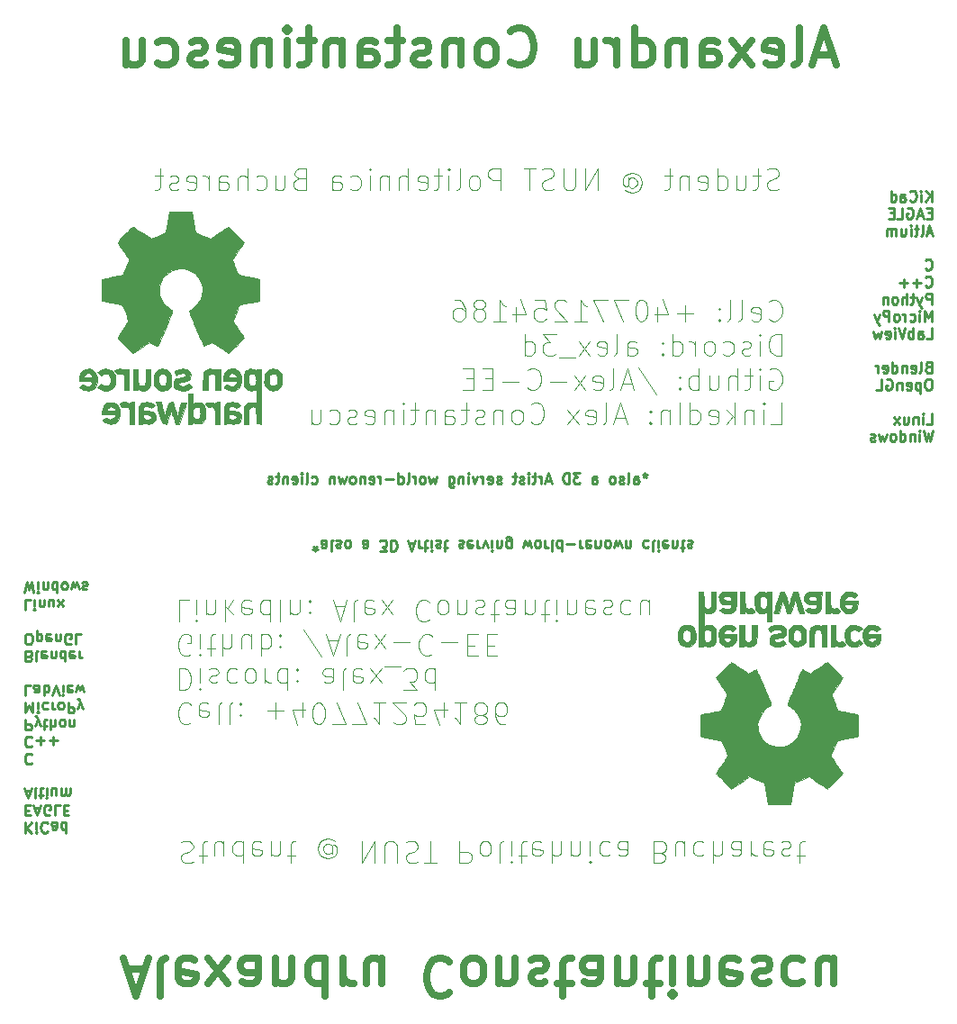
<source format=gbr>
G04 #@! TF.GenerationSoftware,KiCad,Pcbnew,8.0.2*
G04 #@! TF.CreationDate,2024-10-23T21:31:03+03:00*
G04 #@! TF.ProjectId,card_template,63617264-5f74-4656-9d70-6c6174652e6b,00*
G04 #@! TF.SameCoordinates,Original*
G04 #@! TF.FileFunction,Legend,Bot*
G04 #@! TF.FilePolarity,Positive*
%FSLAX46Y46*%
G04 Gerber Fmt 4.6, Leading zero omitted, Abs format (unit mm)*
G04 Created by KiCad (PCBNEW 8.0.2) date 2024-10-23 21:31:03*
%MOMM*%
%LPD*%
G01*
G04 APERTURE LIST*
%ADD10C,0.125000*%
%ADD11C,0.250000*%
%ADD12C,0.700000*%
%ADD13C,0.010000*%
G04 APERTURE END LIST*
D10*
X106011902Y-124596500D02*
X106297616Y-124501261D01*
X106297616Y-124501261D02*
X106773807Y-124501261D01*
X106773807Y-124501261D02*
X106964283Y-124596500D01*
X106964283Y-124596500D02*
X107059521Y-124691738D01*
X107059521Y-124691738D02*
X107154759Y-124882214D01*
X107154759Y-124882214D02*
X107154759Y-125072690D01*
X107154759Y-125072690D02*
X107059521Y-125263166D01*
X107059521Y-125263166D02*
X106964283Y-125358404D01*
X106964283Y-125358404D02*
X106773807Y-125453642D01*
X106773807Y-125453642D02*
X106392854Y-125548880D01*
X106392854Y-125548880D02*
X106202378Y-125644119D01*
X106202378Y-125644119D02*
X106107140Y-125739357D01*
X106107140Y-125739357D02*
X106011902Y-125929833D01*
X106011902Y-125929833D02*
X106011902Y-126120309D01*
X106011902Y-126120309D02*
X106107140Y-126310785D01*
X106107140Y-126310785D02*
X106202378Y-126406023D01*
X106202378Y-126406023D02*
X106392854Y-126501261D01*
X106392854Y-126501261D02*
X106869045Y-126501261D01*
X106869045Y-126501261D02*
X107154759Y-126406023D01*
X107726188Y-125834595D02*
X108488092Y-125834595D01*
X108011902Y-126501261D02*
X108011902Y-124786976D01*
X108011902Y-124786976D02*
X108107140Y-124596500D01*
X108107140Y-124596500D02*
X108297616Y-124501261D01*
X108297616Y-124501261D02*
X108488092Y-124501261D01*
X110011902Y-125834595D02*
X110011902Y-124501261D01*
X109154759Y-125834595D02*
X109154759Y-124786976D01*
X109154759Y-124786976D02*
X109249997Y-124596500D01*
X109249997Y-124596500D02*
X109440473Y-124501261D01*
X109440473Y-124501261D02*
X109726188Y-124501261D01*
X109726188Y-124501261D02*
X109916664Y-124596500D01*
X109916664Y-124596500D02*
X110011902Y-124691738D01*
X111821426Y-124501261D02*
X111821426Y-126501261D01*
X111821426Y-124596500D02*
X111630950Y-124501261D01*
X111630950Y-124501261D02*
X111249997Y-124501261D01*
X111249997Y-124501261D02*
X111059521Y-124596500D01*
X111059521Y-124596500D02*
X110964283Y-124691738D01*
X110964283Y-124691738D02*
X110869045Y-124882214D01*
X110869045Y-124882214D02*
X110869045Y-125453642D01*
X110869045Y-125453642D02*
X110964283Y-125644119D01*
X110964283Y-125644119D02*
X111059521Y-125739357D01*
X111059521Y-125739357D02*
X111249997Y-125834595D01*
X111249997Y-125834595D02*
X111630950Y-125834595D01*
X111630950Y-125834595D02*
X111821426Y-125739357D01*
X113535712Y-124596500D02*
X113345236Y-124501261D01*
X113345236Y-124501261D02*
X112964283Y-124501261D01*
X112964283Y-124501261D02*
X112773807Y-124596500D01*
X112773807Y-124596500D02*
X112678569Y-124786976D01*
X112678569Y-124786976D02*
X112678569Y-125548880D01*
X112678569Y-125548880D02*
X112773807Y-125739357D01*
X112773807Y-125739357D02*
X112964283Y-125834595D01*
X112964283Y-125834595D02*
X113345236Y-125834595D01*
X113345236Y-125834595D02*
X113535712Y-125739357D01*
X113535712Y-125739357D02*
X113630950Y-125548880D01*
X113630950Y-125548880D02*
X113630950Y-125358404D01*
X113630950Y-125358404D02*
X112678569Y-125167928D01*
X114488093Y-125834595D02*
X114488093Y-124501261D01*
X114488093Y-125644119D02*
X114583331Y-125739357D01*
X114583331Y-125739357D02*
X114773807Y-125834595D01*
X114773807Y-125834595D02*
X115059522Y-125834595D01*
X115059522Y-125834595D02*
X115249998Y-125739357D01*
X115249998Y-125739357D02*
X115345236Y-125548880D01*
X115345236Y-125548880D02*
X115345236Y-124501261D01*
X116011903Y-125834595D02*
X116773807Y-125834595D01*
X116297617Y-126501261D02*
X116297617Y-124786976D01*
X116297617Y-124786976D02*
X116392855Y-124596500D01*
X116392855Y-124596500D02*
X116583331Y-124501261D01*
X116583331Y-124501261D02*
X116773807Y-124501261D01*
X120202379Y-125453642D02*
X120107141Y-125548880D01*
X120107141Y-125548880D02*
X119916665Y-125644119D01*
X119916665Y-125644119D02*
X119726189Y-125644119D01*
X119726189Y-125644119D02*
X119535713Y-125548880D01*
X119535713Y-125548880D02*
X119440474Y-125453642D01*
X119440474Y-125453642D02*
X119345236Y-125263166D01*
X119345236Y-125263166D02*
X119345236Y-125072690D01*
X119345236Y-125072690D02*
X119440474Y-124882214D01*
X119440474Y-124882214D02*
X119535713Y-124786976D01*
X119535713Y-124786976D02*
X119726189Y-124691738D01*
X119726189Y-124691738D02*
X119916665Y-124691738D01*
X119916665Y-124691738D02*
X120107141Y-124786976D01*
X120107141Y-124786976D02*
X120202379Y-124882214D01*
X120202379Y-125644119D02*
X120202379Y-124882214D01*
X120202379Y-124882214D02*
X120297617Y-124786976D01*
X120297617Y-124786976D02*
X120392855Y-124786976D01*
X120392855Y-124786976D02*
X120583332Y-124882214D01*
X120583332Y-124882214D02*
X120678570Y-125072690D01*
X120678570Y-125072690D02*
X120678570Y-125548880D01*
X120678570Y-125548880D02*
X120488094Y-125834595D01*
X120488094Y-125834595D02*
X120202379Y-126025071D01*
X120202379Y-126025071D02*
X119821427Y-126120309D01*
X119821427Y-126120309D02*
X119440474Y-126025071D01*
X119440474Y-126025071D02*
X119154760Y-125834595D01*
X119154760Y-125834595D02*
X118964284Y-125548880D01*
X118964284Y-125548880D02*
X118869046Y-125167928D01*
X118869046Y-125167928D02*
X118964284Y-124786976D01*
X118964284Y-124786976D02*
X119154760Y-124501261D01*
X119154760Y-124501261D02*
X119440474Y-124310785D01*
X119440474Y-124310785D02*
X119821427Y-124215547D01*
X119821427Y-124215547D02*
X120202379Y-124310785D01*
X120202379Y-124310785D02*
X120488094Y-124501261D01*
X123059523Y-124501261D02*
X123059523Y-126501261D01*
X123059523Y-126501261D02*
X124202380Y-124501261D01*
X124202380Y-124501261D02*
X124202380Y-126501261D01*
X125154761Y-126501261D02*
X125154761Y-124882214D01*
X125154761Y-124882214D02*
X125249999Y-124691738D01*
X125249999Y-124691738D02*
X125345237Y-124596500D01*
X125345237Y-124596500D02*
X125535713Y-124501261D01*
X125535713Y-124501261D02*
X125916666Y-124501261D01*
X125916666Y-124501261D02*
X126107142Y-124596500D01*
X126107142Y-124596500D02*
X126202380Y-124691738D01*
X126202380Y-124691738D02*
X126297618Y-124882214D01*
X126297618Y-124882214D02*
X126297618Y-126501261D01*
X127154761Y-124596500D02*
X127440475Y-124501261D01*
X127440475Y-124501261D02*
X127916666Y-124501261D01*
X127916666Y-124501261D02*
X128107142Y-124596500D01*
X128107142Y-124596500D02*
X128202380Y-124691738D01*
X128202380Y-124691738D02*
X128297618Y-124882214D01*
X128297618Y-124882214D02*
X128297618Y-125072690D01*
X128297618Y-125072690D02*
X128202380Y-125263166D01*
X128202380Y-125263166D02*
X128107142Y-125358404D01*
X128107142Y-125358404D02*
X127916666Y-125453642D01*
X127916666Y-125453642D02*
X127535713Y-125548880D01*
X127535713Y-125548880D02*
X127345237Y-125644119D01*
X127345237Y-125644119D02*
X127249999Y-125739357D01*
X127249999Y-125739357D02*
X127154761Y-125929833D01*
X127154761Y-125929833D02*
X127154761Y-126120309D01*
X127154761Y-126120309D02*
X127249999Y-126310785D01*
X127249999Y-126310785D02*
X127345237Y-126406023D01*
X127345237Y-126406023D02*
X127535713Y-126501261D01*
X127535713Y-126501261D02*
X128011904Y-126501261D01*
X128011904Y-126501261D02*
X128297618Y-126406023D01*
X128869047Y-126501261D02*
X130011904Y-126501261D01*
X129440475Y-124501261D02*
X129440475Y-126501261D01*
X132202381Y-124501261D02*
X132202381Y-126501261D01*
X132202381Y-126501261D02*
X132964286Y-126501261D01*
X132964286Y-126501261D02*
X133154762Y-126406023D01*
X133154762Y-126406023D02*
X133250000Y-126310785D01*
X133250000Y-126310785D02*
X133345238Y-126120309D01*
X133345238Y-126120309D02*
X133345238Y-125834595D01*
X133345238Y-125834595D02*
X133250000Y-125644119D01*
X133250000Y-125644119D02*
X133154762Y-125548880D01*
X133154762Y-125548880D02*
X132964286Y-125453642D01*
X132964286Y-125453642D02*
X132202381Y-125453642D01*
X134488095Y-124501261D02*
X134297619Y-124596500D01*
X134297619Y-124596500D02*
X134202381Y-124691738D01*
X134202381Y-124691738D02*
X134107143Y-124882214D01*
X134107143Y-124882214D02*
X134107143Y-125453642D01*
X134107143Y-125453642D02*
X134202381Y-125644119D01*
X134202381Y-125644119D02*
X134297619Y-125739357D01*
X134297619Y-125739357D02*
X134488095Y-125834595D01*
X134488095Y-125834595D02*
X134773810Y-125834595D01*
X134773810Y-125834595D02*
X134964286Y-125739357D01*
X134964286Y-125739357D02*
X135059524Y-125644119D01*
X135059524Y-125644119D02*
X135154762Y-125453642D01*
X135154762Y-125453642D02*
X135154762Y-124882214D01*
X135154762Y-124882214D02*
X135059524Y-124691738D01*
X135059524Y-124691738D02*
X134964286Y-124596500D01*
X134964286Y-124596500D02*
X134773810Y-124501261D01*
X134773810Y-124501261D02*
X134488095Y-124501261D01*
X136297619Y-124501261D02*
X136107143Y-124596500D01*
X136107143Y-124596500D02*
X136011905Y-124786976D01*
X136011905Y-124786976D02*
X136011905Y-126501261D01*
X137059524Y-124501261D02*
X137059524Y-125834595D01*
X137059524Y-126501261D02*
X136964286Y-126406023D01*
X136964286Y-126406023D02*
X137059524Y-126310785D01*
X137059524Y-126310785D02*
X137154762Y-126406023D01*
X137154762Y-126406023D02*
X137059524Y-126501261D01*
X137059524Y-126501261D02*
X137059524Y-126310785D01*
X137726191Y-125834595D02*
X138488095Y-125834595D01*
X138011905Y-126501261D02*
X138011905Y-124786976D01*
X138011905Y-124786976D02*
X138107143Y-124596500D01*
X138107143Y-124596500D02*
X138297619Y-124501261D01*
X138297619Y-124501261D02*
X138488095Y-124501261D01*
X139916667Y-124596500D02*
X139726191Y-124501261D01*
X139726191Y-124501261D02*
X139345238Y-124501261D01*
X139345238Y-124501261D02*
X139154762Y-124596500D01*
X139154762Y-124596500D02*
X139059524Y-124786976D01*
X139059524Y-124786976D02*
X139059524Y-125548880D01*
X139059524Y-125548880D02*
X139154762Y-125739357D01*
X139154762Y-125739357D02*
X139345238Y-125834595D01*
X139345238Y-125834595D02*
X139726191Y-125834595D01*
X139726191Y-125834595D02*
X139916667Y-125739357D01*
X139916667Y-125739357D02*
X140011905Y-125548880D01*
X140011905Y-125548880D02*
X140011905Y-125358404D01*
X140011905Y-125358404D02*
X139059524Y-125167928D01*
X140869048Y-124501261D02*
X140869048Y-126501261D01*
X141726191Y-124501261D02*
X141726191Y-125548880D01*
X141726191Y-125548880D02*
X141630953Y-125739357D01*
X141630953Y-125739357D02*
X141440477Y-125834595D01*
X141440477Y-125834595D02*
X141154762Y-125834595D01*
X141154762Y-125834595D02*
X140964286Y-125739357D01*
X140964286Y-125739357D02*
X140869048Y-125644119D01*
X142678572Y-125834595D02*
X142678572Y-124501261D01*
X142678572Y-125644119D02*
X142773810Y-125739357D01*
X142773810Y-125739357D02*
X142964286Y-125834595D01*
X142964286Y-125834595D02*
X143250001Y-125834595D01*
X143250001Y-125834595D02*
X143440477Y-125739357D01*
X143440477Y-125739357D02*
X143535715Y-125548880D01*
X143535715Y-125548880D02*
X143535715Y-124501261D01*
X144488096Y-124501261D02*
X144488096Y-125834595D01*
X144488096Y-126501261D02*
X144392858Y-126406023D01*
X144392858Y-126406023D02*
X144488096Y-126310785D01*
X144488096Y-126310785D02*
X144583334Y-126406023D01*
X144583334Y-126406023D02*
X144488096Y-126501261D01*
X144488096Y-126501261D02*
X144488096Y-126310785D01*
X146297620Y-124596500D02*
X146107144Y-124501261D01*
X146107144Y-124501261D02*
X145726191Y-124501261D01*
X145726191Y-124501261D02*
X145535715Y-124596500D01*
X145535715Y-124596500D02*
X145440477Y-124691738D01*
X145440477Y-124691738D02*
X145345239Y-124882214D01*
X145345239Y-124882214D02*
X145345239Y-125453642D01*
X145345239Y-125453642D02*
X145440477Y-125644119D01*
X145440477Y-125644119D02*
X145535715Y-125739357D01*
X145535715Y-125739357D02*
X145726191Y-125834595D01*
X145726191Y-125834595D02*
X146107144Y-125834595D01*
X146107144Y-125834595D02*
X146297620Y-125739357D01*
X148011906Y-124501261D02*
X148011906Y-125548880D01*
X148011906Y-125548880D02*
X147916668Y-125739357D01*
X147916668Y-125739357D02*
X147726192Y-125834595D01*
X147726192Y-125834595D02*
X147345239Y-125834595D01*
X147345239Y-125834595D02*
X147154763Y-125739357D01*
X148011906Y-124596500D02*
X147821430Y-124501261D01*
X147821430Y-124501261D02*
X147345239Y-124501261D01*
X147345239Y-124501261D02*
X147154763Y-124596500D01*
X147154763Y-124596500D02*
X147059525Y-124786976D01*
X147059525Y-124786976D02*
X147059525Y-124977452D01*
X147059525Y-124977452D02*
X147154763Y-125167928D01*
X147154763Y-125167928D02*
X147345239Y-125263166D01*
X147345239Y-125263166D02*
X147821430Y-125263166D01*
X147821430Y-125263166D02*
X148011906Y-125358404D01*
X151154764Y-125548880D02*
X151440478Y-125453642D01*
X151440478Y-125453642D02*
X151535716Y-125358404D01*
X151535716Y-125358404D02*
X151630954Y-125167928D01*
X151630954Y-125167928D02*
X151630954Y-124882214D01*
X151630954Y-124882214D02*
X151535716Y-124691738D01*
X151535716Y-124691738D02*
X151440478Y-124596500D01*
X151440478Y-124596500D02*
X151250002Y-124501261D01*
X151250002Y-124501261D02*
X150488097Y-124501261D01*
X150488097Y-124501261D02*
X150488097Y-126501261D01*
X150488097Y-126501261D02*
X151154764Y-126501261D01*
X151154764Y-126501261D02*
X151345240Y-126406023D01*
X151345240Y-126406023D02*
X151440478Y-126310785D01*
X151440478Y-126310785D02*
X151535716Y-126120309D01*
X151535716Y-126120309D02*
X151535716Y-125929833D01*
X151535716Y-125929833D02*
X151440478Y-125739357D01*
X151440478Y-125739357D02*
X151345240Y-125644119D01*
X151345240Y-125644119D02*
X151154764Y-125548880D01*
X151154764Y-125548880D02*
X150488097Y-125548880D01*
X153345240Y-125834595D02*
X153345240Y-124501261D01*
X152488097Y-125834595D02*
X152488097Y-124786976D01*
X152488097Y-124786976D02*
X152583335Y-124596500D01*
X152583335Y-124596500D02*
X152773811Y-124501261D01*
X152773811Y-124501261D02*
X153059526Y-124501261D01*
X153059526Y-124501261D02*
X153250002Y-124596500D01*
X153250002Y-124596500D02*
X153345240Y-124691738D01*
X155154764Y-124596500D02*
X154964288Y-124501261D01*
X154964288Y-124501261D02*
X154583335Y-124501261D01*
X154583335Y-124501261D02*
X154392859Y-124596500D01*
X154392859Y-124596500D02*
X154297621Y-124691738D01*
X154297621Y-124691738D02*
X154202383Y-124882214D01*
X154202383Y-124882214D02*
X154202383Y-125453642D01*
X154202383Y-125453642D02*
X154297621Y-125644119D01*
X154297621Y-125644119D02*
X154392859Y-125739357D01*
X154392859Y-125739357D02*
X154583335Y-125834595D01*
X154583335Y-125834595D02*
X154964288Y-125834595D01*
X154964288Y-125834595D02*
X155154764Y-125739357D01*
X156011907Y-124501261D02*
X156011907Y-126501261D01*
X156869050Y-124501261D02*
X156869050Y-125548880D01*
X156869050Y-125548880D02*
X156773812Y-125739357D01*
X156773812Y-125739357D02*
X156583336Y-125834595D01*
X156583336Y-125834595D02*
X156297621Y-125834595D01*
X156297621Y-125834595D02*
X156107145Y-125739357D01*
X156107145Y-125739357D02*
X156011907Y-125644119D01*
X158678574Y-124501261D02*
X158678574Y-125548880D01*
X158678574Y-125548880D02*
X158583336Y-125739357D01*
X158583336Y-125739357D02*
X158392860Y-125834595D01*
X158392860Y-125834595D02*
X158011907Y-125834595D01*
X158011907Y-125834595D02*
X157821431Y-125739357D01*
X158678574Y-124596500D02*
X158488098Y-124501261D01*
X158488098Y-124501261D02*
X158011907Y-124501261D01*
X158011907Y-124501261D02*
X157821431Y-124596500D01*
X157821431Y-124596500D02*
X157726193Y-124786976D01*
X157726193Y-124786976D02*
X157726193Y-124977452D01*
X157726193Y-124977452D02*
X157821431Y-125167928D01*
X157821431Y-125167928D02*
X158011907Y-125263166D01*
X158011907Y-125263166D02*
X158488098Y-125263166D01*
X158488098Y-125263166D02*
X158678574Y-125358404D01*
X159630955Y-124501261D02*
X159630955Y-125834595D01*
X159630955Y-125453642D02*
X159726193Y-125644119D01*
X159726193Y-125644119D02*
X159821431Y-125739357D01*
X159821431Y-125739357D02*
X160011907Y-125834595D01*
X160011907Y-125834595D02*
X160202384Y-125834595D01*
X161630955Y-124596500D02*
X161440479Y-124501261D01*
X161440479Y-124501261D02*
X161059526Y-124501261D01*
X161059526Y-124501261D02*
X160869050Y-124596500D01*
X160869050Y-124596500D02*
X160773812Y-124786976D01*
X160773812Y-124786976D02*
X160773812Y-125548880D01*
X160773812Y-125548880D02*
X160869050Y-125739357D01*
X160869050Y-125739357D02*
X161059526Y-125834595D01*
X161059526Y-125834595D02*
X161440479Y-125834595D01*
X161440479Y-125834595D02*
X161630955Y-125739357D01*
X161630955Y-125739357D02*
X161726193Y-125548880D01*
X161726193Y-125548880D02*
X161726193Y-125358404D01*
X161726193Y-125358404D02*
X160773812Y-125167928D01*
X162488098Y-124596500D02*
X162678574Y-124501261D01*
X162678574Y-124501261D02*
X163059526Y-124501261D01*
X163059526Y-124501261D02*
X163250003Y-124596500D01*
X163250003Y-124596500D02*
X163345241Y-124786976D01*
X163345241Y-124786976D02*
X163345241Y-124882214D01*
X163345241Y-124882214D02*
X163250003Y-125072690D01*
X163250003Y-125072690D02*
X163059526Y-125167928D01*
X163059526Y-125167928D02*
X162773812Y-125167928D01*
X162773812Y-125167928D02*
X162583336Y-125263166D01*
X162583336Y-125263166D02*
X162488098Y-125453642D01*
X162488098Y-125453642D02*
X162488098Y-125548880D01*
X162488098Y-125548880D02*
X162583336Y-125739357D01*
X162583336Y-125739357D02*
X162773812Y-125834595D01*
X162773812Y-125834595D02*
X163059526Y-125834595D01*
X163059526Y-125834595D02*
X163250003Y-125739357D01*
X163916670Y-125834595D02*
X164678574Y-125834595D01*
X164202384Y-126501261D02*
X164202384Y-124786976D01*
X164202384Y-124786976D02*
X164297622Y-124596500D01*
X164297622Y-124596500D02*
X164488098Y-124501261D01*
X164488098Y-124501261D02*
X164678574Y-124501261D01*
X161298716Y-75398597D02*
X161393954Y-75493836D01*
X161393954Y-75493836D02*
X161679668Y-75589074D01*
X161679668Y-75589074D02*
X161870144Y-75589074D01*
X161870144Y-75589074D02*
X162155859Y-75493836D01*
X162155859Y-75493836D02*
X162346335Y-75303359D01*
X162346335Y-75303359D02*
X162441573Y-75112883D01*
X162441573Y-75112883D02*
X162536811Y-74731931D01*
X162536811Y-74731931D02*
X162536811Y-74446216D01*
X162536811Y-74446216D02*
X162441573Y-74065264D01*
X162441573Y-74065264D02*
X162346335Y-73874788D01*
X162346335Y-73874788D02*
X162155859Y-73684312D01*
X162155859Y-73684312D02*
X161870144Y-73589074D01*
X161870144Y-73589074D02*
X161679668Y-73589074D01*
X161679668Y-73589074D02*
X161393954Y-73684312D01*
X161393954Y-73684312D02*
X161298716Y-73779550D01*
X159679668Y-75493836D02*
X159870144Y-75589074D01*
X159870144Y-75589074D02*
X160251097Y-75589074D01*
X160251097Y-75589074D02*
X160441573Y-75493836D01*
X160441573Y-75493836D02*
X160536811Y-75303359D01*
X160536811Y-75303359D02*
X160536811Y-74541455D01*
X160536811Y-74541455D02*
X160441573Y-74350978D01*
X160441573Y-74350978D02*
X160251097Y-74255740D01*
X160251097Y-74255740D02*
X159870144Y-74255740D01*
X159870144Y-74255740D02*
X159679668Y-74350978D01*
X159679668Y-74350978D02*
X159584430Y-74541455D01*
X159584430Y-74541455D02*
X159584430Y-74731931D01*
X159584430Y-74731931D02*
X160536811Y-74922407D01*
X158441573Y-75589074D02*
X158632049Y-75493836D01*
X158632049Y-75493836D02*
X158727287Y-75303359D01*
X158727287Y-75303359D02*
X158727287Y-73589074D01*
X157393954Y-75589074D02*
X157584430Y-75493836D01*
X157584430Y-75493836D02*
X157679668Y-75303359D01*
X157679668Y-75303359D02*
X157679668Y-73589074D01*
X156632049Y-75398597D02*
X156536811Y-75493836D01*
X156536811Y-75493836D02*
X156632049Y-75589074D01*
X156632049Y-75589074D02*
X156727287Y-75493836D01*
X156727287Y-75493836D02*
X156632049Y-75398597D01*
X156632049Y-75398597D02*
X156632049Y-75589074D01*
X156632049Y-74350978D02*
X156536811Y-74446216D01*
X156536811Y-74446216D02*
X156632049Y-74541455D01*
X156632049Y-74541455D02*
X156727287Y-74446216D01*
X156727287Y-74446216D02*
X156632049Y-74350978D01*
X156632049Y-74350978D02*
X156632049Y-74541455D01*
X154155858Y-74827169D02*
X152632049Y-74827169D01*
X153393953Y-75589074D02*
X153393953Y-74065264D01*
X150822525Y-74255740D02*
X150822525Y-75589074D01*
X151298716Y-73493836D02*
X151774906Y-74922407D01*
X151774906Y-74922407D02*
X150536811Y-74922407D01*
X149393954Y-73589074D02*
X149203477Y-73589074D01*
X149203477Y-73589074D02*
X149013001Y-73684312D01*
X149013001Y-73684312D02*
X148917763Y-73779550D01*
X148917763Y-73779550D02*
X148822525Y-73970026D01*
X148822525Y-73970026D02*
X148727287Y-74350978D01*
X148727287Y-74350978D02*
X148727287Y-74827169D01*
X148727287Y-74827169D02*
X148822525Y-75208121D01*
X148822525Y-75208121D02*
X148917763Y-75398597D01*
X148917763Y-75398597D02*
X149013001Y-75493836D01*
X149013001Y-75493836D02*
X149203477Y-75589074D01*
X149203477Y-75589074D02*
X149393954Y-75589074D01*
X149393954Y-75589074D02*
X149584430Y-75493836D01*
X149584430Y-75493836D02*
X149679668Y-75398597D01*
X149679668Y-75398597D02*
X149774906Y-75208121D01*
X149774906Y-75208121D02*
X149870144Y-74827169D01*
X149870144Y-74827169D02*
X149870144Y-74350978D01*
X149870144Y-74350978D02*
X149774906Y-73970026D01*
X149774906Y-73970026D02*
X149679668Y-73779550D01*
X149679668Y-73779550D02*
X149584430Y-73684312D01*
X149584430Y-73684312D02*
X149393954Y-73589074D01*
X148060620Y-73589074D02*
X146727287Y-73589074D01*
X146727287Y-73589074D02*
X147584430Y-75589074D01*
X146155858Y-73589074D02*
X144822525Y-73589074D01*
X144822525Y-73589074D02*
X145679668Y-75589074D01*
X143013001Y-75589074D02*
X144155858Y-75589074D01*
X143584430Y-75589074D02*
X143584430Y-73589074D01*
X143584430Y-73589074D02*
X143774906Y-73874788D01*
X143774906Y-73874788D02*
X143965382Y-74065264D01*
X143965382Y-74065264D02*
X144155858Y-74160502D01*
X142251096Y-73779550D02*
X142155858Y-73684312D01*
X142155858Y-73684312D02*
X141965382Y-73589074D01*
X141965382Y-73589074D02*
X141489191Y-73589074D01*
X141489191Y-73589074D02*
X141298715Y-73684312D01*
X141298715Y-73684312D02*
X141203477Y-73779550D01*
X141203477Y-73779550D02*
X141108239Y-73970026D01*
X141108239Y-73970026D02*
X141108239Y-74160502D01*
X141108239Y-74160502D02*
X141203477Y-74446216D01*
X141203477Y-74446216D02*
X142346334Y-75589074D01*
X142346334Y-75589074D02*
X141108239Y-75589074D01*
X139298715Y-73589074D02*
X140251096Y-73589074D01*
X140251096Y-73589074D02*
X140346334Y-74541455D01*
X140346334Y-74541455D02*
X140251096Y-74446216D01*
X140251096Y-74446216D02*
X140060620Y-74350978D01*
X140060620Y-74350978D02*
X139584429Y-74350978D01*
X139584429Y-74350978D02*
X139393953Y-74446216D01*
X139393953Y-74446216D02*
X139298715Y-74541455D01*
X139298715Y-74541455D02*
X139203477Y-74731931D01*
X139203477Y-74731931D02*
X139203477Y-75208121D01*
X139203477Y-75208121D02*
X139298715Y-75398597D01*
X139298715Y-75398597D02*
X139393953Y-75493836D01*
X139393953Y-75493836D02*
X139584429Y-75589074D01*
X139584429Y-75589074D02*
X140060620Y-75589074D01*
X140060620Y-75589074D02*
X140251096Y-75493836D01*
X140251096Y-75493836D02*
X140346334Y-75398597D01*
X137489191Y-74255740D02*
X137489191Y-75589074D01*
X137965382Y-73493836D02*
X138441572Y-74922407D01*
X138441572Y-74922407D02*
X137203477Y-74922407D01*
X135393953Y-75589074D02*
X136536810Y-75589074D01*
X135965382Y-75589074D02*
X135965382Y-73589074D01*
X135965382Y-73589074D02*
X136155858Y-73874788D01*
X136155858Y-73874788D02*
X136346334Y-74065264D01*
X136346334Y-74065264D02*
X136536810Y-74160502D01*
X134251096Y-74446216D02*
X134441572Y-74350978D01*
X134441572Y-74350978D02*
X134536810Y-74255740D01*
X134536810Y-74255740D02*
X134632048Y-74065264D01*
X134632048Y-74065264D02*
X134632048Y-73970026D01*
X134632048Y-73970026D02*
X134536810Y-73779550D01*
X134536810Y-73779550D02*
X134441572Y-73684312D01*
X134441572Y-73684312D02*
X134251096Y-73589074D01*
X134251096Y-73589074D02*
X133870143Y-73589074D01*
X133870143Y-73589074D02*
X133679667Y-73684312D01*
X133679667Y-73684312D02*
X133584429Y-73779550D01*
X133584429Y-73779550D02*
X133489191Y-73970026D01*
X133489191Y-73970026D02*
X133489191Y-74065264D01*
X133489191Y-74065264D02*
X133584429Y-74255740D01*
X133584429Y-74255740D02*
X133679667Y-74350978D01*
X133679667Y-74350978D02*
X133870143Y-74446216D01*
X133870143Y-74446216D02*
X134251096Y-74446216D01*
X134251096Y-74446216D02*
X134441572Y-74541455D01*
X134441572Y-74541455D02*
X134536810Y-74636693D01*
X134536810Y-74636693D02*
X134632048Y-74827169D01*
X134632048Y-74827169D02*
X134632048Y-75208121D01*
X134632048Y-75208121D02*
X134536810Y-75398597D01*
X134536810Y-75398597D02*
X134441572Y-75493836D01*
X134441572Y-75493836D02*
X134251096Y-75589074D01*
X134251096Y-75589074D02*
X133870143Y-75589074D01*
X133870143Y-75589074D02*
X133679667Y-75493836D01*
X133679667Y-75493836D02*
X133584429Y-75398597D01*
X133584429Y-75398597D02*
X133489191Y-75208121D01*
X133489191Y-75208121D02*
X133489191Y-74827169D01*
X133489191Y-74827169D02*
X133584429Y-74636693D01*
X133584429Y-74636693D02*
X133679667Y-74541455D01*
X133679667Y-74541455D02*
X133870143Y-74446216D01*
X131774905Y-73589074D02*
X132155858Y-73589074D01*
X132155858Y-73589074D02*
X132346334Y-73684312D01*
X132346334Y-73684312D02*
X132441572Y-73779550D01*
X132441572Y-73779550D02*
X132632048Y-74065264D01*
X132632048Y-74065264D02*
X132727286Y-74446216D01*
X132727286Y-74446216D02*
X132727286Y-75208121D01*
X132727286Y-75208121D02*
X132632048Y-75398597D01*
X132632048Y-75398597D02*
X132536810Y-75493836D01*
X132536810Y-75493836D02*
X132346334Y-75589074D01*
X132346334Y-75589074D02*
X131965381Y-75589074D01*
X131965381Y-75589074D02*
X131774905Y-75493836D01*
X131774905Y-75493836D02*
X131679667Y-75398597D01*
X131679667Y-75398597D02*
X131584429Y-75208121D01*
X131584429Y-75208121D02*
X131584429Y-74731931D01*
X131584429Y-74731931D02*
X131679667Y-74541455D01*
X131679667Y-74541455D02*
X131774905Y-74446216D01*
X131774905Y-74446216D02*
X131965381Y-74350978D01*
X131965381Y-74350978D02*
X132346334Y-74350978D01*
X132346334Y-74350978D02*
X132536810Y-74446216D01*
X132536810Y-74446216D02*
X132632048Y-74541455D01*
X132632048Y-74541455D02*
X132727286Y-74731931D01*
X162441573Y-78808962D02*
X162441573Y-76808962D01*
X162441573Y-76808962D02*
X161965383Y-76808962D01*
X161965383Y-76808962D02*
X161679668Y-76904200D01*
X161679668Y-76904200D02*
X161489192Y-77094676D01*
X161489192Y-77094676D02*
X161393954Y-77285152D01*
X161393954Y-77285152D02*
X161298716Y-77666104D01*
X161298716Y-77666104D02*
X161298716Y-77951819D01*
X161298716Y-77951819D02*
X161393954Y-78332771D01*
X161393954Y-78332771D02*
X161489192Y-78523247D01*
X161489192Y-78523247D02*
X161679668Y-78713724D01*
X161679668Y-78713724D02*
X161965383Y-78808962D01*
X161965383Y-78808962D02*
X162441573Y-78808962D01*
X160441573Y-78808962D02*
X160441573Y-77475628D01*
X160441573Y-76808962D02*
X160536811Y-76904200D01*
X160536811Y-76904200D02*
X160441573Y-76999438D01*
X160441573Y-76999438D02*
X160346335Y-76904200D01*
X160346335Y-76904200D02*
X160441573Y-76808962D01*
X160441573Y-76808962D02*
X160441573Y-76999438D01*
X159584430Y-78713724D02*
X159393954Y-78808962D01*
X159393954Y-78808962D02*
X159013002Y-78808962D01*
X159013002Y-78808962D02*
X158822525Y-78713724D01*
X158822525Y-78713724D02*
X158727287Y-78523247D01*
X158727287Y-78523247D02*
X158727287Y-78428009D01*
X158727287Y-78428009D02*
X158822525Y-78237533D01*
X158822525Y-78237533D02*
X159013002Y-78142295D01*
X159013002Y-78142295D02*
X159298716Y-78142295D01*
X159298716Y-78142295D02*
X159489192Y-78047057D01*
X159489192Y-78047057D02*
X159584430Y-77856581D01*
X159584430Y-77856581D02*
X159584430Y-77761343D01*
X159584430Y-77761343D02*
X159489192Y-77570866D01*
X159489192Y-77570866D02*
X159298716Y-77475628D01*
X159298716Y-77475628D02*
X159013002Y-77475628D01*
X159013002Y-77475628D02*
X158822525Y-77570866D01*
X157013001Y-78713724D02*
X157203477Y-78808962D01*
X157203477Y-78808962D02*
X157584430Y-78808962D01*
X157584430Y-78808962D02*
X157774906Y-78713724D01*
X157774906Y-78713724D02*
X157870144Y-78618485D01*
X157870144Y-78618485D02*
X157965382Y-78428009D01*
X157965382Y-78428009D02*
X157965382Y-77856581D01*
X157965382Y-77856581D02*
X157870144Y-77666104D01*
X157870144Y-77666104D02*
X157774906Y-77570866D01*
X157774906Y-77570866D02*
X157584430Y-77475628D01*
X157584430Y-77475628D02*
X157203477Y-77475628D01*
X157203477Y-77475628D02*
X157013001Y-77570866D01*
X155870144Y-78808962D02*
X156060620Y-78713724D01*
X156060620Y-78713724D02*
X156155858Y-78618485D01*
X156155858Y-78618485D02*
X156251096Y-78428009D01*
X156251096Y-78428009D02*
X156251096Y-77856581D01*
X156251096Y-77856581D02*
X156155858Y-77666104D01*
X156155858Y-77666104D02*
X156060620Y-77570866D01*
X156060620Y-77570866D02*
X155870144Y-77475628D01*
X155870144Y-77475628D02*
X155584429Y-77475628D01*
X155584429Y-77475628D02*
X155393953Y-77570866D01*
X155393953Y-77570866D02*
X155298715Y-77666104D01*
X155298715Y-77666104D02*
X155203477Y-77856581D01*
X155203477Y-77856581D02*
X155203477Y-78428009D01*
X155203477Y-78428009D02*
X155298715Y-78618485D01*
X155298715Y-78618485D02*
X155393953Y-78713724D01*
X155393953Y-78713724D02*
X155584429Y-78808962D01*
X155584429Y-78808962D02*
X155870144Y-78808962D01*
X154346334Y-78808962D02*
X154346334Y-77475628D01*
X154346334Y-77856581D02*
X154251096Y-77666104D01*
X154251096Y-77666104D02*
X154155858Y-77570866D01*
X154155858Y-77570866D02*
X153965382Y-77475628D01*
X153965382Y-77475628D02*
X153774905Y-77475628D01*
X152251096Y-78808962D02*
X152251096Y-76808962D01*
X152251096Y-78713724D02*
X152441572Y-78808962D01*
X152441572Y-78808962D02*
X152822525Y-78808962D01*
X152822525Y-78808962D02*
X153013001Y-78713724D01*
X153013001Y-78713724D02*
X153108239Y-78618485D01*
X153108239Y-78618485D02*
X153203477Y-78428009D01*
X153203477Y-78428009D02*
X153203477Y-77856581D01*
X153203477Y-77856581D02*
X153108239Y-77666104D01*
X153108239Y-77666104D02*
X153013001Y-77570866D01*
X153013001Y-77570866D02*
X152822525Y-77475628D01*
X152822525Y-77475628D02*
X152441572Y-77475628D01*
X152441572Y-77475628D02*
X152251096Y-77570866D01*
X151298715Y-78618485D02*
X151203477Y-78713724D01*
X151203477Y-78713724D02*
X151298715Y-78808962D01*
X151298715Y-78808962D02*
X151393953Y-78713724D01*
X151393953Y-78713724D02*
X151298715Y-78618485D01*
X151298715Y-78618485D02*
X151298715Y-78808962D01*
X151298715Y-77570866D02*
X151203477Y-77666104D01*
X151203477Y-77666104D02*
X151298715Y-77761343D01*
X151298715Y-77761343D02*
X151393953Y-77666104D01*
X151393953Y-77666104D02*
X151298715Y-77570866D01*
X151298715Y-77570866D02*
X151298715Y-77761343D01*
X147965381Y-78808962D02*
X147965381Y-77761343D01*
X147965381Y-77761343D02*
X148060619Y-77570866D01*
X148060619Y-77570866D02*
X148251095Y-77475628D01*
X148251095Y-77475628D02*
X148632048Y-77475628D01*
X148632048Y-77475628D02*
X148822524Y-77570866D01*
X147965381Y-78713724D02*
X148155857Y-78808962D01*
X148155857Y-78808962D02*
X148632048Y-78808962D01*
X148632048Y-78808962D02*
X148822524Y-78713724D01*
X148822524Y-78713724D02*
X148917762Y-78523247D01*
X148917762Y-78523247D02*
X148917762Y-78332771D01*
X148917762Y-78332771D02*
X148822524Y-78142295D01*
X148822524Y-78142295D02*
X148632048Y-78047057D01*
X148632048Y-78047057D02*
X148155857Y-78047057D01*
X148155857Y-78047057D02*
X147965381Y-77951819D01*
X146727286Y-78808962D02*
X146917762Y-78713724D01*
X146917762Y-78713724D02*
X147013000Y-78523247D01*
X147013000Y-78523247D02*
X147013000Y-76808962D01*
X145203476Y-78713724D02*
X145393952Y-78808962D01*
X145393952Y-78808962D02*
X145774905Y-78808962D01*
X145774905Y-78808962D02*
X145965381Y-78713724D01*
X145965381Y-78713724D02*
X146060619Y-78523247D01*
X146060619Y-78523247D02*
X146060619Y-77761343D01*
X146060619Y-77761343D02*
X145965381Y-77570866D01*
X145965381Y-77570866D02*
X145774905Y-77475628D01*
X145774905Y-77475628D02*
X145393952Y-77475628D01*
X145393952Y-77475628D02*
X145203476Y-77570866D01*
X145203476Y-77570866D02*
X145108238Y-77761343D01*
X145108238Y-77761343D02*
X145108238Y-77951819D01*
X145108238Y-77951819D02*
X146060619Y-78142295D01*
X144441571Y-78808962D02*
X143393952Y-77475628D01*
X144441571Y-77475628D02*
X143393952Y-78808962D01*
X143108238Y-78999438D02*
X141584428Y-78999438D01*
X141298713Y-76808962D02*
X140060618Y-76808962D01*
X140060618Y-76808962D02*
X140727285Y-77570866D01*
X140727285Y-77570866D02*
X140441570Y-77570866D01*
X140441570Y-77570866D02*
X140251094Y-77666104D01*
X140251094Y-77666104D02*
X140155856Y-77761343D01*
X140155856Y-77761343D02*
X140060618Y-77951819D01*
X140060618Y-77951819D02*
X140060618Y-78428009D01*
X140060618Y-78428009D02*
X140155856Y-78618485D01*
X140155856Y-78618485D02*
X140251094Y-78713724D01*
X140251094Y-78713724D02*
X140441570Y-78808962D01*
X140441570Y-78808962D02*
X141012999Y-78808962D01*
X141012999Y-78808962D02*
X141203475Y-78713724D01*
X141203475Y-78713724D02*
X141298713Y-78618485D01*
X138346332Y-78808962D02*
X138346332Y-76808962D01*
X138346332Y-78713724D02*
X138536808Y-78808962D01*
X138536808Y-78808962D02*
X138917761Y-78808962D01*
X138917761Y-78808962D02*
X139108237Y-78713724D01*
X139108237Y-78713724D02*
X139203475Y-78618485D01*
X139203475Y-78618485D02*
X139298713Y-78428009D01*
X139298713Y-78428009D02*
X139298713Y-77856581D01*
X139298713Y-77856581D02*
X139203475Y-77666104D01*
X139203475Y-77666104D02*
X139108237Y-77570866D01*
X139108237Y-77570866D02*
X138917761Y-77475628D01*
X138917761Y-77475628D02*
X138536808Y-77475628D01*
X138536808Y-77475628D02*
X138346332Y-77570866D01*
X161393954Y-80124088D02*
X161584430Y-80028850D01*
X161584430Y-80028850D02*
X161870144Y-80028850D01*
X161870144Y-80028850D02*
X162155859Y-80124088D01*
X162155859Y-80124088D02*
X162346335Y-80314564D01*
X162346335Y-80314564D02*
X162441573Y-80505040D01*
X162441573Y-80505040D02*
X162536811Y-80885992D01*
X162536811Y-80885992D02*
X162536811Y-81171707D01*
X162536811Y-81171707D02*
X162441573Y-81552659D01*
X162441573Y-81552659D02*
X162346335Y-81743135D01*
X162346335Y-81743135D02*
X162155859Y-81933612D01*
X162155859Y-81933612D02*
X161870144Y-82028850D01*
X161870144Y-82028850D02*
X161679668Y-82028850D01*
X161679668Y-82028850D02*
X161393954Y-81933612D01*
X161393954Y-81933612D02*
X161298716Y-81838373D01*
X161298716Y-81838373D02*
X161298716Y-81171707D01*
X161298716Y-81171707D02*
X161679668Y-81171707D01*
X160441573Y-82028850D02*
X160441573Y-80695516D01*
X160441573Y-80028850D02*
X160536811Y-80124088D01*
X160536811Y-80124088D02*
X160441573Y-80219326D01*
X160441573Y-80219326D02*
X160346335Y-80124088D01*
X160346335Y-80124088D02*
X160441573Y-80028850D01*
X160441573Y-80028850D02*
X160441573Y-80219326D01*
X159774906Y-80695516D02*
X159013002Y-80695516D01*
X159489192Y-80028850D02*
X159489192Y-81743135D01*
X159489192Y-81743135D02*
X159393954Y-81933612D01*
X159393954Y-81933612D02*
X159203478Y-82028850D01*
X159203478Y-82028850D02*
X159013002Y-82028850D01*
X158346335Y-82028850D02*
X158346335Y-80028850D01*
X157489192Y-82028850D02*
X157489192Y-80981231D01*
X157489192Y-80981231D02*
X157584430Y-80790754D01*
X157584430Y-80790754D02*
X157774906Y-80695516D01*
X157774906Y-80695516D02*
X158060621Y-80695516D01*
X158060621Y-80695516D02*
X158251097Y-80790754D01*
X158251097Y-80790754D02*
X158346335Y-80885992D01*
X155679668Y-80695516D02*
X155679668Y-82028850D01*
X156536811Y-80695516D02*
X156536811Y-81743135D01*
X156536811Y-81743135D02*
X156441573Y-81933612D01*
X156441573Y-81933612D02*
X156251097Y-82028850D01*
X156251097Y-82028850D02*
X155965382Y-82028850D01*
X155965382Y-82028850D02*
X155774906Y-81933612D01*
X155774906Y-81933612D02*
X155679668Y-81838373D01*
X154727287Y-82028850D02*
X154727287Y-80028850D01*
X154727287Y-80790754D02*
X154536811Y-80695516D01*
X154536811Y-80695516D02*
X154155858Y-80695516D01*
X154155858Y-80695516D02*
X153965382Y-80790754D01*
X153965382Y-80790754D02*
X153870144Y-80885992D01*
X153870144Y-80885992D02*
X153774906Y-81076469D01*
X153774906Y-81076469D02*
X153774906Y-81647897D01*
X153774906Y-81647897D02*
X153870144Y-81838373D01*
X153870144Y-81838373D02*
X153965382Y-81933612D01*
X153965382Y-81933612D02*
X154155858Y-82028850D01*
X154155858Y-82028850D02*
X154536811Y-82028850D01*
X154536811Y-82028850D02*
X154727287Y-81933612D01*
X152917763Y-81838373D02*
X152822525Y-81933612D01*
X152822525Y-81933612D02*
X152917763Y-82028850D01*
X152917763Y-82028850D02*
X153013001Y-81933612D01*
X153013001Y-81933612D02*
X152917763Y-81838373D01*
X152917763Y-81838373D02*
X152917763Y-82028850D01*
X152917763Y-80790754D02*
X152822525Y-80885992D01*
X152822525Y-80885992D02*
X152917763Y-80981231D01*
X152917763Y-80981231D02*
X153013001Y-80885992D01*
X153013001Y-80885992D02*
X152917763Y-80790754D01*
X152917763Y-80790754D02*
X152917763Y-80981231D01*
X149013001Y-79933612D02*
X150727286Y-82505040D01*
X148441572Y-81457421D02*
X147489191Y-81457421D01*
X148632048Y-82028850D02*
X147965382Y-80028850D01*
X147965382Y-80028850D02*
X147298715Y-82028850D01*
X146346334Y-82028850D02*
X146536810Y-81933612D01*
X146536810Y-81933612D02*
X146632048Y-81743135D01*
X146632048Y-81743135D02*
X146632048Y-80028850D01*
X144822524Y-81933612D02*
X145013000Y-82028850D01*
X145013000Y-82028850D02*
X145393953Y-82028850D01*
X145393953Y-82028850D02*
X145584429Y-81933612D01*
X145584429Y-81933612D02*
X145679667Y-81743135D01*
X145679667Y-81743135D02*
X145679667Y-80981231D01*
X145679667Y-80981231D02*
X145584429Y-80790754D01*
X145584429Y-80790754D02*
X145393953Y-80695516D01*
X145393953Y-80695516D02*
X145013000Y-80695516D01*
X145013000Y-80695516D02*
X144822524Y-80790754D01*
X144822524Y-80790754D02*
X144727286Y-80981231D01*
X144727286Y-80981231D02*
X144727286Y-81171707D01*
X144727286Y-81171707D02*
X145679667Y-81362183D01*
X144060619Y-82028850D02*
X143013000Y-80695516D01*
X144060619Y-80695516D02*
X143013000Y-82028850D01*
X142251095Y-81266945D02*
X140727286Y-81266945D01*
X138632048Y-81838373D02*
X138727286Y-81933612D01*
X138727286Y-81933612D02*
X139013000Y-82028850D01*
X139013000Y-82028850D02*
X139203476Y-82028850D01*
X139203476Y-82028850D02*
X139489191Y-81933612D01*
X139489191Y-81933612D02*
X139679667Y-81743135D01*
X139679667Y-81743135D02*
X139774905Y-81552659D01*
X139774905Y-81552659D02*
X139870143Y-81171707D01*
X139870143Y-81171707D02*
X139870143Y-80885992D01*
X139870143Y-80885992D02*
X139774905Y-80505040D01*
X139774905Y-80505040D02*
X139679667Y-80314564D01*
X139679667Y-80314564D02*
X139489191Y-80124088D01*
X139489191Y-80124088D02*
X139203476Y-80028850D01*
X139203476Y-80028850D02*
X139013000Y-80028850D01*
X139013000Y-80028850D02*
X138727286Y-80124088D01*
X138727286Y-80124088D02*
X138632048Y-80219326D01*
X137774905Y-81266945D02*
X136251096Y-81266945D01*
X135298715Y-80981231D02*
X134632048Y-80981231D01*
X134346334Y-82028850D02*
X135298715Y-82028850D01*
X135298715Y-82028850D02*
X135298715Y-80028850D01*
X135298715Y-80028850D02*
X134346334Y-80028850D01*
X133489191Y-80981231D02*
X132822524Y-80981231D01*
X132536810Y-82028850D02*
X133489191Y-82028850D01*
X133489191Y-82028850D02*
X133489191Y-80028850D01*
X133489191Y-80028850D02*
X132536810Y-80028850D01*
X161489192Y-85248738D02*
X162441573Y-85248738D01*
X162441573Y-85248738D02*
X162441573Y-83248738D01*
X160822525Y-85248738D02*
X160822525Y-83915404D01*
X160822525Y-83248738D02*
X160917763Y-83343976D01*
X160917763Y-83343976D02*
X160822525Y-83439214D01*
X160822525Y-83439214D02*
X160727287Y-83343976D01*
X160727287Y-83343976D02*
X160822525Y-83248738D01*
X160822525Y-83248738D02*
X160822525Y-83439214D01*
X159870144Y-83915404D02*
X159870144Y-85248738D01*
X159870144Y-84105880D02*
X159774906Y-84010642D01*
X159774906Y-84010642D02*
X159584430Y-83915404D01*
X159584430Y-83915404D02*
X159298715Y-83915404D01*
X159298715Y-83915404D02*
X159108239Y-84010642D01*
X159108239Y-84010642D02*
X159013001Y-84201119D01*
X159013001Y-84201119D02*
X159013001Y-85248738D01*
X158060620Y-85248738D02*
X158060620Y-83248738D01*
X157870144Y-84486833D02*
X157298715Y-85248738D01*
X157298715Y-83915404D02*
X158060620Y-84677309D01*
X155679667Y-85153500D02*
X155870143Y-85248738D01*
X155870143Y-85248738D02*
X156251096Y-85248738D01*
X156251096Y-85248738D02*
X156441572Y-85153500D01*
X156441572Y-85153500D02*
X156536810Y-84963023D01*
X156536810Y-84963023D02*
X156536810Y-84201119D01*
X156536810Y-84201119D02*
X156441572Y-84010642D01*
X156441572Y-84010642D02*
X156251096Y-83915404D01*
X156251096Y-83915404D02*
X155870143Y-83915404D01*
X155870143Y-83915404D02*
X155679667Y-84010642D01*
X155679667Y-84010642D02*
X155584429Y-84201119D01*
X155584429Y-84201119D02*
X155584429Y-84391595D01*
X155584429Y-84391595D02*
X156536810Y-84582071D01*
X153870143Y-85248738D02*
X153870143Y-83248738D01*
X153870143Y-85153500D02*
X154060619Y-85248738D01*
X154060619Y-85248738D02*
X154441572Y-85248738D01*
X154441572Y-85248738D02*
X154632048Y-85153500D01*
X154632048Y-85153500D02*
X154727286Y-85058261D01*
X154727286Y-85058261D02*
X154822524Y-84867785D01*
X154822524Y-84867785D02*
X154822524Y-84296357D01*
X154822524Y-84296357D02*
X154727286Y-84105880D01*
X154727286Y-84105880D02*
X154632048Y-84010642D01*
X154632048Y-84010642D02*
X154441572Y-83915404D01*
X154441572Y-83915404D02*
X154060619Y-83915404D01*
X154060619Y-83915404D02*
X153870143Y-84010642D01*
X152917762Y-85248738D02*
X152917762Y-83248738D01*
X151965381Y-83915404D02*
X151965381Y-85248738D01*
X151965381Y-84105880D02*
X151870143Y-84010642D01*
X151870143Y-84010642D02*
X151679667Y-83915404D01*
X151679667Y-83915404D02*
X151393952Y-83915404D01*
X151393952Y-83915404D02*
X151203476Y-84010642D01*
X151203476Y-84010642D02*
X151108238Y-84201119D01*
X151108238Y-84201119D02*
X151108238Y-85248738D01*
X150155857Y-85058261D02*
X150060619Y-85153500D01*
X150060619Y-85153500D02*
X150155857Y-85248738D01*
X150155857Y-85248738D02*
X150251095Y-85153500D01*
X150251095Y-85153500D02*
X150155857Y-85058261D01*
X150155857Y-85058261D02*
X150155857Y-85248738D01*
X150155857Y-84010642D02*
X150060619Y-84105880D01*
X150060619Y-84105880D02*
X150155857Y-84201119D01*
X150155857Y-84201119D02*
X150251095Y-84105880D01*
X150251095Y-84105880D02*
X150155857Y-84010642D01*
X150155857Y-84010642D02*
X150155857Y-84201119D01*
X147774904Y-84677309D02*
X146822523Y-84677309D01*
X147965380Y-85248738D02*
X147298714Y-83248738D01*
X147298714Y-83248738D02*
X146632047Y-85248738D01*
X145679666Y-85248738D02*
X145870142Y-85153500D01*
X145870142Y-85153500D02*
X145965380Y-84963023D01*
X145965380Y-84963023D02*
X145965380Y-83248738D01*
X144155856Y-85153500D02*
X144346332Y-85248738D01*
X144346332Y-85248738D02*
X144727285Y-85248738D01*
X144727285Y-85248738D02*
X144917761Y-85153500D01*
X144917761Y-85153500D02*
X145012999Y-84963023D01*
X145012999Y-84963023D02*
X145012999Y-84201119D01*
X145012999Y-84201119D02*
X144917761Y-84010642D01*
X144917761Y-84010642D02*
X144727285Y-83915404D01*
X144727285Y-83915404D02*
X144346332Y-83915404D01*
X144346332Y-83915404D02*
X144155856Y-84010642D01*
X144155856Y-84010642D02*
X144060618Y-84201119D01*
X144060618Y-84201119D02*
X144060618Y-84391595D01*
X144060618Y-84391595D02*
X145012999Y-84582071D01*
X143393951Y-85248738D02*
X142346332Y-83915404D01*
X143393951Y-83915404D02*
X142346332Y-85248738D01*
X138917760Y-85058261D02*
X139012998Y-85153500D01*
X139012998Y-85153500D02*
X139298712Y-85248738D01*
X139298712Y-85248738D02*
X139489188Y-85248738D01*
X139489188Y-85248738D02*
X139774903Y-85153500D01*
X139774903Y-85153500D02*
X139965379Y-84963023D01*
X139965379Y-84963023D02*
X140060617Y-84772547D01*
X140060617Y-84772547D02*
X140155855Y-84391595D01*
X140155855Y-84391595D02*
X140155855Y-84105880D01*
X140155855Y-84105880D02*
X140060617Y-83724928D01*
X140060617Y-83724928D02*
X139965379Y-83534452D01*
X139965379Y-83534452D02*
X139774903Y-83343976D01*
X139774903Y-83343976D02*
X139489188Y-83248738D01*
X139489188Y-83248738D02*
X139298712Y-83248738D01*
X139298712Y-83248738D02*
X139012998Y-83343976D01*
X139012998Y-83343976D02*
X138917760Y-83439214D01*
X137774903Y-85248738D02*
X137965379Y-85153500D01*
X137965379Y-85153500D02*
X138060617Y-85058261D01*
X138060617Y-85058261D02*
X138155855Y-84867785D01*
X138155855Y-84867785D02*
X138155855Y-84296357D01*
X138155855Y-84296357D02*
X138060617Y-84105880D01*
X138060617Y-84105880D02*
X137965379Y-84010642D01*
X137965379Y-84010642D02*
X137774903Y-83915404D01*
X137774903Y-83915404D02*
X137489188Y-83915404D01*
X137489188Y-83915404D02*
X137298712Y-84010642D01*
X137298712Y-84010642D02*
X137203474Y-84105880D01*
X137203474Y-84105880D02*
X137108236Y-84296357D01*
X137108236Y-84296357D02*
X137108236Y-84867785D01*
X137108236Y-84867785D02*
X137203474Y-85058261D01*
X137203474Y-85058261D02*
X137298712Y-85153500D01*
X137298712Y-85153500D02*
X137489188Y-85248738D01*
X137489188Y-85248738D02*
X137774903Y-85248738D01*
X136251093Y-83915404D02*
X136251093Y-85248738D01*
X136251093Y-84105880D02*
X136155855Y-84010642D01*
X136155855Y-84010642D02*
X135965379Y-83915404D01*
X135965379Y-83915404D02*
X135679664Y-83915404D01*
X135679664Y-83915404D02*
X135489188Y-84010642D01*
X135489188Y-84010642D02*
X135393950Y-84201119D01*
X135393950Y-84201119D02*
X135393950Y-85248738D01*
X134536807Y-85153500D02*
X134346331Y-85248738D01*
X134346331Y-85248738D02*
X133965379Y-85248738D01*
X133965379Y-85248738D02*
X133774902Y-85153500D01*
X133774902Y-85153500D02*
X133679664Y-84963023D01*
X133679664Y-84963023D02*
X133679664Y-84867785D01*
X133679664Y-84867785D02*
X133774902Y-84677309D01*
X133774902Y-84677309D02*
X133965379Y-84582071D01*
X133965379Y-84582071D02*
X134251093Y-84582071D01*
X134251093Y-84582071D02*
X134441569Y-84486833D01*
X134441569Y-84486833D02*
X134536807Y-84296357D01*
X134536807Y-84296357D02*
X134536807Y-84201119D01*
X134536807Y-84201119D02*
X134441569Y-84010642D01*
X134441569Y-84010642D02*
X134251093Y-83915404D01*
X134251093Y-83915404D02*
X133965379Y-83915404D01*
X133965379Y-83915404D02*
X133774902Y-84010642D01*
X133108235Y-83915404D02*
X132346331Y-83915404D01*
X132822521Y-83248738D02*
X132822521Y-84963023D01*
X132822521Y-84963023D02*
X132727283Y-85153500D01*
X132727283Y-85153500D02*
X132536807Y-85248738D01*
X132536807Y-85248738D02*
X132346331Y-85248738D01*
X130822521Y-85248738D02*
X130822521Y-84201119D01*
X130822521Y-84201119D02*
X130917759Y-84010642D01*
X130917759Y-84010642D02*
X131108235Y-83915404D01*
X131108235Y-83915404D02*
X131489188Y-83915404D01*
X131489188Y-83915404D02*
X131679664Y-84010642D01*
X130822521Y-85153500D02*
X131012997Y-85248738D01*
X131012997Y-85248738D02*
X131489188Y-85248738D01*
X131489188Y-85248738D02*
X131679664Y-85153500D01*
X131679664Y-85153500D02*
X131774902Y-84963023D01*
X131774902Y-84963023D02*
X131774902Y-84772547D01*
X131774902Y-84772547D02*
X131679664Y-84582071D01*
X131679664Y-84582071D02*
X131489188Y-84486833D01*
X131489188Y-84486833D02*
X131012997Y-84486833D01*
X131012997Y-84486833D02*
X130822521Y-84391595D01*
X129870140Y-83915404D02*
X129870140Y-85248738D01*
X129870140Y-84105880D02*
X129774902Y-84010642D01*
X129774902Y-84010642D02*
X129584426Y-83915404D01*
X129584426Y-83915404D02*
X129298711Y-83915404D01*
X129298711Y-83915404D02*
X129108235Y-84010642D01*
X129108235Y-84010642D02*
X129012997Y-84201119D01*
X129012997Y-84201119D02*
X129012997Y-85248738D01*
X128346330Y-83915404D02*
X127584426Y-83915404D01*
X128060616Y-83248738D02*
X128060616Y-84963023D01*
X128060616Y-84963023D02*
X127965378Y-85153500D01*
X127965378Y-85153500D02*
X127774902Y-85248738D01*
X127774902Y-85248738D02*
X127584426Y-85248738D01*
X126917759Y-85248738D02*
X126917759Y-83915404D01*
X126917759Y-83248738D02*
X127012997Y-83343976D01*
X127012997Y-83343976D02*
X126917759Y-83439214D01*
X126917759Y-83439214D02*
X126822521Y-83343976D01*
X126822521Y-83343976D02*
X126917759Y-83248738D01*
X126917759Y-83248738D02*
X126917759Y-83439214D01*
X125965378Y-83915404D02*
X125965378Y-85248738D01*
X125965378Y-84105880D02*
X125870140Y-84010642D01*
X125870140Y-84010642D02*
X125679664Y-83915404D01*
X125679664Y-83915404D02*
X125393949Y-83915404D01*
X125393949Y-83915404D02*
X125203473Y-84010642D01*
X125203473Y-84010642D02*
X125108235Y-84201119D01*
X125108235Y-84201119D02*
X125108235Y-85248738D01*
X123393949Y-85153500D02*
X123584425Y-85248738D01*
X123584425Y-85248738D02*
X123965378Y-85248738D01*
X123965378Y-85248738D02*
X124155854Y-85153500D01*
X124155854Y-85153500D02*
X124251092Y-84963023D01*
X124251092Y-84963023D02*
X124251092Y-84201119D01*
X124251092Y-84201119D02*
X124155854Y-84010642D01*
X124155854Y-84010642D02*
X123965378Y-83915404D01*
X123965378Y-83915404D02*
X123584425Y-83915404D01*
X123584425Y-83915404D02*
X123393949Y-84010642D01*
X123393949Y-84010642D02*
X123298711Y-84201119D01*
X123298711Y-84201119D02*
X123298711Y-84391595D01*
X123298711Y-84391595D02*
X124251092Y-84582071D01*
X122536806Y-85153500D02*
X122346330Y-85248738D01*
X122346330Y-85248738D02*
X121965378Y-85248738D01*
X121965378Y-85248738D02*
X121774901Y-85153500D01*
X121774901Y-85153500D02*
X121679663Y-84963023D01*
X121679663Y-84963023D02*
X121679663Y-84867785D01*
X121679663Y-84867785D02*
X121774901Y-84677309D01*
X121774901Y-84677309D02*
X121965378Y-84582071D01*
X121965378Y-84582071D02*
X122251092Y-84582071D01*
X122251092Y-84582071D02*
X122441568Y-84486833D01*
X122441568Y-84486833D02*
X122536806Y-84296357D01*
X122536806Y-84296357D02*
X122536806Y-84201119D01*
X122536806Y-84201119D02*
X122441568Y-84010642D01*
X122441568Y-84010642D02*
X122251092Y-83915404D01*
X122251092Y-83915404D02*
X121965378Y-83915404D01*
X121965378Y-83915404D02*
X121774901Y-84010642D01*
X119965377Y-85153500D02*
X120155853Y-85248738D01*
X120155853Y-85248738D02*
X120536806Y-85248738D01*
X120536806Y-85248738D02*
X120727282Y-85153500D01*
X120727282Y-85153500D02*
X120822520Y-85058261D01*
X120822520Y-85058261D02*
X120917758Y-84867785D01*
X120917758Y-84867785D02*
X120917758Y-84296357D01*
X120917758Y-84296357D02*
X120822520Y-84105880D01*
X120822520Y-84105880D02*
X120727282Y-84010642D01*
X120727282Y-84010642D02*
X120536806Y-83915404D01*
X120536806Y-83915404D02*
X120155853Y-83915404D01*
X120155853Y-83915404D02*
X119965377Y-84010642D01*
X118251091Y-83915404D02*
X118251091Y-85248738D01*
X119108234Y-83915404D02*
X119108234Y-84963023D01*
X119108234Y-84963023D02*
X119012996Y-85153500D01*
X119012996Y-85153500D02*
X118822520Y-85248738D01*
X118822520Y-85248738D02*
X118536805Y-85248738D01*
X118536805Y-85248738D02*
X118346329Y-85153500D01*
X118346329Y-85153500D02*
X118251091Y-85058261D01*
D11*
X149642860Y-89864619D02*
X149642860Y-90102714D01*
X149880955Y-90007476D02*
X149642860Y-90102714D01*
X149642860Y-90102714D02*
X149404765Y-90007476D01*
X149785717Y-90293190D02*
X149642860Y-90102714D01*
X149642860Y-90102714D02*
X149500003Y-90293190D01*
X148595241Y-90864619D02*
X148595241Y-90340809D01*
X148595241Y-90340809D02*
X148642860Y-90245571D01*
X148642860Y-90245571D02*
X148738098Y-90197952D01*
X148738098Y-90197952D02*
X148928574Y-90197952D01*
X148928574Y-90197952D02*
X149023812Y-90245571D01*
X148595241Y-90817000D02*
X148690479Y-90864619D01*
X148690479Y-90864619D02*
X148928574Y-90864619D01*
X148928574Y-90864619D02*
X149023812Y-90817000D01*
X149023812Y-90817000D02*
X149071431Y-90721761D01*
X149071431Y-90721761D02*
X149071431Y-90626523D01*
X149071431Y-90626523D02*
X149023812Y-90531285D01*
X149023812Y-90531285D02*
X148928574Y-90483666D01*
X148928574Y-90483666D02*
X148690479Y-90483666D01*
X148690479Y-90483666D02*
X148595241Y-90436047D01*
X147976193Y-90864619D02*
X148071431Y-90817000D01*
X148071431Y-90817000D02*
X148119050Y-90721761D01*
X148119050Y-90721761D02*
X148119050Y-89864619D01*
X147642859Y-90817000D02*
X147547621Y-90864619D01*
X147547621Y-90864619D02*
X147357145Y-90864619D01*
X147357145Y-90864619D02*
X147261907Y-90817000D01*
X147261907Y-90817000D02*
X147214288Y-90721761D01*
X147214288Y-90721761D02*
X147214288Y-90674142D01*
X147214288Y-90674142D02*
X147261907Y-90578904D01*
X147261907Y-90578904D02*
X147357145Y-90531285D01*
X147357145Y-90531285D02*
X147500002Y-90531285D01*
X147500002Y-90531285D02*
X147595240Y-90483666D01*
X147595240Y-90483666D02*
X147642859Y-90388428D01*
X147642859Y-90388428D02*
X147642859Y-90340809D01*
X147642859Y-90340809D02*
X147595240Y-90245571D01*
X147595240Y-90245571D02*
X147500002Y-90197952D01*
X147500002Y-90197952D02*
X147357145Y-90197952D01*
X147357145Y-90197952D02*
X147261907Y-90245571D01*
X146642859Y-90864619D02*
X146738097Y-90817000D01*
X146738097Y-90817000D02*
X146785716Y-90769380D01*
X146785716Y-90769380D02*
X146833335Y-90674142D01*
X146833335Y-90674142D02*
X146833335Y-90388428D01*
X146833335Y-90388428D02*
X146785716Y-90293190D01*
X146785716Y-90293190D02*
X146738097Y-90245571D01*
X146738097Y-90245571D02*
X146642859Y-90197952D01*
X146642859Y-90197952D02*
X146500002Y-90197952D01*
X146500002Y-90197952D02*
X146404764Y-90245571D01*
X146404764Y-90245571D02*
X146357145Y-90293190D01*
X146357145Y-90293190D02*
X146309526Y-90388428D01*
X146309526Y-90388428D02*
X146309526Y-90674142D01*
X146309526Y-90674142D02*
X146357145Y-90769380D01*
X146357145Y-90769380D02*
X146404764Y-90817000D01*
X146404764Y-90817000D02*
X146500002Y-90864619D01*
X146500002Y-90864619D02*
X146642859Y-90864619D01*
X144690478Y-90864619D02*
X144690478Y-90340809D01*
X144690478Y-90340809D02*
X144738097Y-90245571D01*
X144738097Y-90245571D02*
X144833335Y-90197952D01*
X144833335Y-90197952D02*
X145023811Y-90197952D01*
X145023811Y-90197952D02*
X145119049Y-90245571D01*
X144690478Y-90817000D02*
X144785716Y-90864619D01*
X144785716Y-90864619D02*
X145023811Y-90864619D01*
X145023811Y-90864619D02*
X145119049Y-90817000D01*
X145119049Y-90817000D02*
X145166668Y-90721761D01*
X145166668Y-90721761D02*
X145166668Y-90626523D01*
X145166668Y-90626523D02*
X145119049Y-90531285D01*
X145119049Y-90531285D02*
X145023811Y-90483666D01*
X145023811Y-90483666D02*
X144785716Y-90483666D01*
X144785716Y-90483666D02*
X144690478Y-90436047D01*
X143547620Y-89864619D02*
X142928573Y-89864619D01*
X142928573Y-89864619D02*
X143261906Y-90245571D01*
X143261906Y-90245571D02*
X143119049Y-90245571D01*
X143119049Y-90245571D02*
X143023811Y-90293190D01*
X143023811Y-90293190D02*
X142976192Y-90340809D01*
X142976192Y-90340809D02*
X142928573Y-90436047D01*
X142928573Y-90436047D02*
X142928573Y-90674142D01*
X142928573Y-90674142D02*
X142976192Y-90769380D01*
X142976192Y-90769380D02*
X143023811Y-90817000D01*
X143023811Y-90817000D02*
X143119049Y-90864619D01*
X143119049Y-90864619D02*
X143404763Y-90864619D01*
X143404763Y-90864619D02*
X143500001Y-90817000D01*
X143500001Y-90817000D02*
X143547620Y-90769380D01*
X142500001Y-90864619D02*
X142500001Y-89864619D01*
X142500001Y-89864619D02*
X142261906Y-89864619D01*
X142261906Y-89864619D02*
X142119049Y-89912238D01*
X142119049Y-89912238D02*
X142023811Y-90007476D01*
X142023811Y-90007476D02*
X141976192Y-90102714D01*
X141976192Y-90102714D02*
X141928573Y-90293190D01*
X141928573Y-90293190D02*
X141928573Y-90436047D01*
X141928573Y-90436047D02*
X141976192Y-90626523D01*
X141976192Y-90626523D02*
X142023811Y-90721761D01*
X142023811Y-90721761D02*
X142119049Y-90817000D01*
X142119049Y-90817000D02*
X142261906Y-90864619D01*
X142261906Y-90864619D02*
X142500001Y-90864619D01*
X140785715Y-90578904D02*
X140309525Y-90578904D01*
X140880953Y-90864619D02*
X140547620Y-89864619D01*
X140547620Y-89864619D02*
X140214287Y-90864619D01*
X139880953Y-90864619D02*
X139880953Y-90197952D01*
X139880953Y-90388428D02*
X139833334Y-90293190D01*
X139833334Y-90293190D02*
X139785715Y-90245571D01*
X139785715Y-90245571D02*
X139690477Y-90197952D01*
X139690477Y-90197952D02*
X139595239Y-90197952D01*
X139404762Y-90197952D02*
X139023810Y-90197952D01*
X139261905Y-89864619D02*
X139261905Y-90721761D01*
X139261905Y-90721761D02*
X139214286Y-90817000D01*
X139214286Y-90817000D02*
X139119048Y-90864619D01*
X139119048Y-90864619D02*
X139023810Y-90864619D01*
X138690476Y-90864619D02*
X138690476Y-90197952D01*
X138690476Y-89864619D02*
X138738095Y-89912238D01*
X138738095Y-89912238D02*
X138690476Y-89959857D01*
X138690476Y-89959857D02*
X138642857Y-89912238D01*
X138642857Y-89912238D02*
X138690476Y-89864619D01*
X138690476Y-89864619D02*
X138690476Y-89959857D01*
X138261905Y-90817000D02*
X138166667Y-90864619D01*
X138166667Y-90864619D02*
X137976191Y-90864619D01*
X137976191Y-90864619D02*
X137880953Y-90817000D01*
X137880953Y-90817000D02*
X137833334Y-90721761D01*
X137833334Y-90721761D02*
X137833334Y-90674142D01*
X137833334Y-90674142D02*
X137880953Y-90578904D01*
X137880953Y-90578904D02*
X137976191Y-90531285D01*
X137976191Y-90531285D02*
X138119048Y-90531285D01*
X138119048Y-90531285D02*
X138214286Y-90483666D01*
X138214286Y-90483666D02*
X138261905Y-90388428D01*
X138261905Y-90388428D02*
X138261905Y-90340809D01*
X138261905Y-90340809D02*
X138214286Y-90245571D01*
X138214286Y-90245571D02*
X138119048Y-90197952D01*
X138119048Y-90197952D02*
X137976191Y-90197952D01*
X137976191Y-90197952D02*
X137880953Y-90245571D01*
X137547619Y-90197952D02*
X137166667Y-90197952D01*
X137404762Y-89864619D02*
X137404762Y-90721761D01*
X137404762Y-90721761D02*
X137357143Y-90817000D01*
X137357143Y-90817000D02*
X137261905Y-90864619D01*
X137261905Y-90864619D02*
X137166667Y-90864619D01*
X136119047Y-90817000D02*
X136023809Y-90864619D01*
X136023809Y-90864619D02*
X135833333Y-90864619D01*
X135833333Y-90864619D02*
X135738095Y-90817000D01*
X135738095Y-90817000D02*
X135690476Y-90721761D01*
X135690476Y-90721761D02*
X135690476Y-90674142D01*
X135690476Y-90674142D02*
X135738095Y-90578904D01*
X135738095Y-90578904D02*
X135833333Y-90531285D01*
X135833333Y-90531285D02*
X135976190Y-90531285D01*
X135976190Y-90531285D02*
X136071428Y-90483666D01*
X136071428Y-90483666D02*
X136119047Y-90388428D01*
X136119047Y-90388428D02*
X136119047Y-90340809D01*
X136119047Y-90340809D02*
X136071428Y-90245571D01*
X136071428Y-90245571D02*
X135976190Y-90197952D01*
X135976190Y-90197952D02*
X135833333Y-90197952D01*
X135833333Y-90197952D02*
X135738095Y-90245571D01*
X134880952Y-90817000D02*
X134976190Y-90864619D01*
X134976190Y-90864619D02*
X135166666Y-90864619D01*
X135166666Y-90864619D02*
X135261904Y-90817000D01*
X135261904Y-90817000D02*
X135309523Y-90721761D01*
X135309523Y-90721761D02*
X135309523Y-90340809D01*
X135309523Y-90340809D02*
X135261904Y-90245571D01*
X135261904Y-90245571D02*
X135166666Y-90197952D01*
X135166666Y-90197952D02*
X134976190Y-90197952D01*
X134976190Y-90197952D02*
X134880952Y-90245571D01*
X134880952Y-90245571D02*
X134833333Y-90340809D01*
X134833333Y-90340809D02*
X134833333Y-90436047D01*
X134833333Y-90436047D02*
X135309523Y-90531285D01*
X134404761Y-90864619D02*
X134404761Y-90197952D01*
X134404761Y-90388428D02*
X134357142Y-90293190D01*
X134357142Y-90293190D02*
X134309523Y-90245571D01*
X134309523Y-90245571D02*
X134214285Y-90197952D01*
X134214285Y-90197952D02*
X134119047Y-90197952D01*
X133880951Y-90197952D02*
X133642856Y-90864619D01*
X133642856Y-90864619D02*
X133404761Y-90197952D01*
X133023808Y-90864619D02*
X133023808Y-90197952D01*
X133023808Y-89864619D02*
X133071427Y-89912238D01*
X133071427Y-89912238D02*
X133023808Y-89959857D01*
X133023808Y-89959857D02*
X132976189Y-89912238D01*
X132976189Y-89912238D02*
X133023808Y-89864619D01*
X133023808Y-89864619D02*
X133023808Y-89959857D01*
X132547618Y-90197952D02*
X132547618Y-90864619D01*
X132547618Y-90293190D02*
X132499999Y-90245571D01*
X132499999Y-90245571D02*
X132404761Y-90197952D01*
X132404761Y-90197952D02*
X132261904Y-90197952D01*
X132261904Y-90197952D02*
X132166666Y-90245571D01*
X132166666Y-90245571D02*
X132119047Y-90340809D01*
X132119047Y-90340809D02*
X132119047Y-90864619D01*
X131214285Y-90197952D02*
X131214285Y-91007476D01*
X131214285Y-91007476D02*
X131261904Y-91102714D01*
X131261904Y-91102714D02*
X131309523Y-91150333D01*
X131309523Y-91150333D02*
X131404761Y-91197952D01*
X131404761Y-91197952D02*
X131547618Y-91197952D01*
X131547618Y-91197952D02*
X131642856Y-91150333D01*
X131214285Y-90817000D02*
X131309523Y-90864619D01*
X131309523Y-90864619D02*
X131499999Y-90864619D01*
X131499999Y-90864619D02*
X131595237Y-90817000D01*
X131595237Y-90817000D02*
X131642856Y-90769380D01*
X131642856Y-90769380D02*
X131690475Y-90674142D01*
X131690475Y-90674142D02*
X131690475Y-90388428D01*
X131690475Y-90388428D02*
X131642856Y-90293190D01*
X131642856Y-90293190D02*
X131595237Y-90245571D01*
X131595237Y-90245571D02*
X131499999Y-90197952D01*
X131499999Y-90197952D02*
X131309523Y-90197952D01*
X131309523Y-90197952D02*
X131214285Y-90245571D01*
X130071427Y-90197952D02*
X129880951Y-90864619D01*
X129880951Y-90864619D02*
X129690475Y-90388428D01*
X129690475Y-90388428D02*
X129499999Y-90864619D01*
X129499999Y-90864619D02*
X129309523Y-90197952D01*
X128785713Y-90864619D02*
X128880951Y-90817000D01*
X128880951Y-90817000D02*
X128928570Y-90769380D01*
X128928570Y-90769380D02*
X128976189Y-90674142D01*
X128976189Y-90674142D02*
X128976189Y-90388428D01*
X128976189Y-90388428D02*
X128928570Y-90293190D01*
X128928570Y-90293190D02*
X128880951Y-90245571D01*
X128880951Y-90245571D02*
X128785713Y-90197952D01*
X128785713Y-90197952D02*
X128642856Y-90197952D01*
X128642856Y-90197952D02*
X128547618Y-90245571D01*
X128547618Y-90245571D02*
X128499999Y-90293190D01*
X128499999Y-90293190D02*
X128452380Y-90388428D01*
X128452380Y-90388428D02*
X128452380Y-90674142D01*
X128452380Y-90674142D02*
X128499999Y-90769380D01*
X128499999Y-90769380D02*
X128547618Y-90817000D01*
X128547618Y-90817000D02*
X128642856Y-90864619D01*
X128642856Y-90864619D02*
X128785713Y-90864619D01*
X128023808Y-90864619D02*
X128023808Y-90197952D01*
X128023808Y-90388428D02*
X127976189Y-90293190D01*
X127976189Y-90293190D02*
X127928570Y-90245571D01*
X127928570Y-90245571D02*
X127833332Y-90197952D01*
X127833332Y-90197952D02*
X127738094Y-90197952D01*
X127261903Y-90864619D02*
X127357141Y-90817000D01*
X127357141Y-90817000D02*
X127404760Y-90721761D01*
X127404760Y-90721761D02*
X127404760Y-89864619D01*
X126452379Y-90864619D02*
X126452379Y-89864619D01*
X126452379Y-90817000D02*
X126547617Y-90864619D01*
X126547617Y-90864619D02*
X126738093Y-90864619D01*
X126738093Y-90864619D02*
X126833331Y-90817000D01*
X126833331Y-90817000D02*
X126880950Y-90769380D01*
X126880950Y-90769380D02*
X126928569Y-90674142D01*
X126928569Y-90674142D02*
X126928569Y-90388428D01*
X126928569Y-90388428D02*
X126880950Y-90293190D01*
X126880950Y-90293190D02*
X126833331Y-90245571D01*
X126833331Y-90245571D02*
X126738093Y-90197952D01*
X126738093Y-90197952D02*
X126547617Y-90197952D01*
X126547617Y-90197952D02*
X126452379Y-90245571D01*
X125976188Y-90483666D02*
X125214284Y-90483666D01*
X124738093Y-90864619D02*
X124738093Y-90197952D01*
X124738093Y-90388428D02*
X124690474Y-90293190D01*
X124690474Y-90293190D02*
X124642855Y-90245571D01*
X124642855Y-90245571D02*
X124547617Y-90197952D01*
X124547617Y-90197952D02*
X124452379Y-90197952D01*
X123738093Y-90817000D02*
X123833331Y-90864619D01*
X123833331Y-90864619D02*
X124023807Y-90864619D01*
X124023807Y-90864619D02*
X124119045Y-90817000D01*
X124119045Y-90817000D02*
X124166664Y-90721761D01*
X124166664Y-90721761D02*
X124166664Y-90340809D01*
X124166664Y-90340809D02*
X124119045Y-90245571D01*
X124119045Y-90245571D02*
X124023807Y-90197952D01*
X124023807Y-90197952D02*
X123833331Y-90197952D01*
X123833331Y-90197952D02*
X123738093Y-90245571D01*
X123738093Y-90245571D02*
X123690474Y-90340809D01*
X123690474Y-90340809D02*
X123690474Y-90436047D01*
X123690474Y-90436047D02*
X124166664Y-90531285D01*
X123261902Y-90197952D02*
X123261902Y-90864619D01*
X123261902Y-90293190D02*
X123214283Y-90245571D01*
X123214283Y-90245571D02*
X123119045Y-90197952D01*
X123119045Y-90197952D02*
X122976188Y-90197952D01*
X122976188Y-90197952D02*
X122880950Y-90245571D01*
X122880950Y-90245571D02*
X122833331Y-90340809D01*
X122833331Y-90340809D02*
X122833331Y-90864619D01*
X122214283Y-90864619D02*
X122309521Y-90817000D01*
X122309521Y-90817000D02*
X122357140Y-90769380D01*
X122357140Y-90769380D02*
X122404759Y-90674142D01*
X122404759Y-90674142D02*
X122404759Y-90388428D01*
X122404759Y-90388428D02*
X122357140Y-90293190D01*
X122357140Y-90293190D02*
X122309521Y-90245571D01*
X122309521Y-90245571D02*
X122214283Y-90197952D01*
X122214283Y-90197952D02*
X122071426Y-90197952D01*
X122071426Y-90197952D02*
X121976188Y-90245571D01*
X121976188Y-90245571D02*
X121928569Y-90293190D01*
X121928569Y-90293190D02*
X121880950Y-90388428D01*
X121880950Y-90388428D02*
X121880950Y-90674142D01*
X121880950Y-90674142D02*
X121928569Y-90769380D01*
X121928569Y-90769380D02*
X121976188Y-90817000D01*
X121976188Y-90817000D02*
X122071426Y-90864619D01*
X122071426Y-90864619D02*
X122214283Y-90864619D01*
X121547616Y-90197952D02*
X121357140Y-90864619D01*
X121357140Y-90864619D02*
X121166664Y-90388428D01*
X121166664Y-90388428D02*
X120976188Y-90864619D01*
X120976188Y-90864619D02*
X120785712Y-90197952D01*
X120404759Y-90197952D02*
X120404759Y-90864619D01*
X120404759Y-90293190D02*
X120357140Y-90245571D01*
X120357140Y-90245571D02*
X120261902Y-90197952D01*
X120261902Y-90197952D02*
X120119045Y-90197952D01*
X120119045Y-90197952D02*
X120023807Y-90245571D01*
X120023807Y-90245571D02*
X119976188Y-90340809D01*
X119976188Y-90340809D02*
X119976188Y-90864619D01*
X118309521Y-90817000D02*
X118404759Y-90864619D01*
X118404759Y-90864619D02*
X118595235Y-90864619D01*
X118595235Y-90864619D02*
X118690473Y-90817000D01*
X118690473Y-90817000D02*
X118738092Y-90769380D01*
X118738092Y-90769380D02*
X118785711Y-90674142D01*
X118785711Y-90674142D02*
X118785711Y-90388428D01*
X118785711Y-90388428D02*
X118738092Y-90293190D01*
X118738092Y-90293190D02*
X118690473Y-90245571D01*
X118690473Y-90245571D02*
X118595235Y-90197952D01*
X118595235Y-90197952D02*
X118404759Y-90197952D01*
X118404759Y-90197952D02*
X118309521Y-90245571D01*
X117738092Y-90864619D02*
X117833330Y-90817000D01*
X117833330Y-90817000D02*
X117880949Y-90721761D01*
X117880949Y-90721761D02*
X117880949Y-89864619D01*
X117357139Y-90864619D02*
X117357139Y-90197952D01*
X117357139Y-89864619D02*
X117404758Y-89912238D01*
X117404758Y-89912238D02*
X117357139Y-89959857D01*
X117357139Y-89959857D02*
X117309520Y-89912238D01*
X117309520Y-89912238D02*
X117357139Y-89864619D01*
X117357139Y-89864619D02*
X117357139Y-89959857D01*
X116499997Y-90817000D02*
X116595235Y-90864619D01*
X116595235Y-90864619D02*
X116785711Y-90864619D01*
X116785711Y-90864619D02*
X116880949Y-90817000D01*
X116880949Y-90817000D02*
X116928568Y-90721761D01*
X116928568Y-90721761D02*
X116928568Y-90340809D01*
X116928568Y-90340809D02*
X116880949Y-90245571D01*
X116880949Y-90245571D02*
X116785711Y-90197952D01*
X116785711Y-90197952D02*
X116595235Y-90197952D01*
X116595235Y-90197952D02*
X116499997Y-90245571D01*
X116499997Y-90245571D02*
X116452378Y-90340809D01*
X116452378Y-90340809D02*
X116452378Y-90436047D01*
X116452378Y-90436047D02*
X116928568Y-90531285D01*
X116023806Y-90197952D02*
X116023806Y-90864619D01*
X116023806Y-90293190D02*
X115976187Y-90245571D01*
X115976187Y-90245571D02*
X115880949Y-90197952D01*
X115880949Y-90197952D02*
X115738092Y-90197952D01*
X115738092Y-90197952D02*
X115642854Y-90245571D01*
X115642854Y-90245571D02*
X115595235Y-90340809D01*
X115595235Y-90340809D02*
X115595235Y-90864619D01*
X115261901Y-90197952D02*
X114880949Y-90197952D01*
X115119044Y-89864619D02*
X115119044Y-90721761D01*
X115119044Y-90721761D02*
X115071425Y-90817000D01*
X115071425Y-90817000D02*
X114976187Y-90864619D01*
X114976187Y-90864619D02*
X114880949Y-90864619D01*
X114595234Y-90817000D02*
X114499996Y-90864619D01*
X114499996Y-90864619D02*
X114309520Y-90864619D01*
X114309520Y-90864619D02*
X114214282Y-90817000D01*
X114214282Y-90817000D02*
X114166663Y-90721761D01*
X114166663Y-90721761D02*
X114166663Y-90674142D01*
X114166663Y-90674142D02*
X114214282Y-90578904D01*
X114214282Y-90578904D02*
X114309520Y-90531285D01*
X114309520Y-90531285D02*
X114452377Y-90531285D01*
X114452377Y-90531285D02*
X114547615Y-90483666D01*
X114547615Y-90483666D02*
X114595234Y-90388428D01*
X114595234Y-90388428D02*
X114595234Y-90340809D01*
X114595234Y-90340809D02*
X114547615Y-90245571D01*
X114547615Y-90245571D02*
X114452377Y-90197952D01*
X114452377Y-90197952D02*
X114309520Y-90197952D01*
X114309520Y-90197952D02*
X114214282Y-90245571D01*
X118612203Y-97193444D02*
X118612203Y-96955349D01*
X118374108Y-97050587D02*
X118612203Y-96955349D01*
X118612203Y-96955349D02*
X118850298Y-97050587D01*
X118469346Y-96764873D02*
X118612203Y-96955349D01*
X118612203Y-96955349D02*
X118755060Y-96764873D01*
X119659822Y-96193444D02*
X119659822Y-96717254D01*
X119659822Y-96717254D02*
X119612203Y-96812492D01*
X119612203Y-96812492D02*
X119516965Y-96860111D01*
X119516965Y-96860111D02*
X119326489Y-96860111D01*
X119326489Y-96860111D02*
X119231251Y-96812492D01*
X119659822Y-96241064D02*
X119564584Y-96193444D01*
X119564584Y-96193444D02*
X119326489Y-96193444D01*
X119326489Y-96193444D02*
X119231251Y-96241064D01*
X119231251Y-96241064D02*
X119183632Y-96336302D01*
X119183632Y-96336302D02*
X119183632Y-96431540D01*
X119183632Y-96431540D02*
X119231251Y-96526778D01*
X119231251Y-96526778D02*
X119326489Y-96574397D01*
X119326489Y-96574397D02*
X119564584Y-96574397D01*
X119564584Y-96574397D02*
X119659822Y-96622016D01*
X120278870Y-96193444D02*
X120183632Y-96241064D01*
X120183632Y-96241064D02*
X120136013Y-96336302D01*
X120136013Y-96336302D02*
X120136013Y-97193444D01*
X120612204Y-96241064D02*
X120707442Y-96193444D01*
X120707442Y-96193444D02*
X120897918Y-96193444D01*
X120897918Y-96193444D02*
X120993156Y-96241064D01*
X120993156Y-96241064D02*
X121040775Y-96336302D01*
X121040775Y-96336302D02*
X121040775Y-96383921D01*
X121040775Y-96383921D02*
X120993156Y-96479159D01*
X120993156Y-96479159D02*
X120897918Y-96526778D01*
X120897918Y-96526778D02*
X120755061Y-96526778D01*
X120755061Y-96526778D02*
X120659823Y-96574397D01*
X120659823Y-96574397D02*
X120612204Y-96669635D01*
X120612204Y-96669635D02*
X120612204Y-96717254D01*
X120612204Y-96717254D02*
X120659823Y-96812492D01*
X120659823Y-96812492D02*
X120755061Y-96860111D01*
X120755061Y-96860111D02*
X120897918Y-96860111D01*
X120897918Y-96860111D02*
X120993156Y-96812492D01*
X121612204Y-96193444D02*
X121516966Y-96241064D01*
X121516966Y-96241064D02*
X121469347Y-96288683D01*
X121469347Y-96288683D02*
X121421728Y-96383921D01*
X121421728Y-96383921D02*
X121421728Y-96669635D01*
X121421728Y-96669635D02*
X121469347Y-96764873D01*
X121469347Y-96764873D02*
X121516966Y-96812492D01*
X121516966Y-96812492D02*
X121612204Y-96860111D01*
X121612204Y-96860111D02*
X121755061Y-96860111D01*
X121755061Y-96860111D02*
X121850299Y-96812492D01*
X121850299Y-96812492D02*
X121897918Y-96764873D01*
X121897918Y-96764873D02*
X121945537Y-96669635D01*
X121945537Y-96669635D02*
X121945537Y-96383921D01*
X121945537Y-96383921D02*
X121897918Y-96288683D01*
X121897918Y-96288683D02*
X121850299Y-96241064D01*
X121850299Y-96241064D02*
X121755061Y-96193444D01*
X121755061Y-96193444D02*
X121612204Y-96193444D01*
X123564585Y-96193444D02*
X123564585Y-96717254D01*
X123564585Y-96717254D02*
X123516966Y-96812492D01*
X123516966Y-96812492D02*
X123421728Y-96860111D01*
X123421728Y-96860111D02*
X123231252Y-96860111D01*
X123231252Y-96860111D02*
X123136014Y-96812492D01*
X123564585Y-96241064D02*
X123469347Y-96193444D01*
X123469347Y-96193444D02*
X123231252Y-96193444D01*
X123231252Y-96193444D02*
X123136014Y-96241064D01*
X123136014Y-96241064D02*
X123088395Y-96336302D01*
X123088395Y-96336302D02*
X123088395Y-96431540D01*
X123088395Y-96431540D02*
X123136014Y-96526778D01*
X123136014Y-96526778D02*
X123231252Y-96574397D01*
X123231252Y-96574397D02*
X123469347Y-96574397D01*
X123469347Y-96574397D02*
X123564585Y-96622016D01*
X124707443Y-97193444D02*
X125326490Y-97193444D01*
X125326490Y-97193444D02*
X124993157Y-96812492D01*
X124993157Y-96812492D02*
X125136014Y-96812492D01*
X125136014Y-96812492D02*
X125231252Y-96764873D01*
X125231252Y-96764873D02*
X125278871Y-96717254D01*
X125278871Y-96717254D02*
X125326490Y-96622016D01*
X125326490Y-96622016D02*
X125326490Y-96383921D01*
X125326490Y-96383921D02*
X125278871Y-96288683D01*
X125278871Y-96288683D02*
X125231252Y-96241064D01*
X125231252Y-96241064D02*
X125136014Y-96193444D01*
X125136014Y-96193444D02*
X124850300Y-96193444D01*
X124850300Y-96193444D02*
X124755062Y-96241064D01*
X124755062Y-96241064D02*
X124707443Y-96288683D01*
X125755062Y-96193444D02*
X125755062Y-97193444D01*
X125755062Y-97193444D02*
X125993157Y-97193444D01*
X125993157Y-97193444D02*
X126136014Y-97145825D01*
X126136014Y-97145825D02*
X126231252Y-97050587D01*
X126231252Y-97050587D02*
X126278871Y-96955349D01*
X126278871Y-96955349D02*
X126326490Y-96764873D01*
X126326490Y-96764873D02*
X126326490Y-96622016D01*
X126326490Y-96622016D02*
X126278871Y-96431540D01*
X126278871Y-96431540D02*
X126231252Y-96336302D01*
X126231252Y-96336302D02*
X126136014Y-96241064D01*
X126136014Y-96241064D02*
X125993157Y-96193444D01*
X125993157Y-96193444D02*
X125755062Y-96193444D01*
X127469348Y-96479159D02*
X127945538Y-96479159D01*
X127374110Y-96193444D02*
X127707443Y-97193444D01*
X127707443Y-97193444D02*
X128040776Y-96193444D01*
X128374110Y-96193444D02*
X128374110Y-96860111D01*
X128374110Y-96669635D02*
X128421729Y-96764873D01*
X128421729Y-96764873D02*
X128469348Y-96812492D01*
X128469348Y-96812492D02*
X128564586Y-96860111D01*
X128564586Y-96860111D02*
X128659824Y-96860111D01*
X128850301Y-96860111D02*
X129231253Y-96860111D01*
X128993158Y-97193444D02*
X128993158Y-96336302D01*
X128993158Y-96336302D02*
X129040777Y-96241064D01*
X129040777Y-96241064D02*
X129136015Y-96193444D01*
X129136015Y-96193444D02*
X129231253Y-96193444D01*
X129564587Y-96193444D02*
X129564587Y-96860111D01*
X129564587Y-97193444D02*
X129516968Y-97145825D01*
X129516968Y-97145825D02*
X129564587Y-97098206D01*
X129564587Y-97098206D02*
X129612206Y-97145825D01*
X129612206Y-97145825D02*
X129564587Y-97193444D01*
X129564587Y-97193444D02*
X129564587Y-97098206D01*
X129993158Y-96241064D02*
X130088396Y-96193444D01*
X130088396Y-96193444D02*
X130278872Y-96193444D01*
X130278872Y-96193444D02*
X130374110Y-96241064D01*
X130374110Y-96241064D02*
X130421729Y-96336302D01*
X130421729Y-96336302D02*
X130421729Y-96383921D01*
X130421729Y-96383921D02*
X130374110Y-96479159D01*
X130374110Y-96479159D02*
X130278872Y-96526778D01*
X130278872Y-96526778D02*
X130136015Y-96526778D01*
X130136015Y-96526778D02*
X130040777Y-96574397D01*
X130040777Y-96574397D02*
X129993158Y-96669635D01*
X129993158Y-96669635D02*
X129993158Y-96717254D01*
X129993158Y-96717254D02*
X130040777Y-96812492D01*
X130040777Y-96812492D02*
X130136015Y-96860111D01*
X130136015Y-96860111D02*
X130278872Y-96860111D01*
X130278872Y-96860111D02*
X130374110Y-96812492D01*
X130707444Y-96860111D02*
X131088396Y-96860111D01*
X130850301Y-97193444D02*
X130850301Y-96336302D01*
X130850301Y-96336302D02*
X130897920Y-96241064D01*
X130897920Y-96241064D02*
X130993158Y-96193444D01*
X130993158Y-96193444D02*
X131088396Y-96193444D01*
X132136016Y-96241064D02*
X132231254Y-96193444D01*
X132231254Y-96193444D02*
X132421730Y-96193444D01*
X132421730Y-96193444D02*
X132516968Y-96241064D01*
X132516968Y-96241064D02*
X132564587Y-96336302D01*
X132564587Y-96336302D02*
X132564587Y-96383921D01*
X132564587Y-96383921D02*
X132516968Y-96479159D01*
X132516968Y-96479159D02*
X132421730Y-96526778D01*
X132421730Y-96526778D02*
X132278873Y-96526778D01*
X132278873Y-96526778D02*
X132183635Y-96574397D01*
X132183635Y-96574397D02*
X132136016Y-96669635D01*
X132136016Y-96669635D02*
X132136016Y-96717254D01*
X132136016Y-96717254D02*
X132183635Y-96812492D01*
X132183635Y-96812492D02*
X132278873Y-96860111D01*
X132278873Y-96860111D02*
X132421730Y-96860111D01*
X132421730Y-96860111D02*
X132516968Y-96812492D01*
X133374111Y-96241064D02*
X133278873Y-96193444D01*
X133278873Y-96193444D02*
X133088397Y-96193444D01*
X133088397Y-96193444D02*
X132993159Y-96241064D01*
X132993159Y-96241064D02*
X132945540Y-96336302D01*
X132945540Y-96336302D02*
X132945540Y-96717254D01*
X132945540Y-96717254D02*
X132993159Y-96812492D01*
X132993159Y-96812492D02*
X133088397Y-96860111D01*
X133088397Y-96860111D02*
X133278873Y-96860111D01*
X133278873Y-96860111D02*
X133374111Y-96812492D01*
X133374111Y-96812492D02*
X133421730Y-96717254D01*
X133421730Y-96717254D02*
X133421730Y-96622016D01*
X133421730Y-96622016D02*
X132945540Y-96526778D01*
X133850302Y-96193444D02*
X133850302Y-96860111D01*
X133850302Y-96669635D02*
X133897921Y-96764873D01*
X133897921Y-96764873D02*
X133945540Y-96812492D01*
X133945540Y-96812492D02*
X134040778Y-96860111D01*
X134040778Y-96860111D02*
X134136016Y-96860111D01*
X134374112Y-96860111D02*
X134612207Y-96193444D01*
X134612207Y-96193444D02*
X134850302Y-96860111D01*
X135231255Y-96193444D02*
X135231255Y-96860111D01*
X135231255Y-97193444D02*
X135183636Y-97145825D01*
X135183636Y-97145825D02*
X135231255Y-97098206D01*
X135231255Y-97098206D02*
X135278874Y-97145825D01*
X135278874Y-97145825D02*
X135231255Y-97193444D01*
X135231255Y-97193444D02*
X135231255Y-97098206D01*
X135707445Y-96860111D02*
X135707445Y-96193444D01*
X135707445Y-96764873D02*
X135755064Y-96812492D01*
X135755064Y-96812492D02*
X135850302Y-96860111D01*
X135850302Y-96860111D02*
X135993159Y-96860111D01*
X135993159Y-96860111D02*
X136088397Y-96812492D01*
X136088397Y-96812492D02*
X136136016Y-96717254D01*
X136136016Y-96717254D02*
X136136016Y-96193444D01*
X137040778Y-96860111D02*
X137040778Y-96050587D01*
X137040778Y-96050587D02*
X136993159Y-95955349D01*
X136993159Y-95955349D02*
X136945540Y-95907730D01*
X136945540Y-95907730D02*
X136850302Y-95860111D01*
X136850302Y-95860111D02*
X136707445Y-95860111D01*
X136707445Y-95860111D02*
X136612207Y-95907730D01*
X137040778Y-96241064D02*
X136945540Y-96193444D01*
X136945540Y-96193444D02*
X136755064Y-96193444D01*
X136755064Y-96193444D02*
X136659826Y-96241064D01*
X136659826Y-96241064D02*
X136612207Y-96288683D01*
X136612207Y-96288683D02*
X136564588Y-96383921D01*
X136564588Y-96383921D02*
X136564588Y-96669635D01*
X136564588Y-96669635D02*
X136612207Y-96764873D01*
X136612207Y-96764873D02*
X136659826Y-96812492D01*
X136659826Y-96812492D02*
X136755064Y-96860111D01*
X136755064Y-96860111D02*
X136945540Y-96860111D01*
X136945540Y-96860111D02*
X137040778Y-96812492D01*
X138183636Y-96860111D02*
X138374112Y-96193444D01*
X138374112Y-96193444D02*
X138564588Y-96669635D01*
X138564588Y-96669635D02*
X138755064Y-96193444D01*
X138755064Y-96193444D02*
X138945540Y-96860111D01*
X139469350Y-96193444D02*
X139374112Y-96241064D01*
X139374112Y-96241064D02*
X139326493Y-96288683D01*
X139326493Y-96288683D02*
X139278874Y-96383921D01*
X139278874Y-96383921D02*
X139278874Y-96669635D01*
X139278874Y-96669635D02*
X139326493Y-96764873D01*
X139326493Y-96764873D02*
X139374112Y-96812492D01*
X139374112Y-96812492D02*
X139469350Y-96860111D01*
X139469350Y-96860111D02*
X139612207Y-96860111D01*
X139612207Y-96860111D02*
X139707445Y-96812492D01*
X139707445Y-96812492D02*
X139755064Y-96764873D01*
X139755064Y-96764873D02*
X139802683Y-96669635D01*
X139802683Y-96669635D02*
X139802683Y-96383921D01*
X139802683Y-96383921D02*
X139755064Y-96288683D01*
X139755064Y-96288683D02*
X139707445Y-96241064D01*
X139707445Y-96241064D02*
X139612207Y-96193444D01*
X139612207Y-96193444D02*
X139469350Y-96193444D01*
X140231255Y-96193444D02*
X140231255Y-96860111D01*
X140231255Y-96669635D02*
X140278874Y-96764873D01*
X140278874Y-96764873D02*
X140326493Y-96812492D01*
X140326493Y-96812492D02*
X140421731Y-96860111D01*
X140421731Y-96860111D02*
X140516969Y-96860111D01*
X140993160Y-96193444D02*
X140897922Y-96241064D01*
X140897922Y-96241064D02*
X140850303Y-96336302D01*
X140850303Y-96336302D02*
X140850303Y-97193444D01*
X141802684Y-96193444D02*
X141802684Y-97193444D01*
X141802684Y-96241064D02*
X141707446Y-96193444D01*
X141707446Y-96193444D02*
X141516970Y-96193444D01*
X141516970Y-96193444D02*
X141421732Y-96241064D01*
X141421732Y-96241064D02*
X141374113Y-96288683D01*
X141374113Y-96288683D02*
X141326494Y-96383921D01*
X141326494Y-96383921D02*
X141326494Y-96669635D01*
X141326494Y-96669635D02*
X141374113Y-96764873D01*
X141374113Y-96764873D02*
X141421732Y-96812492D01*
X141421732Y-96812492D02*
X141516970Y-96860111D01*
X141516970Y-96860111D02*
X141707446Y-96860111D01*
X141707446Y-96860111D02*
X141802684Y-96812492D01*
X142278875Y-96574397D02*
X143040780Y-96574397D01*
X143516970Y-96193444D02*
X143516970Y-96860111D01*
X143516970Y-96669635D02*
X143564589Y-96764873D01*
X143564589Y-96764873D02*
X143612208Y-96812492D01*
X143612208Y-96812492D02*
X143707446Y-96860111D01*
X143707446Y-96860111D02*
X143802684Y-96860111D01*
X144516970Y-96241064D02*
X144421732Y-96193444D01*
X144421732Y-96193444D02*
X144231256Y-96193444D01*
X144231256Y-96193444D02*
X144136018Y-96241064D01*
X144136018Y-96241064D02*
X144088399Y-96336302D01*
X144088399Y-96336302D02*
X144088399Y-96717254D01*
X144088399Y-96717254D02*
X144136018Y-96812492D01*
X144136018Y-96812492D02*
X144231256Y-96860111D01*
X144231256Y-96860111D02*
X144421732Y-96860111D01*
X144421732Y-96860111D02*
X144516970Y-96812492D01*
X144516970Y-96812492D02*
X144564589Y-96717254D01*
X144564589Y-96717254D02*
X144564589Y-96622016D01*
X144564589Y-96622016D02*
X144088399Y-96526778D01*
X144993161Y-96860111D02*
X144993161Y-96193444D01*
X144993161Y-96764873D02*
X145040780Y-96812492D01*
X145040780Y-96812492D02*
X145136018Y-96860111D01*
X145136018Y-96860111D02*
X145278875Y-96860111D01*
X145278875Y-96860111D02*
X145374113Y-96812492D01*
X145374113Y-96812492D02*
X145421732Y-96717254D01*
X145421732Y-96717254D02*
X145421732Y-96193444D01*
X146040780Y-96193444D02*
X145945542Y-96241064D01*
X145945542Y-96241064D02*
X145897923Y-96288683D01*
X145897923Y-96288683D02*
X145850304Y-96383921D01*
X145850304Y-96383921D02*
X145850304Y-96669635D01*
X145850304Y-96669635D02*
X145897923Y-96764873D01*
X145897923Y-96764873D02*
X145945542Y-96812492D01*
X145945542Y-96812492D02*
X146040780Y-96860111D01*
X146040780Y-96860111D02*
X146183637Y-96860111D01*
X146183637Y-96860111D02*
X146278875Y-96812492D01*
X146278875Y-96812492D02*
X146326494Y-96764873D01*
X146326494Y-96764873D02*
X146374113Y-96669635D01*
X146374113Y-96669635D02*
X146374113Y-96383921D01*
X146374113Y-96383921D02*
X146326494Y-96288683D01*
X146326494Y-96288683D02*
X146278875Y-96241064D01*
X146278875Y-96241064D02*
X146183637Y-96193444D01*
X146183637Y-96193444D02*
X146040780Y-96193444D01*
X146707447Y-96860111D02*
X146897923Y-96193444D01*
X146897923Y-96193444D02*
X147088399Y-96669635D01*
X147088399Y-96669635D02*
X147278875Y-96193444D01*
X147278875Y-96193444D02*
X147469351Y-96860111D01*
X147850304Y-96860111D02*
X147850304Y-96193444D01*
X147850304Y-96764873D02*
X147897923Y-96812492D01*
X147897923Y-96812492D02*
X147993161Y-96860111D01*
X147993161Y-96860111D02*
X148136018Y-96860111D01*
X148136018Y-96860111D02*
X148231256Y-96812492D01*
X148231256Y-96812492D02*
X148278875Y-96717254D01*
X148278875Y-96717254D02*
X148278875Y-96193444D01*
X149945542Y-96241064D02*
X149850304Y-96193444D01*
X149850304Y-96193444D02*
X149659828Y-96193444D01*
X149659828Y-96193444D02*
X149564590Y-96241064D01*
X149564590Y-96241064D02*
X149516971Y-96288683D01*
X149516971Y-96288683D02*
X149469352Y-96383921D01*
X149469352Y-96383921D02*
X149469352Y-96669635D01*
X149469352Y-96669635D02*
X149516971Y-96764873D01*
X149516971Y-96764873D02*
X149564590Y-96812492D01*
X149564590Y-96812492D02*
X149659828Y-96860111D01*
X149659828Y-96860111D02*
X149850304Y-96860111D01*
X149850304Y-96860111D02*
X149945542Y-96812492D01*
X150516971Y-96193444D02*
X150421733Y-96241064D01*
X150421733Y-96241064D02*
X150374114Y-96336302D01*
X150374114Y-96336302D02*
X150374114Y-97193444D01*
X150897924Y-96193444D02*
X150897924Y-96860111D01*
X150897924Y-97193444D02*
X150850305Y-97145825D01*
X150850305Y-97145825D02*
X150897924Y-97098206D01*
X150897924Y-97098206D02*
X150945543Y-97145825D01*
X150945543Y-97145825D02*
X150897924Y-97193444D01*
X150897924Y-97193444D02*
X150897924Y-97098206D01*
X151755066Y-96241064D02*
X151659828Y-96193444D01*
X151659828Y-96193444D02*
X151469352Y-96193444D01*
X151469352Y-96193444D02*
X151374114Y-96241064D01*
X151374114Y-96241064D02*
X151326495Y-96336302D01*
X151326495Y-96336302D02*
X151326495Y-96717254D01*
X151326495Y-96717254D02*
X151374114Y-96812492D01*
X151374114Y-96812492D02*
X151469352Y-96860111D01*
X151469352Y-96860111D02*
X151659828Y-96860111D01*
X151659828Y-96860111D02*
X151755066Y-96812492D01*
X151755066Y-96812492D02*
X151802685Y-96717254D01*
X151802685Y-96717254D02*
X151802685Y-96622016D01*
X151802685Y-96622016D02*
X151326495Y-96526778D01*
X152231257Y-96860111D02*
X152231257Y-96193444D01*
X152231257Y-96764873D02*
X152278876Y-96812492D01*
X152278876Y-96812492D02*
X152374114Y-96860111D01*
X152374114Y-96860111D02*
X152516971Y-96860111D01*
X152516971Y-96860111D02*
X152612209Y-96812492D01*
X152612209Y-96812492D02*
X152659828Y-96717254D01*
X152659828Y-96717254D02*
X152659828Y-96193444D01*
X152993162Y-96860111D02*
X153374114Y-96860111D01*
X153136019Y-97193444D02*
X153136019Y-96336302D01*
X153136019Y-96336302D02*
X153183638Y-96241064D01*
X153183638Y-96241064D02*
X153278876Y-96193444D01*
X153278876Y-96193444D02*
X153374114Y-96193444D01*
X153659829Y-96241064D02*
X153755067Y-96193444D01*
X153755067Y-96193444D02*
X153945543Y-96193444D01*
X153945543Y-96193444D02*
X154040781Y-96241064D01*
X154040781Y-96241064D02*
X154088400Y-96336302D01*
X154088400Y-96336302D02*
X154088400Y-96383921D01*
X154088400Y-96383921D02*
X154040781Y-96479159D01*
X154040781Y-96479159D02*
X153945543Y-96526778D01*
X153945543Y-96526778D02*
X153802686Y-96526778D01*
X153802686Y-96526778D02*
X153707448Y-96574397D01*
X153707448Y-96574397D02*
X153659829Y-96669635D01*
X153659829Y-96669635D02*
X153659829Y-96717254D01*
X153659829Y-96717254D02*
X153707448Y-96812492D01*
X153707448Y-96812492D02*
X153802686Y-96860111D01*
X153802686Y-96860111D02*
X153945543Y-96860111D01*
X153945543Y-96860111D02*
X154040781Y-96812492D01*
D10*
X106956347Y-111659466D02*
X106861109Y-111564228D01*
X106861109Y-111564228D02*
X106575395Y-111468989D01*
X106575395Y-111468989D02*
X106384919Y-111468989D01*
X106384919Y-111468989D02*
X106099204Y-111564228D01*
X106099204Y-111564228D02*
X105908728Y-111754704D01*
X105908728Y-111754704D02*
X105813490Y-111945180D01*
X105813490Y-111945180D02*
X105718252Y-112326132D01*
X105718252Y-112326132D02*
X105718252Y-112611847D01*
X105718252Y-112611847D02*
X105813490Y-112992799D01*
X105813490Y-112992799D02*
X105908728Y-113183275D01*
X105908728Y-113183275D02*
X106099204Y-113373751D01*
X106099204Y-113373751D02*
X106384919Y-113468989D01*
X106384919Y-113468989D02*
X106575395Y-113468989D01*
X106575395Y-113468989D02*
X106861109Y-113373751D01*
X106861109Y-113373751D02*
X106956347Y-113278513D01*
X108575395Y-111564228D02*
X108384919Y-111468989D01*
X108384919Y-111468989D02*
X108003966Y-111468989D01*
X108003966Y-111468989D02*
X107813490Y-111564228D01*
X107813490Y-111564228D02*
X107718252Y-111754704D01*
X107718252Y-111754704D02*
X107718252Y-112516608D01*
X107718252Y-112516608D02*
X107813490Y-112707085D01*
X107813490Y-112707085D02*
X108003966Y-112802323D01*
X108003966Y-112802323D02*
X108384919Y-112802323D01*
X108384919Y-112802323D02*
X108575395Y-112707085D01*
X108575395Y-112707085D02*
X108670633Y-112516608D01*
X108670633Y-112516608D02*
X108670633Y-112326132D01*
X108670633Y-112326132D02*
X107718252Y-112135656D01*
X109813490Y-111468989D02*
X109623014Y-111564228D01*
X109623014Y-111564228D02*
X109527776Y-111754704D01*
X109527776Y-111754704D02*
X109527776Y-113468989D01*
X110861109Y-111468989D02*
X110670633Y-111564228D01*
X110670633Y-111564228D02*
X110575395Y-111754704D01*
X110575395Y-111754704D02*
X110575395Y-113468989D01*
X111623014Y-111659466D02*
X111718252Y-111564228D01*
X111718252Y-111564228D02*
X111623014Y-111468989D01*
X111623014Y-111468989D02*
X111527776Y-111564228D01*
X111527776Y-111564228D02*
X111623014Y-111659466D01*
X111623014Y-111659466D02*
X111623014Y-111468989D01*
X111623014Y-112707085D02*
X111718252Y-112611847D01*
X111718252Y-112611847D02*
X111623014Y-112516608D01*
X111623014Y-112516608D02*
X111527776Y-112611847D01*
X111527776Y-112611847D02*
X111623014Y-112707085D01*
X111623014Y-112707085D02*
X111623014Y-112516608D01*
X114099205Y-112230894D02*
X115623015Y-112230894D01*
X114861110Y-111468989D02*
X114861110Y-112992799D01*
X117432538Y-112802323D02*
X117432538Y-111468989D01*
X116956347Y-113564228D02*
X116480157Y-112135656D01*
X116480157Y-112135656D02*
X117718252Y-112135656D01*
X118861109Y-113468989D02*
X119051586Y-113468989D01*
X119051586Y-113468989D02*
X119242062Y-113373751D01*
X119242062Y-113373751D02*
X119337300Y-113278513D01*
X119337300Y-113278513D02*
X119432538Y-113088037D01*
X119432538Y-113088037D02*
X119527776Y-112707085D01*
X119527776Y-112707085D02*
X119527776Y-112230894D01*
X119527776Y-112230894D02*
X119432538Y-111849942D01*
X119432538Y-111849942D02*
X119337300Y-111659466D01*
X119337300Y-111659466D02*
X119242062Y-111564228D01*
X119242062Y-111564228D02*
X119051586Y-111468989D01*
X119051586Y-111468989D02*
X118861109Y-111468989D01*
X118861109Y-111468989D02*
X118670633Y-111564228D01*
X118670633Y-111564228D02*
X118575395Y-111659466D01*
X118575395Y-111659466D02*
X118480157Y-111849942D01*
X118480157Y-111849942D02*
X118384919Y-112230894D01*
X118384919Y-112230894D02*
X118384919Y-112707085D01*
X118384919Y-112707085D02*
X118480157Y-113088037D01*
X118480157Y-113088037D02*
X118575395Y-113278513D01*
X118575395Y-113278513D02*
X118670633Y-113373751D01*
X118670633Y-113373751D02*
X118861109Y-113468989D01*
X120194443Y-113468989D02*
X121527776Y-113468989D01*
X121527776Y-113468989D02*
X120670633Y-111468989D01*
X122099205Y-113468989D02*
X123432538Y-113468989D01*
X123432538Y-113468989D02*
X122575395Y-111468989D01*
X125242062Y-111468989D02*
X124099205Y-111468989D01*
X124670633Y-111468989D02*
X124670633Y-113468989D01*
X124670633Y-113468989D02*
X124480157Y-113183275D01*
X124480157Y-113183275D02*
X124289681Y-112992799D01*
X124289681Y-112992799D02*
X124099205Y-112897561D01*
X126003967Y-113278513D02*
X126099205Y-113373751D01*
X126099205Y-113373751D02*
X126289681Y-113468989D01*
X126289681Y-113468989D02*
X126765872Y-113468989D01*
X126765872Y-113468989D02*
X126956348Y-113373751D01*
X126956348Y-113373751D02*
X127051586Y-113278513D01*
X127051586Y-113278513D02*
X127146824Y-113088037D01*
X127146824Y-113088037D02*
X127146824Y-112897561D01*
X127146824Y-112897561D02*
X127051586Y-112611847D01*
X127051586Y-112611847D02*
X125908729Y-111468989D01*
X125908729Y-111468989D02*
X127146824Y-111468989D01*
X128956348Y-113468989D02*
X128003967Y-113468989D01*
X128003967Y-113468989D02*
X127908729Y-112516608D01*
X127908729Y-112516608D02*
X128003967Y-112611847D01*
X128003967Y-112611847D02*
X128194443Y-112707085D01*
X128194443Y-112707085D02*
X128670634Y-112707085D01*
X128670634Y-112707085D02*
X128861110Y-112611847D01*
X128861110Y-112611847D02*
X128956348Y-112516608D01*
X128956348Y-112516608D02*
X129051586Y-112326132D01*
X129051586Y-112326132D02*
X129051586Y-111849942D01*
X129051586Y-111849942D02*
X128956348Y-111659466D01*
X128956348Y-111659466D02*
X128861110Y-111564228D01*
X128861110Y-111564228D02*
X128670634Y-111468989D01*
X128670634Y-111468989D02*
X128194443Y-111468989D01*
X128194443Y-111468989D02*
X128003967Y-111564228D01*
X128003967Y-111564228D02*
X127908729Y-111659466D01*
X130765872Y-112802323D02*
X130765872Y-111468989D01*
X130289681Y-113564228D02*
X129813491Y-112135656D01*
X129813491Y-112135656D02*
X131051586Y-112135656D01*
X132861110Y-111468989D02*
X131718253Y-111468989D01*
X132289681Y-111468989D02*
X132289681Y-113468989D01*
X132289681Y-113468989D02*
X132099205Y-113183275D01*
X132099205Y-113183275D02*
X131908729Y-112992799D01*
X131908729Y-112992799D02*
X131718253Y-112897561D01*
X134003967Y-112611847D02*
X133813491Y-112707085D01*
X133813491Y-112707085D02*
X133718253Y-112802323D01*
X133718253Y-112802323D02*
X133623015Y-112992799D01*
X133623015Y-112992799D02*
X133623015Y-113088037D01*
X133623015Y-113088037D02*
X133718253Y-113278513D01*
X133718253Y-113278513D02*
X133813491Y-113373751D01*
X133813491Y-113373751D02*
X134003967Y-113468989D01*
X134003967Y-113468989D02*
X134384920Y-113468989D01*
X134384920Y-113468989D02*
X134575396Y-113373751D01*
X134575396Y-113373751D02*
X134670634Y-113278513D01*
X134670634Y-113278513D02*
X134765872Y-113088037D01*
X134765872Y-113088037D02*
X134765872Y-112992799D01*
X134765872Y-112992799D02*
X134670634Y-112802323D01*
X134670634Y-112802323D02*
X134575396Y-112707085D01*
X134575396Y-112707085D02*
X134384920Y-112611847D01*
X134384920Y-112611847D02*
X134003967Y-112611847D01*
X134003967Y-112611847D02*
X133813491Y-112516608D01*
X133813491Y-112516608D02*
X133718253Y-112421370D01*
X133718253Y-112421370D02*
X133623015Y-112230894D01*
X133623015Y-112230894D02*
X133623015Y-111849942D01*
X133623015Y-111849942D02*
X133718253Y-111659466D01*
X133718253Y-111659466D02*
X133813491Y-111564228D01*
X133813491Y-111564228D02*
X134003967Y-111468989D01*
X134003967Y-111468989D02*
X134384920Y-111468989D01*
X134384920Y-111468989D02*
X134575396Y-111564228D01*
X134575396Y-111564228D02*
X134670634Y-111659466D01*
X134670634Y-111659466D02*
X134765872Y-111849942D01*
X134765872Y-111849942D02*
X134765872Y-112230894D01*
X134765872Y-112230894D02*
X134670634Y-112421370D01*
X134670634Y-112421370D02*
X134575396Y-112516608D01*
X134575396Y-112516608D02*
X134384920Y-112611847D01*
X136480158Y-113468989D02*
X136099205Y-113468989D01*
X136099205Y-113468989D02*
X135908729Y-113373751D01*
X135908729Y-113373751D02*
X135813491Y-113278513D01*
X135813491Y-113278513D02*
X135623015Y-112992799D01*
X135623015Y-112992799D02*
X135527777Y-112611847D01*
X135527777Y-112611847D02*
X135527777Y-111849942D01*
X135527777Y-111849942D02*
X135623015Y-111659466D01*
X135623015Y-111659466D02*
X135718253Y-111564228D01*
X135718253Y-111564228D02*
X135908729Y-111468989D01*
X135908729Y-111468989D02*
X136289682Y-111468989D01*
X136289682Y-111468989D02*
X136480158Y-111564228D01*
X136480158Y-111564228D02*
X136575396Y-111659466D01*
X136575396Y-111659466D02*
X136670634Y-111849942D01*
X136670634Y-111849942D02*
X136670634Y-112326132D01*
X136670634Y-112326132D02*
X136575396Y-112516608D01*
X136575396Y-112516608D02*
X136480158Y-112611847D01*
X136480158Y-112611847D02*
X136289682Y-112707085D01*
X136289682Y-112707085D02*
X135908729Y-112707085D01*
X135908729Y-112707085D02*
X135718253Y-112611847D01*
X135718253Y-112611847D02*
X135623015Y-112516608D01*
X135623015Y-112516608D02*
X135527777Y-112326132D01*
X105813490Y-108249101D02*
X105813490Y-110249101D01*
X105813490Y-110249101D02*
X106289680Y-110249101D01*
X106289680Y-110249101D02*
X106575395Y-110153863D01*
X106575395Y-110153863D02*
X106765871Y-109963387D01*
X106765871Y-109963387D02*
X106861109Y-109772911D01*
X106861109Y-109772911D02*
X106956347Y-109391959D01*
X106956347Y-109391959D02*
X106956347Y-109106244D01*
X106956347Y-109106244D02*
X106861109Y-108725292D01*
X106861109Y-108725292D02*
X106765871Y-108534816D01*
X106765871Y-108534816D02*
X106575395Y-108344340D01*
X106575395Y-108344340D02*
X106289680Y-108249101D01*
X106289680Y-108249101D02*
X105813490Y-108249101D01*
X107813490Y-108249101D02*
X107813490Y-109582435D01*
X107813490Y-110249101D02*
X107718252Y-110153863D01*
X107718252Y-110153863D02*
X107813490Y-110058625D01*
X107813490Y-110058625D02*
X107908728Y-110153863D01*
X107908728Y-110153863D02*
X107813490Y-110249101D01*
X107813490Y-110249101D02*
X107813490Y-110058625D01*
X108670633Y-108344340D02*
X108861109Y-108249101D01*
X108861109Y-108249101D02*
X109242061Y-108249101D01*
X109242061Y-108249101D02*
X109432538Y-108344340D01*
X109432538Y-108344340D02*
X109527776Y-108534816D01*
X109527776Y-108534816D02*
X109527776Y-108630054D01*
X109527776Y-108630054D02*
X109432538Y-108820530D01*
X109432538Y-108820530D02*
X109242061Y-108915768D01*
X109242061Y-108915768D02*
X108956347Y-108915768D01*
X108956347Y-108915768D02*
X108765871Y-109011006D01*
X108765871Y-109011006D02*
X108670633Y-109201482D01*
X108670633Y-109201482D02*
X108670633Y-109296720D01*
X108670633Y-109296720D02*
X108765871Y-109487197D01*
X108765871Y-109487197D02*
X108956347Y-109582435D01*
X108956347Y-109582435D02*
X109242061Y-109582435D01*
X109242061Y-109582435D02*
X109432538Y-109487197D01*
X111242062Y-108344340D02*
X111051586Y-108249101D01*
X111051586Y-108249101D02*
X110670633Y-108249101D01*
X110670633Y-108249101D02*
X110480157Y-108344340D01*
X110480157Y-108344340D02*
X110384919Y-108439578D01*
X110384919Y-108439578D02*
X110289681Y-108630054D01*
X110289681Y-108630054D02*
X110289681Y-109201482D01*
X110289681Y-109201482D02*
X110384919Y-109391959D01*
X110384919Y-109391959D02*
X110480157Y-109487197D01*
X110480157Y-109487197D02*
X110670633Y-109582435D01*
X110670633Y-109582435D02*
X111051586Y-109582435D01*
X111051586Y-109582435D02*
X111242062Y-109487197D01*
X112384919Y-108249101D02*
X112194443Y-108344340D01*
X112194443Y-108344340D02*
X112099205Y-108439578D01*
X112099205Y-108439578D02*
X112003967Y-108630054D01*
X112003967Y-108630054D02*
X112003967Y-109201482D01*
X112003967Y-109201482D02*
X112099205Y-109391959D01*
X112099205Y-109391959D02*
X112194443Y-109487197D01*
X112194443Y-109487197D02*
X112384919Y-109582435D01*
X112384919Y-109582435D02*
X112670634Y-109582435D01*
X112670634Y-109582435D02*
X112861110Y-109487197D01*
X112861110Y-109487197D02*
X112956348Y-109391959D01*
X112956348Y-109391959D02*
X113051586Y-109201482D01*
X113051586Y-109201482D02*
X113051586Y-108630054D01*
X113051586Y-108630054D02*
X112956348Y-108439578D01*
X112956348Y-108439578D02*
X112861110Y-108344340D01*
X112861110Y-108344340D02*
X112670634Y-108249101D01*
X112670634Y-108249101D02*
X112384919Y-108249101D01*
X113908729Y-108249101D02*
X113908729Y-109582435D01*
X113908729Y-109201482D02*
X114003967Y-109391959D01*
X114003967Y-109391959D02*
X114099205Y-109487197D01*
X114099205Y-109487197D02*
X114289681Y-109582435D01*
X114289681Y-109582435D02*
X114480158Y-109582435D01*
X116003967Y-108249101D02*
X116003967Y-110249101D01*
X116003967Y-108344340D02*
X115813491Y-108249101D01*
X115813491Y-108249101D02*
X115432538Y-108249101D01*
X115432538Y-108249101D02*
X115242062Y-108344340D01*
X115242062Y-108344340D02*
X115146824Y-108439578D01*
X115146824Y-108439578D02*
X115051586Y-108630054D01*
X115051586Y-108630054D02*
X115051586Y-109201482D01*
X115051586Y-109201482D02*
X115146824Y-109391959D01*
X115146824Y-109391959D02*
X115242062Y-109487197D01*
X115242062Y-109487197D02*
X115432538Y-109582435D01*
X115432538Y-109582435D02*
X115813491Y-109582435D01*
X115813491Y-109582435D02*
X116003967Y-109487197D01*
X116956348Y-108439578D02*
X117051586Y-108344340D01*
X117051586Y-108344340D02*
X116956348Y-108249101D01*
X116956348Y-108249101D02*
X116861110Y-108344340D01*
X116861110Y-108344340D02*
X116956348Y-108439578D01*
X116956348Y-108439578D02*
X116956348Y-108249101D01*
X116956348Y-109487197D02*
X117051586Y-109391959D01*
X117051586Y-109391959D02*
X116956348Y-109296720D01*
X116956348Y-109296720D02*
X116861110Y-109391959D01*
X116861110Y-109391959D02*
X116956348Y-109487197D01*
X116956348Y-109487197D02*
X116956348Y-109296720D01*
X120289682Y-108249101D02*
X120289682Y-109296720D01*
X120289682Y-109296720D02*
X120194444Y-109487197D01*
X120194444Y-109487197D02*
X120003968Y-109582435D01*
X120003968Y-109582435D02*
X119623015Y-109582435D01*
X119623015Y-109582435D02*
X119432539Y-109487197D01*
X120289682Y-108344340D02*
X120099206Y-108249101D01*
X120099206Y-108249101D02*
X119623015Y-108249101D01*
X119623015Y-108249101D02*
X119432539Y-108344340D01*
X119432539Y-108344340D02*
X119337301Y-108534816D01*
X119337301Y-108534816D02*
X119337301Y-108725292D01*
X119337301Y-108725292D02*
X119432539Y-108915768D01*
X119432539Y-108915768D02*
X119623015Y-109011006D01*
X119623015Y-109011006D02*
X120099206Y-109011006D01*
X120099206Y-109011006D02*
X120289682Y-109106244D01*
X121527777Y-108249101D02*
X121337301Y-108344340D01*
X121337301Y-108344340D02*
X121242063Y-108534816D01*
X121242063Y-108534816D02*
X121242063Y-110249101D01*
X123051587Y-108344340D02*
X122861111Y-108249101D01*
X122861111Y-108249101D02*
X122480158Y-108249101D01*
X122480158Y-108249101D02*
X122289682Y-108344340D01*
X122289682Y-108344340D02*
X122194444Y-108534816D01*
X122194444Y-108534816D02*
X122194444Y-109296720D01*
X122194444Y-109296720D02*
X122289682Y-109487197D01*
X122289682Y-109487197D02*
X122480158Y-109582435D01*
X122480158Y-109582435D02*
X122861111Y-109582435D01*
X122861111Y-109582435D02*
X123051587Y-109487197D01*
X123051587Y-109487197D02*
X123146825Y-109296720D01*
X123146825Y-109296720D02*
X123146825Y-109106244D01*
X123146825Y-109106244D02*
X122194444Y-108915768D01*
X123813492Y-108249101D02*
X124861111Y-109582435D01*
X123813492Y-109582435D02*
X124861111Y-108249101D01*
X125146826Y-108058625D02*
X126670635Y-108058625D01*
X126956350Y-110249101D02*
X128194445Y-110249101D01*
X128194445Y-110249101D02*
X127527778Y-109487197D01*
X127527778Y-109487197D02*
X127813493Y-109487197D01*
X127813493Y-109487197D02*
X128003969Y-109391959D01*
X128003969Y-109391959D02*
X128099207Y-109296720D01*
X128099207Y-109296720D02*
X128194445Y-109106244D01*
X128194445Y-109106244D02*
X128194445Y-108630054D01*
X128194445Y-108630054D02*
X128099207Y-108439578D01*
X128099207Y-108439578D02*
X128003969Y-108344340D01*
X128003969Y-108344340D02*
X127813493Y-108249101D01*
X127813493Y-108249101D02*
X127242064Y-108249101D01*
X127242064Y-108249101D02*
X127051588Y-108344340D01*
X127051588Y-108344340D02*
X126956350Y-108439578D01*
X129908731Y-108249101D02*
X129908731Y-110249101D01*
X129908731Y-108344340D02*
X129718255Y-108249101D01*
X129718255Y-108249101D02*
X129337302Y-108249101D01*
X129337302Y-108249101D02*
X129146826Y-108344340D01*
X129146826Y-108344340D02*
X129051588Y-108439578D01*
X129051588Y-108439578D02*
X128956350Y-108630054D01*
X128956350Y-108630054D02*
X128956350Y-109201482D01*
X128956350Y-109201482D02*
X129051588Y-109391959D01*
X129051588Y-109391959D02*
X129146826Y-109487197D01*
X129146826Y-109487197D02*
X129337302Y-109582435D01*
X129337302Y-109582435D02*
X129718255Y-109582435D01*
X129718255Y-109582435D02*
X129908731Y-109487197D01*
X106861109Y-106933975D02*
X106670633Y-107029213D01*
X106670633Y-107029213D02*
X106384919Y-107029213D01*
X106384919Y-107029213D02*
X106099204Y-106933975D01*
X106099204Y-106933975D02*
X105908728Y-106743499D01*
X105908728Y-106743499D02*
X105813490Y-106553023D01*
X105813490Y-106553023D02*
X105718252Y-106172071D01*
X105718252Y-106172071D02*
X105718252Y-105886356D01*
X105718252Y-105886356D02*
X105813490Y-105505404D01*
X105813490Y-105505404D02*
X105908728Y-105314928D01*
X105908728Y-105314928D02*
X106099204Y-105124452D01*
X106099204Y-105124452D02*
X106384919Y-105029213D01*
X106384919Y-105029213D02*
X106575395Y-105029213D01*
X106575395Y-105029213D02*
X106861109Y-105124452D01*
X106861109Y-105124452D02*
X106956347Y-105219690D01*
X106956347Y-105219690D02*
X106956347Y-105886356D01*
X106956347Y-105886356D02*
X106575395Y-105886356D01*
X107813490Y-105029213D02*
X107813490Y-106362547D01*
X107813490Y-107029213D02*
X107718252Y-106933975D01*
X107718252Y-106933975D02*
X107813490Y-106838737D01*
X107813490Y-106838737D02*
X107908728Y-106933975D01*
X107908728Y-106933975D02*
X107813490Y-107029213D01*
X107813490Y-107029213D02*
X107813490Y-106838737D01*
X108480157Y-106362547D02*
X109242061Y-106362547D01*
X108765871Y-107029213D02*
X108765871Y-105314928D01*
X108765871Y-105314928D02*
X108861109Y-105124452D01*
X108861109Y-105124452D02*
X109051585Y-105029213D01*
X109051585Y-105029213D02*
X109242061Y-105029213D01*
X109908728Y-105029213D02*
X109908728Y-107029213D01*
X110765871Y-105029213D02*
X110765871Y-106076832D01*
X110765871Y-106076832D02*
X110670633Y-106267309D01*
X110670633Y-106267309D02*
X110480157Y-106362547D01*
X110480157Y-106362547D02*
X110194442Y-106362547D01*
X110194442Y-106362547D02*
X110003966Y-106267309D01*
X110003966Y-106267309D02*
X109908728Y-106172071D01*
X112575395Y-106362547D02*
X112575395Y-105029213D01*
X111718252Y-106362547D02*
X111718252Y-105314928D01*
X111718252Y-105314928D02*
X111813490Y-105124452D01*
X111813490Y-105124452D02*
X112003966Y-105029213D01*
X112003966Y-105029213D02*
X112289681Y-105029213D01*
X112289681Y-105029213D02*
X112480157Y-105124452D01*
X112480157Y-105124452D02*
X112575395Y-105219690D01*
X113527776Y-105029213D02*
X113527776Y-107029213D01*
X113527776Y-106267309D02*
X113718252Y-106362547D01*
X113718252Y-106362547D02*
X114099205Y-106362547D01*
X114099205Y-106362547D02*
X114289681Y-106267309D01*
X114289681Y-106267309D02*
X114384919Y-106172071D01*
X114384919Y-106172071D02*
X114480157Y-105981594D01*
X114480157Y-105981594D02*
X114480157Y-105410166D01*
X114480157Y-105410166D02*
X114384919Y-105219690D01*
X114384919Y-105219690D02*
X114289681Y-105124452D01*
X114289681Y-105124452D02*
X114099205Y-105029213D01*
X114099205Y-105029213D02*
X113718252Y-105029213D01*
X113718252Y-105029213D02*
X113527776Y-105124452D01*
X115337300Y-105219690D02*
X115432538Y-105124452D01*
X115432538Y-105124452D02*
X115337300Y-105029213D01*
X115337300Y-105029213D02*
X115242062Y-105124452D01*
X115242062Y-105124452D02*
X115337300Y-105219690D01*
X115337300Y-105219690D02*
X115337300Y-105029213D01*
X115337300Y-106267309D02*
X115432538Y-106172071D01*
X115432538Y-106172071D02*
X115337300Y-106076832D01*
X115337300Y-106076832D02*
X115242062Y-106172071D01*
X115242062Y-106172071D02*
X115337300Y-106267309D01*
X115337300Y-106267309D02*
X115337300Y-106076832D01*
X119242062Y-107124452D02*
X117527777Y-104553023D01*
X119813491Y-105600642D02*
X120765872Y-105600642D01*
X119623015Y-105029213D02*
X120289681Y-107029213D01*
X120289681Y-107029213D02*
X120956348Y-105029213D01*
X121908729Y-105029213D02*
X121718253Y-105124452D01*
X121718253Y-105124452D02*
X121623015Y-105314928D01*
X121623015Y-105314928D02*
X121623015Y-107029213D01*
X123432539Y-105124452D02*
X123242063Y-105029213D01*
X123242063Y-105029213D02*
X122861110Y-105029213D01*
X122861110Y-105029213D02*
X122670634Y-105124452D01*
X122670634Y-105124452D02*
X122575396Y-105314928D01*
X122575396Y-105314928D02*
X122575396Y-106076832D01*
X122575396Y-106076832D02*
X122670634Y-106267309D01*
X122670634Y-106267309D02*
X122861110Y-106362547D01*
X122861110Y-106362547D02*
X123242063Y-106362547D01*
X123242063Y-106362547D02*
X123432539Y-106267309D01*
X123432539Y-106267309D02*
X123527777Y-106076832D01*
X123527777Y-106076832D02*
X123527777Y-105886356D01*
X123527777Y-105886356D02*
X122575396Y-105695880D01*
X124194444Y-105029213D02*
X125242063Y-106362547D01*
X124194444Y-106362547D02*
X125242063Y-105029213D01*
X126003968Y-105791118D02*
X127527778Y-105791118D01*
X129623015Y-105219690D02*
X129527777Y-105124452D01*
X129527777Y-105124452D02*
X129242063Y-105029213D01*
X129242063Y-105029213D02*
X129051587Y-105029213D01*
X129051587Y-105029213D02*
X128765872Y-105124452D01*
X128765872Y-105124452D02*
X128575396Y-105314928D01*
X128575396Y-105314928D02*
X128480158Y-105505404D01*
X128480158Y-105505404D02*
X128384920Y-105886356D01*
X128384920Y-105886356D02*
X128384920Y-106172071D01*
X128384920Y-106172071D02*
X128480158Y-106553023D01*
X128480158Y-106553023D02*
X128575396Y-106743499D01*
X128575396Y-106743499D02*
X128765872Y-106933975D01*
X128765872Y-106933975D02*
X129051587Y-107029213D01*
X129051587Y-107029213D02*
X129242063Y-107029213D01*
X129242063Y-107029213D02*
X129527777Y-106933975D01*
X129527777Y-106933975D02*
X129623015Y-106838737D01*
X130480158Y-105791118D02*
X132003968Y-105791118D01*
X132956348Y-106076832D02*
X133623015Y-106076832D01*
X133908729Y-105029213D02*
X132956348Y-105029213D01*
X132956348Y-105029213D02*
X132956348Y-107029213D01*
X132956348Y-107029213D02*
X133908729Y-107029213D01*
X134765872Y-106076832D02*
X135432539Y-106076832D01*
X135718253Y-105029213D02*
X134765872Y-105029213D01*
X134765872Y-105029213D02*
X134765872Y-107029213D01*
X134765872Y-107029213D02*
X135718253Y-107029213D01*
X106765871Y-101809325D02*
X105813490Y-101809325D01*
X105813490Y-101809325D02*
X105813490Y-103809325D01*
X107432538Y-101809325D02*
X107432538Y-103142659D01*
X107432538Y-103809325D02*
X107337300Y-103714087D01*
X107337300Y-103714087D02*
X107432538Y-103618849D01*
X107432538Y-103618849D02*
X107527776Y-103714087D01*
X107527776Y-103714087D02*
X107432538Y-103809325D01*
X107432538Y-103809325D02*
X107432538Y-103618849D01*
X108384919Y-103142659D02*
X108384919Y-101809325D01*
X108384919Y-102952183D02*
X108480157Y-103047421D01*
X108480157Y-103047421D02*
X108670633Y-103142659D01*
X108670633Y-103142659D02*
X108956348Y-103142659D01*
X108956348Y-103142659D02*
X109146824Y-103047421D01*
X109146824Y-103047421D02*
X109242062Y-102856944D01*
X109242062Y-102856944D02*
X109242062Y-101809325D01*
X110194443Y-101809325D02*
X110194443Y-103809325D01*
X110384919Y-102571230D02*
X110956348Y-101809325D01*
X110956348Y-103142659D02*
X110194443Y-102380754D01*
X112575396Y-101904564D02*
X112384920Y-101809325D01*
X112384920Y-101809325D02*
X112003967Y-101809325D01*
X112003967Y-101809325D02*
X111813491Y-101904564D01*
X111813491Y-101904564D02*
X111718253Y-102095040D01*
X111718253Y-102095040D02*
X111718253Y-102856944D01*
X111718253Y-102856944D02*
X111813491Y-103047421D01*
X111813491Y-103047421D02*
X112003967Y-103142659D01*
X112003967Y-103142659D02*
X112384920Y-103142659D01*
X112384920Y-103142659D02*
X112575396Y-103047421D01*
X112575396Y-103047421D02*
X112670634Y-102856944D01*
X112670634Y-102856944D02*
X112670634Y-102666468D01*
X112670634Y-102666468D02*
X111718253Y-102475992D01*
X114384920Y-101809325D02*
X114384920Y-103809325D01*
X114384920Y-101904564D02*
X114194444Y-101809325D01*
X114194444Y-101809325D02*
X113813491Y-101809325D01*
X113813491Y-101809325D02*
X113623015Y-101904564D01*
X113623015Y-101904564D02*
X113527777Y-101999802D01*
X113527777Y-101999802D02*
X113432539Y-102190278D01*
X113432539Y-102190278D02*
X113432539Y-102761706D01*
X113432539Y-102761706D02*
X113527777Y-102952183D01*
X113527777Y-102952183D02*
X113623015Y-103047421D01*
X113623015Y-103047421D02*
X113813491Y-103142659D01*
X113813491Y-103142659D02*
X114194444Y-103142659D01*
X114194444Y-103142659D02*
X114384920Y-103047421D01*
X115337301Y-101809325D02*
X115337301Y-103809325D01*
X116289682Y-103142659D02*
X116289682Y-101809325D01*
X116289682Y-102952183D02*
X116384920Y-103047421D01*
X116384920Y-103047421D02*
X116575396Y-103142659D01*
X116575396Y-103142659D02*
X116861111Y-103142659D01*
X116861111Y-103142659D02*
X117051587Y-103047421D01*
X117051587Y-103047421D02*
X117146825Y-102856944D01*
X117146825Y-102856944D02*
X117146825Y-101809325D01*
X118099206Y-101999802D02*
X118194444Y-101904564D01*
X118194444Y-101904564D02*
X118099206Y-101809325D01*
X118099206Y-101809325D02*
X118003968Y-101904564D01*
X118003968Y-101904564D02*
X118099206Y-101999802D01*
X118099206Y-101999802D02*
X118099206Y-101809325D01*
X118099206Y-103047421D02*
X118194444Y-102952183D01*
X118194444Y-102952183D02*
X118099206Y-102856944D01*
X118099206Y-102856944D02*
X118003968Y-102952183D01*
X118003968Y-102952183D02*
X118099206Y-103047421D01*
X118099206Y-103047421D02*
X118099206Y-102856944D01*
X120480159Y-102380754D02*
X121432540Y-102380754D01*
X120289683Y-101809325D02*
X120956349Y-103809325D01*
X120956349Y-103809325D02*
X121623016Y-101809325D01*
X122575397Y-101809325D02*
X122384921Y-101904564D01*
X122384921Y-101904564D02*
X122289683Y-102095040D01*
X122289683Y-102095040D02*
X122289683Y-103809325D01*
X124099207Y-101904564D02*
X123908731Y-101809325D01*
X123908731Y-101809325D02*
X123527778Y-101809325D01*
X123527778Y-101809325D02*
X123337302Y-101904564D01*
X123337302Y-101904564D02*
X123242064Y-102095040D01*
X123242064Y-102095040D02*
X123242064Y-102856944D01*
X123242064Y-102856944D02*
X123337302Y-103047421D01*
X123337302Y-103047421D02*
X123527778Y-103142659D01*
X123527778Y-103142659D02*
X123908731Y-103142659D01*
X123908731Y-103142659D02*
X124099207Y-103047421D01*
X124099207Y-103047421D02*
X124194445Y-102856944D01*
X124194445Y-102856944D02*
X124194445Y-102666468D01*
X124194445Y-102666468D02*
X123242064Y-102475992D01*
X124861112Y-101809325D02*
X125908731Y-103142659D01*
X124861112Y-103142659D02*
X125908731Y-101809325D01*
X129337303Y-101999802D02*
X129242065Y-101904564D01*
X129242065Y-101904564D02*
X128956351Y-101809325D01*
X128956351Y-101809325D02*
X128765875Y-101809325D01*
X128765875Y-101809325D02*
X128480160Y-101904564D01*
X128480160Y-101904564D02*
X128289684Y-102095040D01*
X128289684Y-102095040D02*
X128194446Y-102285516D01*
X128194446Y-102285516D02*
X128099208Y-102666468D01*
X128099208Y-102666468D02*
X128099208Y-102952183D01*
X128099208Y-102952183D02*
X128194446Y-103333135D01*
X128194446Y-103333135D02*
X128289684Y-103523611D01*
X128289684Y-103523611D02*
X128480160Y-103714087D01*
X128480160Y-103714087D02*
X128765875Y-103809325D01*
X128765875Y-103809325D02*
X128956351Y-103809325D01*
X128956351Y-103809325D02*
X129242065Y-103714087D01*
X129242065Y-103714087D02*
X129337303Y-103618849D01*
X130480160Y-101809325D02*
X130289684Y-101904564D01*
X130289684Y-101904564D02*
X130194446Y-101999802D01*
X130194446Y-101999802D02*
X130099208Y-102190278D01*
X130099208Y-102190278D02*
X130099208Y-102761706D01*
X130099208Y-102761706D02*
X130194446Y-102952183D01*
X130194446Y-102952183D02*
X130289684Y-103047421D01*
X130289684Y-103047421D02*
X130480160Y-103142659D01*
X130480160Y-103142659D02*
X130765875Y-103142659D01*
X130765875Y-103142659D02*
X130956351Y-103047421D01*
X130956351Y-103047421D02*
X131051589Y-102952183D01*
X131051589Y-102952183D02*
X131146827Y-102761706D01*
X131146827Y-102761706D02*
X131146827Y-102190278D01*
X131146827Y-102190278D02*
X131051589Y-101999802D01*
X131051589Y-101999802D02*
X130956351Y-101904564D01*
X130956351Y-101904564D02*
X130765875Y-101809325D01*
X130765875Y-101809325D02*
X130480160Y-101809325D01*
X132003970Y-103142659D02*
X132003970Y-101809325D01*
X132003970Y-102952183D02*
X132099208Y-103047421D01*
X132099208Y-103047421D02*
X132289684Y-103142659D01*
X132289684Y-103142659D02*
X132575399Y-103142659D01*
X132575399Y-103142659D02*
X132765875Y-103047421D01*
X132765875Y-103047421D02*
X132861113Y-102856944D01*
X132861113Y-102856944D02*
X132861113Y-101809325D01*
X133718256Y-101904564D02*
X133908732Y-101809325D01*
X133908732Y-101809325D02*
X134289684Y-101809325D01*
X134289684Y-101809325D02*
X134480161Y-101904564D01*
X134480161Y-101904564D02*
X134575399Y-102095040D01*
X134575399Y-102095040D02*
X134575399Y-102190278D01*
X134575399Y-102190278D02*
X134480161Y-102380754D01*
X134480161Y-102380754D02*
X134289684Y-102475992D01*
X134289684Y-102475992D02*
X134003970Y-102475992D01*
X134003970Y-102475992D02*
X133813494Y-102571230D01*
X133813494Y-102571230D02*
X133718256Y-102761706D01*
X133718256Y-102761706D02*
X133718256Y-102856944D01*
X133718256Y-102856944D02*
X133813494Y-103047421D01*
X133813494Y-103047421D02*
X134003970Y-103142659D01*
X134003970Y-103142659D02*
X134289684Y-103142659D01*
X134289684Y-103142659D02*
X134480161Y-103047421D01*
X135146828Y-103142659D02*
X135908732Y-103142659D01*
X135432542Y-103809325D02*
X135432542Y-102095040D01*
X135432542Y-102095040D02*
X135527780Y-101904564D01*
X135527780Y-101904564D02*
X135718256Y-101809325D01*
X135718256Y-101809325D02*
X135908732Y-101809325D01*
X137432542Y-101809325D02*
X137432542Y-102856944D01*
X137432542Y-102856944D02*
X137337304Y-103047421D01*
X137337304Y-103047421D02*
X137146828Y-103142659D01*
X137146828Y-103142659D02*
X136765875Y-103142659D01*
X136765875Y-103142659D02*
X136575399Y-103047421D01*
X137432542Y-101904564D02*
X137242066Y-101809325D01*
X137242066Y-101809325D02*
X136765875Y-101809325D01*
X136765875Y-101809325D02*
X136575399Y-101904564D01*
X136575399Y-101904564D02*
X136480161Y-102095040D01*
X136480161Y-102095040D02*
X136480161Y-102285516D01*
X136480161Y-102285516D02*
X136575399Y-102475992D01*
X136575399Y-102475992D02*
X136765875Y-102571230D01*
X136765875Y-102571230D02*
X137242066Y-102571230D01*
X137242066Y-102571230D02*
X137432542Y-102666468D01*
X138384923Y-103142659D02*
X138384923Y-101809325D01*
X138384923Y-102952183D02*
X138480161Y-103047421D01*
X138480161Y-103047421D02*
X138670637Y-103142659D01*
X138670637Y-103142659D02*
X138956352Y-103142659D01*
X138956352Y-103142659D02*
X139146828Y-103047421D01*
X139146828Y-103047421D02*
X139242066Y-102856944D01*
X139242066Y-102856944D02*
X139242066Y-101809325D01*
X139908733Y-103142659D02*
X140670637Y-103142659D01*
X140194447Y-103809325D02*
X140194447Y-102095040D01*
X140194447Y-102095040D02*
X140289685Y-101904564D01*
X140289685Y-101904564D02*
X140480161Y-101809325D01*
X140480161Y-101809325D02*
X140670637Y-101809325D01*
X141337304Y-101809325D02*
X141337304Y-103142659D01*
X141337304Y-103809325D02*
X141242066Y-103714087D01*
X141242066Y-103714087D02*
X141337304Y-103618849D01*
X141337304Y-103618849D02*
X141432542Y-103714087D01*
X141432542Y-103714087D02*
X141337304Y-103809325D01*
X141337304Y-103809325D02*
X141337304Y-103618849D01*
X142289685Y-103142659D02*
X142289685Y-101809325D01*
X142289685Y-102952183D02*
X142384923Y-103047421D01*
X142384923Y-103047421D02*
X142575399Y-103142659D01*
X142575399Y-103142659D02*
X142861114Y-103142659D01*
X142861114Y-103142659D02*
X143051590Y-103047421D01*
X143051590Y-103047421D02*
X143146828Y-102856944D01*
X143146828Y-102856944D02*
X143146828Y-101809325D01*
X144861114Y-101904564D02*
X144670638Y-101809325D01*
X144670638Y-101809325D02*
X144289685Y-101809325D01*
X144289685Y-101809325D02*
X144099209Y-101904564D01*
X144099209Y-101904564D02*
X144003971Y-102095040D01*
X144003971Y-102095040D02*
X144003971Y-102856944D01*
X144003971Y-102856944D02*
X144099209Y-103047421D01*
X144099209Y-103047421D02*
X144289685Y-103142659D01*
X144289685Y-103142659D02*
X144670638Y-103142659D01*
X144670638Y-103142659D02*
X144861114Y-103047421D01*
X144861114Y-103047421D02*
X144956352Y-102856944D01*
X144956352Y-102856944D02*
X144956352Y-102666468D01*
X144956352Y-102666468D02*
X144003971Y-102475992D01*
X145718257Y-101904564D02*
X145908733Y-101809325D01*
X145908733Y-101809325D02*
X146289685Y-101809325D01*
X146289685Y-101809325D02*
X146480162Y-101904564D01*
X146480162Y-101904564D02*
X146575400Y-102095040D01*
X146575400Y-102095040D02*
X146575400Y-102190278D01*
X146575400Y-102190278D02*
X146480162Y-102380754D01*
X146480162Y-102380754D02*
X146289685Y-102475992D01*
X146289685Y-102475992D02*
X146003971Y-102475992D01*
X146003971Y-102475992D02*
X145813495Y-102571230D01*
X145813495Y-102571230D02*
X145718257Y-102761706D01*
X145718257Y-102761706D02*
X145718257Y-102856944D01*
X145718257Y-102856944D02*
X145813495Y-103047421D01*
X145813495Y-103047421D02*
X146003971Y-103142659D01*
X146003971Y-103142659D02*
X146289685Y-103142659D01*
X146289685Y-103142659D02*
X146480162Y-103047421D01*
X148289686Y-101904564D02*
X148099210Y-101809325D01*
X148099210Y-101809325D02*
X147718257Y-101809325D01*
X147718257Y-101809325D02*
X147527781Y-101904564D01*
X147527781Y-101904564D02*
X147432543Y-101999802D01*
X147432543Y-101999802D02*
X147337305Y-102190278D01*
X147337305Y-102190278D02*
X147337305Y-102761706D01*
X147337305Y-102761706D02*
X147432543Y-102952183D01*
X147432543Y-102952183D02*
X147527781Y-103047421D01*
X147527781Y-103047421D02*
X147718257Y-103142659D01*
X147718257Y-103142659D02*
X148099210Y-103142659D01*
X148099210Y-103142659D02*
X148289686Y-103047421D01*
X150003972Y-103142659D02*
X150003972Y-101809325D01*
X149146829Y-103142659D02*
X149146829Y-102095040D01*
X149146829Y-102095040D02*
X149242067Y-101904564D01*
X149242067Y-101904564D02*
X149432543Y-101809325D01*
X149432543Y-101809325D02*
X149718258Y-101809325D01*
X149718258Y-101809325D02*
X149908734Y-101904564D01*
X149908734Y-101904564D02*
X150003972Y-101999802D01*
D11*
X176597431Y-64325403D02*
X176597431Y-63325403D01*
X176026003Y-64325403D02*
X176454574Y-63753974D01*
X176026003Y-63325403D02*
X176597431Y-63896831D01*
X175597431Y-64325403D02*
X175597431Y-63658736D01*
X175597431Y-63325403D02*
X175645050Y-63373022D01*
X175645050Y-63373022D02*
X175597431Y-63420641D01*
X175597431Y-63420641D02*
X175549812Y-63373022D01*
X175549812Y-63373022D02*
X175597431Y-63325403D01*
X175597431Y-63325403D02*
X175597431Y-63420641D01*
X174549813Y-64230164D02*
X174597432Y-64277784D01*
X174597432Y-64277784D02*
X174740289Y-64325403D01*
X174740289Y-64325403D02*
X174835527Y-64325403D01*
X174835527Y-64325403D02*
X174978384Y-64277784D01*
X174978384Y-64277784D02*
X175073622Y-64182545D01*
X175073622Y-64182545D02*
X175121241Y-64087307D01*
X175121241Y-64087307D02*
X175168860Y-63896831D01*
X175168860Y-63896831D02*
X175168860Y-63753974D01*
X175168860Y-63753974D02*
X175121241Y-63563498D01*
X175121241Y-63563498D02*
X175073622Y-63468260D01*
X175073622Y-63468260D02*
X174978384Y-63373022D01*
X174978384Y-63373022D02*
X174835527Y-63325403D01*
X174835527Y-63325403D02*
X174740289Y-63325403D01*
X174740289Y-63325403D02*
X174597432Y-63373022D01*
X174597432Y-63373022D02*
X174549813Y-63420641D01*
X173692670Y-64325403D02*
X173692670Y-63801593D01*
X173692670Y-63801593D02*
X173740289Y-63706355D01*
X173740289Y-63706355D02*
X173835527Y-63658736D01*
X173835527Y-63658736D02*
X174026003Y-63658736D01*
X174026003Y-63658736D02*
X174121241Y-63706355D01*
X173692670Y-64277784D02*
X173787908Y-64325403D01*
X173787908Y-64325403D02*
X174026003Y-64325403D01*
X174026003Y-64325403D02*
X174121241Y-64277784D01*
X174121241Y-64277784D02*
X174168860Y-64182545D01*
X174168860Y-64182545D02*
X174168860Y-64087307D01*
X174168860Y-64087307D02*
X174121241Y-63992069D01*
X174121241Y-63992069D02*
X174026003Y-63944450D01*
X174026003Y-63944450D02*
X173787908Y-63944450D01*
X173787908Y-63944450D02*
X173692670Y-63896831D01*
X172787908Y-64325403D02*
X172787908Y-63325403D01*
X172787908Y-64277784D02*
X172883146Y-64325403D01*
X172883146Y-64325403D02*
X173073622Y-64325403D01*
X173073622Y-64325403D02*
X173168860Y-64277784D01*
X173168860Y-64277784D02*
X173216479Y-64230164D01*
X173216479Y-64230164D02*
X173264098Y-64134926D01*
X173264098Y-64134926D02*
X173264098Y-63849212D01*
X173264098Y-63849212D02*
X173216479Y-63753974D01*
X173216479Y-63753974D02*
X173168860Y-63706355D01*
X173168860Y-63706355D02*
X173073622Y-63658736D01*
X173073622Y-63658736D02*
X172883146Y-63658736D01*
X172883146Y-63658736D02*
X172787908Y-63706355D01*
X176597431Y-65411537D02*
X176264098Y-65411537D01*
X176121241Y-65935347D02*
X176597431Y-65935347D01*
X176597431Y-65935347D02*
X176597431Y-64935347D01*
X176597431Y-64935347D02*
X176121241Y-64935347D01*
X175740288Y-65649632D02*
X175264098Y-65649632D01*
X175835526Y-65935347D02*
X175502193Y-64935347D01*
X175502193Y-64935347D02*
X175168860Y-65935347D01*
X174311717Y-64982966D02*
X174406955Y-64935347D01*
X174406955Y-64935347D02*
X174549812Y-64935347D01*
X174549812Y-64935347D02*
X174692669Y-64982966D01*
X174692669Y-64982966D02*
X174787907Y-65078204D01*
X174787907Y-65078204D02*
X174835526Y-65173442D01*
X174835526Y-65173442D02*
X174883145Y-65363918D01*
X174883145Y-65363918D02*
X174883145Y-65506775D01*
X174883145Y-65506775D02*
X174835526Y-65697251D01*
X174835526Y-65697251D02*
X174787907Y-65792489D01*
X174787907Y-65792489D02*
X174692669Y-65887728D01*
X174692669Y-65887728D02*
X174549812Y-65935347D01*
X174549812Y-65935347D02*
X174454574Y-65935347D01*
X174454574Y-65935347D02*
X174311717Y-65887728D01*
X174311717Y-65887728D02*
X174264098Y-65840108D01*
X174264098Y-65840108D02*
X174264098Y-65506775D01*
X174264098Y-65506775D02*
X174454574Y-65506775D01*
X173359336Y-65935347D02*
X173835526Y-65935347D01*
X173835526Y-65935347D02*
X173835526Y-64935347D01*
X173026002Y-65411537D02*
X172692669Y-65411537D01*
X172549812Y-65935347D02*
X173026002Y-65935347D01*
X173026002Y-65935347D02*
X173026002Y-64935347D01*
X173026002Y-64935347D02*
X172549812Y-64935347D01*
X176645050Y-67259576D02*
X176168860Y-67259576D01*
X176740288Y-67545291D02*
X176406955Y-66545291D01*
X176406955Y-66545291D02*
X176073622Y-67545291D01*
X175597431Y-67545291D02*
X175692669Y-67497672D01*
X175692669Y-67497672D02*
X175740288Y-67402433D01*
X175740288Y-67402433D02*
X175740288Y-66545291D01*
X175359335Y-66878624D02*
X174978383Y-66878624D01*
X175216478Y-66545291D02*
X175216478Y-67402433D01*
X175216478Y-67402433D02*
X175168859Y-67497672D01*
X175168859Y-67497672D02*
X175073621Y-67545291D01*
X175073621Y-67545291D02*
X174978383Y-67545291D01*
X174645049Y-67545291D02*
X174645049Y-66878624D01*
X174645049Y-66545291D02*
X174692668Y-66592910D01*
X174692668Y-66592910D02*
X174645049Y-66640529D01*
X174645049Y-66640529D02*
X174597430Y-66592910D01*
X174597430Y-66592910D02*
X174645049Y-66545291D01*
X174645049Y-66545291D02*
X174645049Y-66640529D01*
X173740288Y-66878624D02*
X173740288Y-67545291D01*
X174168859Y-66878624D02*
X174168859Y-67402433D01*
X174168859Y-67402433D02*
X174121240Y-67497672D01*
X174121240Y-67497672D02*
X174026002Y-67545291D01*
X174026002Y-67545291D02*
X173883145Y-67545291D01*
X173883145Y-67545291D02*
X173787907Y-67497672D01*
X173787907Y-67497672D02*
X173740288Y-67450052D01*
X173264097Y-67545291D02*
X173264097Y-66878624D01*
X173264097Y-66973862D02*
X173216478Y-66926243D01*
X173216478Y-66926243D02*
X173121240Y-66878624D01*
X173121240Y-66878624D02*
X172978383Y-66878624D01*
X172978383Y-66878624D02*
X172883145Y-66926243D01*
X172883145Y-66926243D02*
X172835526Y-67021481D01*
X172835526Y-67021481D02*
X172835526Y-67545291D01*
X172835526Y-67021481D02*
X172787907Y-66926243D01*
X172787907Y-66926243D02*
X172692669Y-66878624D01*
X172692669Y-66878624D02*
X172549812Y-66878624D01*
X172549812Y-66878624D02*
X172454573Y-66926243D01*
X172454573Y-66926243D02*
X172406954Y-67021481D01*
X172406954Y-67021481D02*
X172406954Y-67545291D01*
X176026003Y-70669940D02*
X176073622Y-70717560D01*
X176073622Y-70717560D02*
X176216479Y-70765179D01*
X176216479Y-70765179D02*
X176311717Y-70765179D01*
X176311717Y-70765179D02*
X176454574Y-70717560D01*
X176454574Y-70717560D02*
X176549812Y-70622321D01*
X176549812Y-70622321D02*
X176597431Y-70527083D01*
X176597431Y-70527083D02*
X176645050Y-70336607D01*
X176645050Y-70336607D02*
X176645050Y-70193750D01*
X176645050Y-70193750D02*
X176597431Y-70003274D01*
X176597431Y-70003274D02*
X176549812Y-69908036D01*
X176549812Y-69908036D02*
X176454574Y-69812798D01*
X176454574Y-69812798D02*
X176311717Y-69765179D01*
X176311717Y-69765179D02*
X176216479Y-69765179D01*
X176216479Y-69765179D02*
X176073622Y-69812798D01*
X176073622Y-69812798D02*
X176026003Y-69860417D01*
X176026003Y-72279884D02*
X176073622Y-72327504D01*
X176073622Y-72327504D02*
X176216479Y-72375123D01*
X176216479Y-72375123D02*
X176311717Y-72375123D01*
X176311717Y-72375123D02*
X176454574Y-72327504D01*
X176454574Y-72327504D02*
X176549812Y-72232265D01*
X176549812Y-72232265D02*
X176597431Y-72137027D01*
X176597431Y-72137027D02*
X176645050Y-71946551D01*
X176645050Y-71946551D02*
X176645050Y-71803694D01*
X176645050Y-71803694D02*
X176597431Y-71613218D01*
X176597431Y-71613218D02*
X176549812Y-71517980D01*
X176549812Y-71517980D02*
X176454574Y-71422742D01*
X176454574Y-71422742D02*
X176311717Y-71375123D01*
X176311717Y-71375123D02*
X176216479Y-71375123D01*
X176216479Y-71375123D02*
X176073622Y-71422742D01*
X176073622Y-71422742D02*
X176026003Y-71470361D01*
X175597431Y-71994170D02*
X174835527Y-71994170D01*
X175216479Y-72375123D02*
X175216479Y-71613218D01*
X174359336Y-71994170D02*
X173597432Y-71994170D01*
X173978384Y-72375123D02*
X173978384Y-71613218D01*
X176597431Y-73985067D02*
X176597431Y-72985067D01*
X176597431Y-72985067D02*
X176216479Y-72985067D01*
X176216479Y-72985067D02*
X176121241Y-73032686D01*
X176121241Y-73032686D02*
X176073622Y-73080305D01*
X176073622Y-73080305D02*
X176026003Y-73175543D01*
X176026003Y-73175543D02*
X176026003Y-73318400D01*
X176026003Y-73318400D02*
X176073622Y-73413638D01*
X176073622Y-73413638D02*
X176121241Y-73461257D01*
X176121241Y-73461257D02*
X176216479Y-73508876D01*
X176216479Y-73508876D02*
X176597431Y-73508876D01*
X175692669Y-73318400D02*
X175454574Y-73985067D01*
X175216479Y-73318400D02*
X175454574Y-73985067D01*
X175454574Y-73985067D02*
X175549812Y-74223162D01*
X175549812Y-74223162D02*
X175597431Y-74270781D01*
X175597431Y-74270781D02*
X175692669Y-74318400D01*
X174978383Y-73318400D02*
X174597431Y-73318400D01*
X174835526Y-72985067D02*
X174835526Y-73842209D01*
X174835526Y-73842209D02*
X174787907Y-73937448D01*
X174787907Y-73937448D02*
X174692669Y-73985067D01*
X174692669Y-73985067D02*
X174597431Y-73985067D01*
X174264097Y-73985067D02*
X174264097Y-72985067D01*
X173835526Y-73985067D02*
X173835526Y-73461257D01*
X173835526Y-73461257D02*
X173883145Y-73366019D01*
X173883145Y-73366019D02*
X173978383Y-73318400D01*
X173978383Y-73318400D02*
X174121240Y-73318400D01*
X174121240Y-73318400D02*
X174216478Y-73366019D01*
X174216478Y-73366019D02*
X174264097Y-73413638D01*
X173216478Y-73985067D02*
X173311716Y-73937448D01*
X173311716Y-73937448D02*
X173359335Y-73889828D01*
X173359335Y-73889828D02*
X173406954Y-73794590D01*
X173406954Y-73794590D02*
X173406954Y-73508876D01*
X173406954Y-73508876D02*
X173359335Y-73413638D01*
X173359335Y-73413638D02*
X173311716Y-73366019D01*
X173311716Y-73366019D02*
X173216478Y-73318400D01*
X173216478Y-73318400D02*
X173073621Y-73318400D01*
X173073621Y-73318400D02*
X172978383Y-73366019D01*
X172978383Y-73366019D02*
X172930764Y-73413638D01*
X172930764Y-73413638D02*
X172883145Y-73508876D01*
X172883145Y-73508876D02*
X172883145Y-73794590D01*
X172883145Y-73794590D02*
X172930764Y-73889828D01*
X172930764Y-73889828D02*
X172978383Y-73937448D01*
X172978383Y-73937448D02*
X173073621Y-73985067D01*
X173073621Y-73985067D02*
X173216478Y-73985067D01*
X172454573Y-73318400D02*
X172454573Y-73985067D01*
X172454573Y-73413638D02*
X172406954Y-73366019D01*
X172406954Y-73366019D02*
X172311716Y-73318400D01*
X172311716Y-73318400D02*
X172168859Y-73318400D01*
X172168859Y-73318400D02*
X172073621Y-73366019D01*
X172073621Y-73366019D02*
X172026002Y-73461257D01*
X172026002Y-73461257D02*
X172026002Y-73985067D01*
X176597431Y-75595011D02*
X176597431Y-74595011D01*
X176597431Y-74595011D02*
X176264098Y-75309296D01*
X176264098Y-75309296D02*
X175930765Y-74595011D01*
X175930765Y-74595011D02*
X175930765Y-75595011D01*
X175454574Y-75595011D02*
X175454574Y-74928344D01*
X175454574Y-74595011D02*
X175502193Y-74642630D01*
X175502193Y-74642630D02*
X175454574Y-74690249D01*
X175454574Y-74690249D02*
X175406955Y-74642630D01*
X175406955Y-74642630D02*
X175454574Y-74595011D01*
X175454574Y-74595011D02*
X175454574Y-74690249D01*
X174549813Y-75547392D02*
X174645051Y-75595011D01*
X174645051Y-75595011D02*
X174835527Y-75595011D01*
X174835527Y-75595011D02*
X174930765Y-75547392D01*
X174930765Y-75547392D02*
X174978384Y-75499772D01*
X174978384Y-75499772D02*
X175026003Y-75404534D01*
X175026003Y-75404534D02*
X175026003Y-75118820D01*
X175026003Y-75118820D02*
X174978384Y-75023582D01*
X174978384Y-75023582D02*
X174930765Y-74975963D01*
X174930765Y-74975963D02*
X174835527Y-74928344D01*
X174835527Y-74928344D02*
X174645051Y-74928344D01*
X174645051Y-74928344D02*
X174549813Y-74975963D01*
X174121241Y-75595011D02*
X174121241Y-74928344D01*
X174121241Y-75118820D02*
X174073622Y-75023582D01*
X174073622Y-75023582D02*
X174026003Y-74975963D01*
X174026003Y-74975963D02*
X173930765Y-74928344D01*
X173930765Y-74928344D02*
X173835527Y-74928344D01*
X173359336Y-75595011D02*
X173454574Y-75547392D01*
X173454574Y-75547392D02*
X173502193Y-75499772D01*
X173502193Y-75499772D02*
X173549812Y-75404534D01*
X173549812Y-75404534D02*
X173549812Y-75118820D01*
X173549812Y-75118820D02*
X173502193Y-75023582D01*
X173502193Y-75023582D02*
X173454574Y-74975963D01*
X173454574Y-74975963D02*
X173359336Y-74928344D01*
X173359336Y-74928344D02*
X173216479Y-74928344D01*
X173216479Y-74928344D02*
X173121241Y-74975963D01*
X173121241Y-74975963D02*
X173073622Y-75023582D01*
X173073622Y-75023582D02*
X173026003Y-75118820D01*
X173026003Y-75118820D02*
X173026003Y-75404534D01*
X173026003Y-75404534D02*
X173073622Y-75499772D01*
X173073622Y-75499772D02*
X173121241Y-75547392D01*
X173121241Y-75547392D02*
X173216479Y-75595011D01*
X173216479Y-75595011D02*
X173359336Y-75595011D01*
X172597431Y-75595011D02*
X172597431Y-74595011D01*
X172597431Y-74595011D02*
X172216479Y-74595011D01*
X172216479Y-74595011D02*
X172121241Y-74642630D01*
X172121241Y-74642630D02*
X172073622Y-74690249D01*
X172073622Y-74690249D02*
X172026003Y-74785487D01*
X172026003Y-74785487D02*
X172026003Y-74928344D01*
X172026003Y-74928344D02*
X172073622Y-75023582D01*
X172073622Y-75023582D02*
X172121241Y-75071201D01*
X172121241Y-75071201D02*
X172216479Y-75118820D01*
X172216479Y-75118820D02*
X172597431Y-75118820D01*
X171692669Y-74928344D02*
X171454574Y-75595011D01*
X171216479Y-74928344D02*
X171454574Y-75595011D01*
X171454574Y-75595011D02*
X171549812Y-75833106D01*
X171549812Y-75833106D02*
X171597431Y-75880725D01*
X171597431Y-75880725D02*
X171692669Y-75928344D01*
X176121241Y-77204955D02*
X176597431Y-77204955D01*
X176597431Y-77204955D02*
X176597431Y-76204955D01*
X175359336Y-77204955D02*
X175359336Y-76681145D01*
X175359336Y-76681145D02*
X175406955Y-76585907D01*
X175406955Y-76585907D02*
X175502193Y-76538288D01*
X175502193Y-76538288D02*
X175692669Y-76538288D01*
X175692669Y-76538288D02*
X175787907Y-76585907D01*
X175359336Y-77157336D02*
X175454574Y-77204955D01*
X175454574Y-77204955D02*
X175692669Y-77204955D01*
X175692669Y-77204955D02*
X175787907Y-77157336D01*
X175787907Y-77157336D02*
X175835526Y-77062097D01*
X175835526Y-77062097D02*
X175835526Y-76966859D01*
X175835526Y-76966859D02*
X175787907Y-76871621D01*
X175787907Y-76871621D02*
X175692669Y-76824002D01*
X175692669Y-76824002D02*
X175454574Y-76824002D01*
X175454574Y-76824002D02*
X175359336Y-76776383D01*
X174883145Y-77204955D02*
X174883145Y-76204955D01*
X174883145Y-76585907D02*
X174787907Y-76538288D01*
X174787907Y-76538288D02*
X174597431Y-76538288D01*
X174597431Y-76538288D02*
X174502193Y-76585907D01*
X174502193Y-76585907D02*
X174454574Y-76633526D01*
X174454574Y-76633526D02*
X174406955Y-76728764D01*
X174406955Y-76728764D02*
X174406955Y-77014478D01*
X174406955Y-77014478D02*
X174454574Y-77109716D01*
X174454574Y-77109716D02*
X174502193Y-77157336D01*
X174502193Y-77157336D02*
X174597431Y-77204955D01*
X174597431Y-77204955D02*
X174787907Y-77204955D01*
X174787907Y-77204955D02*
X174883145Y-77157336D01*
X174121240Y-76204955D02*
X173787907Y-77204955D01*
X173787907Y-77204955D02*
X173454574Y-76204955D01*
X173121240Y-77204955D02*
X173121240Y-76538288D01*
X173121240Y-76204955D02*
X173168859Y-76252574D01*
X173168859Y-76252574D02*
X173121240Y-76300193D01*
X173121240Y-76300193D02*
X173073621Y-76252574D01*
X173073621Y-76252574D02*
X173121240Y-76204955D01*
X173121240Y-76204955D02*
X173121240Y-76300193D01*
X172264098Y-77157336D02*
X172359336Y-77204955D01*
X172359336Y-77204955D02*
X172549812Y-77204955D01*
X172549812Y-77204955D02*
X172645050Y-77157336D01*
X172645050Y-77157336D02*
X172692669Y-77062097D01*
X172692669Y-77062097D02*
X172692669Y-76681145D01*
X172692669Y-76681145D02*
X172645050Y-76585907D01*
X172645050Y-76585907D02*
X172549812Y-76538288D01*
X172549812Y-76538288D02*
X172359336Y-76538288D01*
X172359336Y-76538288D02*
X172264098Y-76585907D01*
X172264098Y-76585907D02*
X172216479Y-76681145D01*
X172216479Y-76681145D02*
X172216479Y-76776383D01*
X172216479Y-76776383D02*
X172692669Y-76871621D01*
X171883145Y-76538288D02*
X171692669Y-77204955D01*
X171692669Y-77204955D02*
X171502193Y-76728764D01*
X171502193Y-76728764D02*
X171311717Y-77204955D01*
X171311717Y-77204955D02*
X171121241Y-76538288D01*
X176264098Y-79901033D02*
X176121241Y-79948652D01*
X176121241Y-79948652D02*
X176073622Y-79996271D01*
X176073622Y-79996271D02*
X176026003Y-80091509D01*
X176026003Y-80091509D02*
X176026003Y-80234366D01*
X176026003Y-80234366D02*
X176073622Y-80329604D01*
X176073622Y-80329604D02*
X176121241Y-80377224D01*
X176121241Y-80377224D02*
X176216479Y-80424843D01*
X176216479Y-80424843D02*
X176597431Y-80424843D01*
X176597431Y-80424843D02*
X176597431Y-79424843D01*
X176597431Y-79424843D02*
X176264098Y-79424843D01*
X176264098Y-79424843D02*
X176168860Y-79472462D01*
X176168860Y-79472462D02*
X176121241Y-79520081D01*
X176121241Y-79520081D02*
X176073622Y-79615319D01*
X176073622Y-79615319D02*
X176073622Y-79710557D01*
X176073622Y-79710557D02*
X176121241Y-79805795D01*
X176121241Y-79805795D02*
X176168860Y-79853414D01*
X176168860Y-79853414D02*
X176264098Y-79901033D01*
X176264098Y-79901033D02*
X176597431Y-79901033D01*
X175454574Y-80424843D02*
X175549812Y-80377224D01*
X175549812Y-80377224D02*
X175597431Y-80281985D01*
X175597431Y-80281985D02*
X175597431Y-79424843D01*
X174692669Y-80377224D02*
X174787907Y-80424843D01*
X174787907Y-80424843D02*
X174978383Y-80424843D01*
X174978383Y-80424843D02*
X175073621Y-80377224D01*
X175073621Y-80377224D02*
X175121240Y-80281985D01*
X175121240Y-80281985D02*
X175121240Y-79901033D01*
X175121240Y-79901033D02*
X175073621Y-79805795D01*
X175073621Y-79805795D02*
X174978383Y-79758176D01*
X174978383Y-79758176D02*
X174787907Y-79758176D01*
X174787907Y-79758176D02*
X174692669Y-79805795D01*
X174692669Y-79805795D02*
X174645050Y-79901033D01*
X174645050Y-79901033D02*
X174645050Y-79996271D01*
X174645050Y-79996271D02*
X175121240Y-80091509D01*
X174216478Y-79758176D02*
X174216478Y-80424843D01*
X174216478Y-79853414D02*
X174168859Y-79805795D01*
X174168859Y-79805795D02*
X174073621Y-79758176D01*
X174073621Y-79758176D02*
X173930764Y-79758176D01*
X173930764Y-79758176D02*
X173835526Y-79805795D01*
X173835526Y-79805795D02*
X173787907Y-79901033D01*
X173787907Y-79901033D02*
X173787907Y-80424843D01*
X172883145Y-80424843D02*
X172883145Y-79424843D01*
X172883145Y-80377224D02*
X172978383Y-80424843D01*
X172978383Y-80424843D02*
X173168859Y-80424843D01*
X173168859Y-80424843D02*
X173264097Y-80377224D01*
X173264097Y-80377224D02*
X173311716Y-80329604D01*
X173311716Y-80329604D02*
X173359335Y-80234366D01*
X173359335Y-80234366D02*
X173359335Y-79948652D01*
X173359335Y-79948652D02*
X173311716Y-79853414D01*
X173311716Y-79853414D02*
X173264097Y-79805795D01*
X173264097Y-79805795D02*
X173168859Y-79758176D01*
X173168859Y-79758176D02*
X172978383Y-79758176D01*
X172978383Y-79758176D02*
X172883145Y-79805795D01*
X172026002Y-80377224D02*
X172121240Y-80424843D01*
X172121240Y-80424843D02*
X172311716Y-80424843D01*
X172311716Y-80424843D02*
X172406954Y-80377224D01*
X172406954Y-80377224D02*
X172454573Y-80281985D01*
X172454573Y-80281985D02*
X172454573Y-79901033D01*
X172454573Y-79901033D02*
X172406954Y-79805795D01*
X172406954Y-79805795D02*
X172311716Y-79758176D01*
X172311716Y-79758176D02*
X172121240Y-79758176D01*
X172121240Y-79758176D02*
X172026002Y-79805795D01*
X172026002Y-79805795D02*
X171978383Y-79901033D01*
X171978383Y-79901033D02*
X171978383Y-79996271D01*
X171978383Y-79996271D02*
X172454573Y-80091509D01*
X171549811Y-80424843D02*
X171549811Y-79758176D01*
X171549811Y-79948652D02*
X171502192Y-79853414D01*
X171502192Y-79853414D02*
X171454573Y-79805795D01*
X171454573Y-79805795D02*
X171359335Y-79758176D01*
X171359335Y-79758176D02*
X171264097Y-79758176D01*
X176406955Y-81034787D02*
X176216479Y-81034787D01*
X176216479Y-81034787D02*
X176121241Y-81082406D01*
X176121241Y-81082406D02*
X176026003Y-81177644D01*
X176026003Y-81177644D02*
X175978384Y-81368120D01*
X175978384Y-81368120D02*
X175978384Y-81701453D01*
X175978384Y-81701453D02*
X176026003Y-81891929D01*
X176026003Y-81891929D02*
X176121241Y-81987168D01*
X176121241Y-81987168D02*
X176216479Y-82034787D01*
X176216479Y-82034787D02*
X176406955Y-82034787D01*
X176406955Y-82034787D02*
X176502193Y-81987168D01*
X176502193Y-81987168D02*
X176597431Y-81891929D01*
X176597431Y-81891929D02*
X176645050Y-81701453D01*
X176645050Y-81701453D02*
X176645050Y-81368120D01*
X176645050Y-81368120D02*
X176597431Y-81177644D01*
X176597431Y-81177644D02*
X176502193Y-81082406D01*
X176502193Y-81082406D02*
X176406955Y-81034787D01*
X175549812Y-81368120D02*
X175549812Y-82368120D01*
X175549812Y-81415739D02*
X175454574Y-81368120D01*
X175454574Y-81368120D02*
X175264098Y-81368120D01*
X175264098Y-81368120D02*
X175168860Y-81415739D01*
X175168860Y-81415739D02*
X175121241Y-81463358D01*
X175121241Y-81463358D02*
X175073622Y-81558596D01*
X175073622Y-81558596D02*
X175073622Y-81844310D01*
X175073622Y-81844310D02*
X175121241Y-81939548D01*
X175121241Y-81939548D02*
X175168860Y-81987168D01*
X175168860Y-81987168D02*
X175264098Y-82034787D01*
X175264098Y-82034787D02*
X175454574Y-82034787D01*
X175454574Y-82034787D02*
X175549812Y-81987168D01*
X174264098Y-81987168D02*
X174359336Y-82034787D01*
X174359336Y-82034787D02*
X174549812Y-82034787D01*
X174549812Y-82034787D02*
X174645050Y-81987168D01*
X174645050Y-81987168D02*
X174692669Y-81891929D01*
X174692669Y-81891929D02*
X174692669Y-81510977D01*
X174692669Y-81510977D02*
X174645050Y-81415739D01*
X174645050Y-81415739D02*
X174549812Y-81368120D01*
X174549812Y-81368120D02*
X174359336Y-81368120D01*
X174359336Y-81368120D02*
X174264098Y-81415739D01*
X174264098Y-81415739D02*
X174216479Y-81510977D01*
X174216479Y-81510977D02*
X174216479Y-81606215D01*
X174216479Y-81606215D02*
X174692669Y-81701453D01*
X173787907Y-81368120D02*
X173787907Y-82034787D01*
X173787907Y-81463358D02*
X173740288Y-81415739D01*
X173740288Y-81415739D02*
X173645050Y-81368120D01*
X173645050Y-81368120D02*
X173502193Y-81368120D01*
X173502193Y-81368120D02*
X173406955Y-81415739D01*
X173406955Y-81415739D02*
X173359336Y-81510977D01*
X173359336Y-81510977D02*
X173359336Y-82034787D01*
X172359336Y-81082406D02*
X172454574Y-81034787D01*
X172454574Y-81034787D02*
X172597431Y-81034787D01*
X172597431Y-81034787D02*
X172740288Y-81082406D01*
X172740288Y-81082406D02*
X172835526Y-81177644D01*
X172835526Y-81177644D02*
X172883145Y-81272882D01*
X172883145Y-81272882D02*
X172930764Y-81463358D01*
X172930764Y-81463358D02*
X172930764Y-81606215D01*
X172930764Y-81606215D02*
X172883145Y-81796691D01*
X172883145Y-81796691D02*
X172835526Y-81891929D01*
X172835526Y-81891929D02*
X172740288Y-81987168D01*
X172740288Y-81987168D02*
X172597431Y-82034787D01*
X172597431Y-82034787D02*
X172502193Y-82034787D01*
X172502193Y-82034787D02*
X172359336Y-81987168D01*
X172359336Y-81987168D02*
X172311717Y-81939548D01*
X172311717Y-81939548D02*
X172311717Y-81606215D01*
X172311717Y-81606215D02*
X172502193Y-81606215D01*
X171406955Y-82034787D02*
X171883145Y-82034787D01*
X171883145Y-82034787D02*
X171883145Y-81034787D01*
X176121241Y-85254675D02*
X176597431Y-85254675D01*
X176597431Y-85254675D02*
X176597431Y-84254675D01*
X175787907Y-85254675D02*
X175787907Y-84588008D01*
X175787907Y-84254675D02*
X175835526Y-84302294D01*
X175835526Y-84302294D02*
X175787907Y-84349913D01*
X175787907Y-84349913D02*
X175740288Y-84302294D01*
X175740288Y-84302294D02*
X175787907Y-84254675D01*
X175787907Y-84254675D02*
X175787907Y-84349913D01*
X175311717Y-84588008D02*
X175311717Y-85254675D01*
X175311717Y-84683246D02*
X175264098Y-84635627D01*
X175264098Y-84635627D02*
X175168860Y-84588008D01*
X175168860Y-84588008D02*
X175026003Y-84588008D01*
X175026003Y-84588008D02*
X174930765Y-84635627D01*
X174930765Y-84635627D02*
X174883146Y-84730865D01*
X174883146Y-84730865D02*
X174883146Y-85254675D01*
X173978384Y-84588008D02*
X173978384Y-85254675D01*
X174406955Y-84588008D02*
X174406955Y-85111817D01*
X174406955Y-85111817D02*
X174359336Y-85207056D01*
X174359336Y-85207056D02*
X174264098Y-85254675D01*
X174264098Y-85254675D02*
X174121241Y-85254675D01*
X174121241Y-85254675D02*
X174026003Y-85207056D01*
X174026003Y-85207056D02*
X173978384Y-85159436D01*
X173597431Y-85254675D02*
X173073622Y-84588008D01*
X173597431Y-84588008D02*
X173073622Y-85254675D01*
X176692669Y-85864619D02*
X176454574Y-86864619D01*
X176454574Y-86864619D02*
X176264098Y-86150333D01*
X176264098Y-86150333D02*
X176073622Y-86864619D01*
X176073622Y-86864619D02*
X175835527Y-85864619D01*
X175454574Y-86864619D02*
X175454574Y-86197952D01*
X175454574Y-85864619D02*
X175502193Y-85912238D01*
X175502193Y-85912238D02*
X175454574Y-85959857D01*
X175454574Y-85959857D02*
X175406955Y-85912238D01*
X175406955Y-85912238D02*
X175454574Y-85864619D01*
X175454574Y-85864619D02*
X175454574Y-85959857D01*
X174978384Y-86197952D02*
X174978384Y-86864619D01*
X174978384Y-86293190D02*
X174930765Y-86245571D01*
X174930765Y-86245571D02*
X174835527Y-86197952D01*
X174835527Y-86197952D02*
X174692670Y-86197952D01*
X174692670Y-86197952D02*
X174597432Y-86245571D01*
X174597432Y-86245571D02*
X174549813Y-86340809D01*
X174549813Y-86340809D02*
X174549813Y-86864619D01*
X173645051Y-86864619D02*
X173645051Y-85864619D01*
X173645051Y-86817000D02*
X173740289Y-86864619D01*
X173740289Y-86864619D02*
X173930765Y-86864619D01*
X173930765Y-86864619D02*
X174026003Y-86817000D01*
X174026003Y-86817000D02*
X174073622Y-86769380D01*
X174073622Y-86769380D02*
X174121241Y-86674142D01*
X174121241Y-86674142D02*
X174121241Y-86388428D01*
X174121241Y-86388428D02*
X174073622Y-86293190D01*
X174073622Y-86293190D02*
X174026003Y-86245571D01*
X174026003Y-86245571D02*
X173930765Y-86197952D01*
X173930765Y-86197952D02*
X173740289Y-86197952D01*
X173740289Y-86197952D02*
X173645051Y-86245571D01*
X173026003Y-86864619D02*
X173121241Y-86817000D01*
X173121241Y-86817000D02*
X173168860Y-86769380D01*
X173168860Y-86769380D02*
X173216479Y-86674142D01*
X173216479Y-86674142D02*
X173216479Y-86388428D01*
X173216479Y-86388428D02*
X173168860Y-86293190D01*
X173168860Y-86293190D02*
X173121241Y-86245571D01*
X173121241Y-86245571D02*
X173026003Y-86197952D01*
X173026003Y-86197952D02*
X172883146Y-86197952D01*
X172883146Y-86197952D02*
X172787908Y-86245571D01*
X172787908Y-86245571D02*
X172740289Y-86293190D01*
X172740289Y-86293190D02*
X172692670Y-86388428D01*
X172692670Y-86388428D02*
X172692670Y-86674142D01*
X172692670Y-86674142D02*
X172740289Y-86769380D01*
X172740289Y-86769380D02*
X172787908Y-86817000D01*
X172787908Y-86817000D02*
X172883146Y-86864619D01*
X172883146Y-86864619D02*
X173026003Y-86864619D01*
X172359336Y-86197952D02*
X172168860Y-86864619D01*
X172168860Y-86864619D02*
X171978384Y-86388428D01*
X171978384Y-86388428D02*
X171787908Y-86864619D01*
X171787908Y-86864619D02*
X171597432Y-86197952D01*
X171264098Y-86817000D02*
X171168860Y-86864619D01*
X171168860Y-86864619D02*
X170978384Y-86864619D01*
X170978384Y-86864619D02*
X170883146Y-86817000D01*
X170883146Y-86817000D02*
X170835527Y-86721761D01*
X170835527Y-86721761D02*
X170835527Y-86674142D01*
X170835527Y-86674142D02*
X170883146Y-86578904D01*
X170883146Y-86578904D02*
X170978384Y-86531285D01*
X170978384Y-86531285D02*
X171121241Y-86531285D01*
X171121241Y-86531285D02*
X171216479Y-86483666D01*
X171216479Y-86483666D02*
X171264098Y-86388428D01*
X171264098Y-86388428D02*
X171264098Y-86340809D01*
X171264098Y-86340809D02*
X171216479Y-86245571D01*
X171216479Y-86245571D02*
X171121241Y-86197952D01*
X171121241Y-86197952D02*
X170978384Y-86197952D01*
X170978384Y-86197952D02*
X170883146Y-86245571D01*
D10*
X162238097Y-63153500D02*
X161952383Y-63248738D01*
X161952383Y-63248738D02*
X161476192Y-63248738D01*
X161476192Y-63248738D02*
X161285716Y-63153500D01*
X161285716Y-63153500D02*
X161190478Y-63058261D01*
X161190478Y-63058261D02*
X161095240Y-62867785D01*
X161095240Y-62867785D02*
X161095240Y-62677309D01*
X161095240Y-62677309D02*
X161190478Y-62486833D01*
X161190478Y-62486833D02*
X161285716Y-62391595D01*
X161285716Y-62391595D02*
X161476192Y-62296357D01*
X161476192Y-62296357D02*
X161857145Y-62201119D01*
X161857145Y-62201119D02*
X162047621Y-62105880D01*
X162047621Y-62105880D02*
X162142859Y-62010642D01*
X162142859Y-62010642D02*
X162238097Y-61820166D01*
X162238097Y-61820166D02*
X162238097Y-61629690D01*
X162238097Y-61629690D02*
X162142859Y-61439214D01*
X162142859Y-61439214D02*
X162047621Y-61343976D01*
X162047621Y-61343976D02*
X161857145Y-61248738D01*
X161857145Y-61248738D02*
X161380954Y-61248738D01*
X161380954Y-61248738D02*
X161095240Y-61343976D01*
X160523811Y-61915404D02*
X159761907Y-61915404D01*
X160238097Y-61248738D02*
X160238097Y-62963023D01*
X160238097Y-62963023D02*
X160142859Y-63153500D01*
X160142859Y-63153500D02*
X159952383Y-63248738D01*
X159952383Y-63248738D02*
X159761907Y-63248738D01*
X158238097Y-61915404D02*
X158238097Y-63248738D01*
X159095240Y-61915404D02*
X159095240Y-62963023D01*
X159095240Y-62963023D02*
X159000002Y-63153500D01*
X159000002Y-63153500D02*
X158809526Y-63248738D01*
X158809526Y-63248738D02*
X158523811Y-63248738D01*
X158523811Y-63248738D02*
X158333335Y-63153500D01*
X158333335Y-63153500D02*
X158238097Y-63058261D01*
X156428573Y-63248738D02*
X156428573Y-61248738D01*
X156428573Y-63153500D02*
X156619049Y-63248738D01*
X156619049Y-63248738D02*
X157000002Y-63248738D01*
X157000002Y-63248738D02*
X157190478Y-63153500D01*
X157190478Y-63153500D02*
X157285716Y-63058261D01*
X157285716Y-63058261D02*
X157380954Y-62867785D01*
X157380954Y-62867785D02*
X157380954Y-62296357D01*
X157380954Y-62296357D02*
X157285716Y-62105880D01*
X157285716Y-62105880D02*
X157190478Y-62010642D01*
X157190478Y-62010642D02*
X157000002Y-61915404D01*
X157000002Y-61915404D02*
X156619049Y-61915404D01*
X156619049Y-61915404D02*
X156428573Y-62010642D01*
X154714287Y-63153500D02*
X154904763Y-63248738D01*
X154904763Y-63248738D02*
X155285716Y-63248738D01*
X155285716Y-63248738D02*
X155476192Y-63153500D01*
X155476192Y-63153500D02*
X155571430Y-62963023D01*
X155571430Y-62963023D02*
X155571430Y-62201119D01*
X155571430Y-62201119D02*
X155476192Y-62010642D01*
X155476192Y-62010642D02*
X155285716Y-61915404D01*
X155285716Y-61915404D02*
X154904763Y-61915404D01*
X154904763Y-61915404D02*
X154714287Y-62010642D01*
X154714287Y-62010642D02*
X154619049Y-62201119D01*
X154619049Y-62201119D02*
X154619049Y-62391595D01*
X154619049Y-62391595D02*
X155571430Y-62582071D01*
X153761906Y-61915404D02*
X153761906Y-63248738D01*
X153761906Y-62105880D02*
X153666668Y-62010642D01*
X153666668Y-62010642D02*
X153476192Y-61915404D01*
X153476192Y-61915404D02*
X153190477Y-61915404D01*
X153190477Y-61915404D02*
X153000001Y-62010642D01*
X153000001Y-62010642D02*
X152904763Y-62201119D01*
X152904763Y-62201119D02*
X152904763Y-63248738D01*
X152238096Y-61915404D02*
X151476192Y-61915404D01*
X151952382Y-61248738D02*
X151952382Y-62963023D01*
X151952382Y-62963023D02*
X151857144Y-63153500D01*
X151857144Y-63153500D02*
X151666668Y-63248738D01*
X151666668Y-63248738D02*
X151476192Y-63248738D01*
X148047620Y-62296357D02*
X148142858Y-62201119D01*
X148142858Y-62201119D02*
X148333334Y-62105880D01*
X148333334Y-62105880D02*
X148523810Y-62105880D01*
X148523810Y-62105880D02*
X148714286Y-62201119D01*
X148714286Y-62201119D02*
X148809525Y-62296357D01*
X148809525Y-62296357D02*
X148904763Y-62486833D01*
X148904763Y-62486833D02*
X148904763Y-62677309D01*
X148904763Y-62677309D02*
X148809525Y-62867785D01*
X148809525Y-62867785D02*
X148714286Y-62963023D01*
X148714286Y-62963023D02*
X148523810Y-63058261D01*
X148523810Y-63058261D02*
X148333334Y-63058261D01*
X148333334Y-63058261D02*
X148142858Y-62963023D01*
X148142858Y-62963023D02*
X148047620Y-62867785D01*
X148047620Y-62105880D02*
X148047620Y-62867785D01*
X148047620Y-62867785D02*
X147952382Y-62963023D01*
X147952382Y-62963023D02*
X147857144Y-62963023D01*
X147857144Y-62963023D02*
X147666667Y-62867785D01*
X147666667Y-62867785D02*
X147571429Y-62677309D01*
X147571429Y-62677309D02*
X147571429Y-62201119D01*
X147571429Y-62201119D02*
X147761906Y-61915404D01*
X147761906Y-61915404D02*
X148047620Y-61724928D01*
X148047620Y-61724928D02*
X148428572Y-61629690D01*
X148428572Y-61629690D02*
X148809525Y-61724928D01*
X148809525Y-61724928D02*
X149095239Y-61915404D01*
X149095239Y-61915404D02*
X149285715Y-62201119D01*
X149285715Y-62201119D02*
X149380953Y-62582071D01*
X149380953Y-62582071D02*
X149285715Y-62963023D01*
X149285715Y-62963023D02*
X149095239Y-63248738D01*
X149095239Y-63248738D02*
X148809525Y-63439214D01*
X148809525Y-63439214D02*
X148428572Y-63534452D01*
X148428572Y-63534452D02*
X148047620Y-63439214D01*
X148047620Y-63439214D02*
X147761906Y-63248738D01*
X145190476Y-63248738D02*
X145190476Y-61248738D01*
X145190476Y-61248738D02*
X144047619Y-63248738D01*
X144047619Y-63248738D02*
X144047619Y-61248738D01*
X143095238Y-61248738D02*
X143095238Y-62867785D01*
X143095238Y-62867785D02*
X143000000Y-63058261D01*
X143000000Y-63058261D02*
X142904762Y-63153500D01*
X142904762Y-63153500D02*
X142714286Y-63248738D01*
X142714286Y-63248738D02*
X142333333Y-63248738D01*
X142333333Y-63248738D02*
X142142857Y-63153500D01*
X142142857Y-63153500D02*
X142047619Y-63058261D01*
X142047619Y-63058261D02*
X141952381Y-62867785D01*
X141952381Y-62867785D02*
X141952381Y-61248738D01*
X141095238Y-63153500D02*
X140809524Y-63248738D01*
X140809524Y-63248738D02*
X140333333Y-63248738D01*
X140333333Y-63248738D02*
X140142857Y-63153500D01*
X140142857Y-63153500D02*
X140047619Y-63058261D01*
X140047619Y-63058261D02*
X139952381Y-62867785D01*
X139952381Y-62867785D02*
X139952381Y-62677309D01*
X139952381Y-62677309D02*
X140047619Y-62486833D01*
X140047619Y-62486833D02*
X140142857Y-62391595D01*
X140142857Y-62391595D02*
X140333333Y-62296357D01*
X140333333Y-62296357D02*
X140714286Y-62201119D01*
X140714286Y-62201119D02*
X140904762Y-62105880D01*
X140904762Y-62105880D02*
X141000000Y-62010642D01*
X141000000Y-62010642D02*
X141095238Y-61820166D01*
X141095238Y-61820166D02*
X141095238Y-61629690D01*
X141095238Y-61629690D02*
X141000000Y-61439214D01*
X141000000Y-61439214D02*
X140904762Y-61343976D01*
X140904762Y-61343976D02*
X140714286Y-61248738D01*
X140714286Y-61248738D02*
X140238095Y-61248738D01*
X140238095Y-61248738D02*
X139952381Y-61343976D01*
X139380952Y-61248738D02*
X138238095Y-61248738D01*
X138809524Y-63248738D02*
X138809524Y-61248738D01*
X136047618Y-63248738D02*
X136047618Y-61248738D01*
X136047618Y-61248738D02*
X135285713Y-61248738D01*
X135285713Y-61248738D02*
X135095237Y-61343976D01*
X135095237Y-61343976D02*
X134999999Y-61439214D01*
X134999999Y-61439214D02*
X134904761Y-61629690D01*
X134904761Y-61629690D02*
X134904761Y-61915404D01*
X134904761Y-61915404D02*
X134999999Y-62105880D01*
X134999999Y-62105880D02*
X135095237Y-62201119D01*
X135095237Y-62201119D02*
X135285713Y-62296357D01*
X135285713Y-62296357D02*
X136047618Y-62296357D01*
X133761904Y-63248738D02*
X133952380Y-63153500D01*
X133952380Y-63153500D02*
X134047618Y-63058261D01*
X134047618Y-63058261D02*
X134142856Y-62867785D01*
X134142856Y-62867785D02*
X134142856Y-62296357D01*
X134142856Y-62296357D02*
X134047618Y-62105880D01*
X134047618Y-62105880D02*
X133952380Y-62010642D01*
X133952380Y-62010642D02*
X133761904Y-61915404D01*
X133761904Y-61915404D02*
X133476189Y-61915404D01*
X133476189Y-61915404D02*
X133285713Y-62010642D01*
X133285713Y-62010642D02*
X133190475Y-62105880D01*
X133190475Y-62105880D02*
X133095237Y-62296357D01*
X133095237Y-62296357D02*
X133095237Y-62867785D01*
X133095237Y-62867785D02*
X133190475Y-63058261D01*
X133190475Y-63058261D02*
X133285713Y-63153500D01*
X133285713Y-63153500D02*
X133476189Y-63248738D01*
X133476189Y-63248738D02*
X133761904Y-63248738D01*
X131952380Y-63248738D02*
X132142856Y-63153500D01*
X132142856Y-63153500D02*
X132238094Y-62963023D01*
X132238094Y-62963023D02*
X132238094Y-61248738D01*
X131190475Y-63248738D02*
X131190475Y-61915404D01*
X131190475Y-61248738D02*
X131285713Y-61343976D01*
X131285713Y-61343976D02*
X131190475Y-61439214D01*
X131190475Y-61439214D02*
X131095237Y-61343976D01*
X131095237Y-61343976D02*
X131190475Y-61248738D01*
X131190475Y-61248738D02*
X131190475Y-61439214D01*
X130523808Y-61915404D02*
X129761904Y-61915404D01*
X130238094Y-61248738D02*
X130238094Y-62963023D01*
X130238094Y-62963023D02*
X130142856Y-63153500D01*
X130142856Y-63153500D02*
X129952380Y-63248738D01*
X129952380Y-63248738D02*
X129761904Y-63248738D01*
X128333332Y-63153500D02*
X128523808Y-63248738D01*
X128523808Y-63248738D02*
X128904761Y-63248738D01*
X128904761Y-63248738D02*
X129095237Y-63153500D01*
X129095237Y-63153500D02*
X129190475Y-62963023D01*
X129190475Y-62963023D02*
X129190475Y-62201119D01*
X129190475Y-62201119D02*
X129095237Y-62010642D01*
X129095237Y-62010642D02*
X128904761Y-61915404D01*
X128904761Y-61915404D02*
X128523808Y-61915404D01*
X128523808Y-61915404D02*
X128333332Y-62010642D01*
X128333332Y-62010642D02*
X128238094Y-62201119D01*
X128238094Y-62201119D02*
X128238094Y-62391595D01*
X128238094Y-62391595D02*
X129190475Y-62582071D01*
X127380951Y-63248738D02*
X127380951Y-61248738D01*
X126523808Y-63248738D02*
X126523808Y-62201119D01*
X126523808Y-62201119D02*
X126619046Y-62010642D01*
X126619046Y-62010642D02*
X126809522Y-61915404D01*
X126809522Y-61915404D02*
X127095237Y-61915404D01*
X127095237Y-61915404D02*
X127285713Y-62010642D01*
X127285713Y-62010642D02*
X127380951Y-62105880D01*
X125571427Y-61915404D02*
X125571427Y-63248738D01*
X125571427Y-62105880D02*
X125476189Y-62010642D01*
X125476189Y-62010642D02*
X125285713Y-61915404D01*
X125285713Y-61915404D02*
X124999998Y-61915404D01*
X124999998Y-61915404D02*
X124809522Y-62010642D01*
X124809522Y-62010642D02*
X124714284Y-62201119D01*
X124714284Y-62201119D02*
X124714284Y-63248738D01*
X123761903Y-63248738D02*
X123761903Y-61915404D01*
X123761903Y-61248738D02*
X123857141Y-61343976D01*
X123857141Y-61343976D02*
X123761903Y-61439214D01*
X123761903Y-61439214D02*
X123666665Y-61343976D01*
X123666665Y-61343976D02*
X123761903Y-61248738D01*
X123761903Y-61248738D02*
X123761903Y-61439214D01*
X121952379Y-63153500D02*
X122142855Y-63248738D01*
X122142855Y-63248738D02*
X122523808Y-63248738D01*
X122523808Y-63248738D02*
X122714284Y-63153500D01*
X122714284Y-63153500D02*
X122809522Y-63058261D01*
X122809522Y-63058261D02*
X122904760Y-62867785D01*
X122904760Y-62867785D02*
X122904760Y-62296357D01*
X122904760Y-62296357D02*
X122809522Y-62105880D01*
X122809522Y-62105880D02*
X122714284Y-62010642D01*
X122714284Y-62010642D02*
X122523808Y-61915404D01*
X122523808Y-61915404D02*
X122142855Y-61915404D01*
X122142855Y-61915404D02*
X121952379Y-62010642D01*
X120238093Y-63248738D02*
X120238093Y-62201119D01*
X120238093Y-62201119D02*
X120333331Y-62010642D01*
X120333331Y-62010642D02*
X120523807Y-61915404D01*
X120523807Y-61915404D02*
X120904760Y-61915404D01*
X120904760Y-61915404D02*
X121095236Y-62010642D01*
X120238093Y-63153500D02*
X120428569Y-63248738D01*
X120428569Y-63248738D02*
X120904760Y-63248738D01*
X120904760Y-63248738D02*
X121095236Y-63153500D01*
X121095236Y-63153500D02*
X121190474Y-62963023D01*
X121190474Y-62963023D02*
X121190474Y-62772547D01*
X121190474Y-62772547D02*
X121095236Y-62582071D01*
X121095236Y-62582071D02*
X120904760Y-62486833D01*
X120904760Y-62486833D02*
X120428569Y-62486833D01*
X120428569Y-62486833D02*
X120238093Y-62391595D01*
X117095235Y-62201119D02*
X116809521Y-62296357D01*
X116809521Y-62296357D02*
X116714283Y-62391595D01*
X116714283Y-62391595D02*
X116619045Y-62582071D01*
X116619045Y-62582071D02*
X116619045Y-62867785D01*
X116619045Y-62867785D02*
X116714283Y-63058261D01*
X116714283Y-63058261D02*
X116809521Y-63153500D01*
X116809521Y-63153500D02*
X116999997Y-63248738D01*
X116999997Y-63248738D02*
X117761902Y-63248738D01*
X117761902Y-63248738D02*
X117761902Y-61248738D01*
X117761902Y-61248738D02*
X117095235Y-61248738D01*
X117095235Y-61248738D02*
X116904759Y-61343976D01*
X116904759Y-61343976D02*
X116809521Y-61439214D01*
X116809521Y-61439214D02*
X116714283Y-61629690D01*
X116714283Y-61629690D02*
X116714283Y-61820166D01*
X116714283Y-61820166D02*
X116809521Y-62010642D01*
X116809521Y-62010642D02*
X116904759Y-62105880D01*
X116904759Y-62105880D02*
X117095235Y-62201119D01*
X117095235Y-62201119D02*
X117761902Y-62201119D01*
X114904759Y-61915404D02*
X114904759Y-63248738D01*
X115761902Y-61915404D02*
X115761902Y-62963023D01*
X115761902Y-62963023D02*
X115666664Y-63153500D01*
X115666664Y-63153500D02*
X115476188Y-63248738D01*
X115476188Y-63248738D02*
X115190473Y-63248738D01*
X115190473Y-63248738D02*
X114999997Y-63153500D01*
X114999997Y-63153500D02*
X114904759Y-63058261D01*
X113095235Y-63153500D02*
X113285711Y-63248738D01*
X113285711Y-63248738D02*
X113666664Y-63248738D01*
X113666664Y-63248738D02*
X113857140Y-63153500D01*
X113857140Y-63153500D02*
X113952378Y-63058261D01*
X113952378Y-63058261D02*
X114047616Y-62867785D01*
X114047616Y-62867785D02*
X114047616Y-62296357D01*
X114047616Y-62296357D02*
X113952378Y-62105880D01*
X113952378Y-62105880D02*
X113857140Y-62010642D01*
X113857140Y-62010642D02*
X113666664Y-61915404D01*
X113666664Y-61915404D02*
X113285711Y-61915404D01*
X113285711Y-61915404D02*
X113095235Y-62010642D01*
X112238092Y-63248738D02*
X112238092Y-61248738D01*
X111380949Y-63248738D02*
X111380949Y-62201119D01*
X111380949Y-62201119D02*
X111476187Y-62010642D01*
X111476187Y-62010642D02*
X111666663Y-61915404D01*
X111666663Y-61915404D02*
X111952378Y-61915404D01*
X111952378Y-61915404D02*
X112142854Y-62010642D01*
X112142854Y-62010642D02*
X112238092Y-62105880D01*
X109571425Y-63248738D02*
X109571425Y-62201119D01*
X109571425Y-62201119D02*
X109666663Y-62010642D01*
X109666663Y-62010642D02*
X109857139Y-61915404D01*
X109857139Y-61915404D02*
X110238092Y-61915404D01*
X110238092Y-61915404D02*
X110428568Y-62010642D01*
X109571425Y-63153500D02*
X109761901Y-63248738D01*
X109761901Y-63248738D02*
X110238092Y-63248738D01*
X110238092Y-63248738D02*
X110428568Y-63153500D01*
X110428568Y-63153500D02*
X110523806Y-62963023D01*
X110523806Y-62963023D02*
X110523806Y-62772547D01*
X110523806Y-62772547D02*
X110428568Y-62582071D01*
X110428568Y-62582071D02*
X110238092Y-62486833D01*
X110238092Y-62486833D02*
X109761901Y-62486833D01*
X109761901Y-62486833D02*
X109571425Y-62391595D01*
X108619044Y-63248738D02*
X108619044Y-61915404D01*
X108619044Y-62296357D02*
X108523806Y-62105880D01*
X108523806Y-62105880D02*
X108428568Y-62010642D01*
X108428568Y-62010642D02*
X108238092Y-61915404D01*
X108238092Y-61915404D02*
X108047615Y-61915404D01*
X106619044Y-63153500D02*
X106809520Y-63248738D01*
X106809520Y-63248738D02*
X107190473Y-63248738D01*
X107190473Y-63248738D02*
X107380949Y-63153500D01*
X107380949Y-63153500D02*
X107476187Y-62963023D01*
X107476187Y-62963023D02*
X107476187Y-62201119D01*
X107476187Y-62201119D02*
X107380949Y-62010642D01*
X107380949Y-62010642D02*
X107190473Y-61915404D01*
X107190473Y-61915404D02*
X106809520Y-61915404D01*
X106809520Y-61915404D02*
X106619044Y-62010642D01*
X106619044Y-62010642D02*
X106523806Y-62201119D01*
X106523806Y-62201119D02*
X106523806Y-62391595D01*
X106523806Y-62391595D02*
X107476187Y-62582071D01*
X105761901Y-63153500D02*
X105571425Y-63248738D01*
X105571425Y-63248738D02*
X105190473Y-63248738D01*
X105190473Y-63248738D02*
X104999996Y-63153500D01*
X104999996Y-63153500D02*
X104904758Y-62963023D01*
X104904758Y-62963023D02*
X104904758Y-62867785D01*
X104904758Y-62867785D02*
X104999996Y-62677309D01*
X104999996Y-62677309D02*
X105190473Y-62582071D01*
X105190473Y-62582071D02*
X105476187Y-62582071D01*
X105476187Y-62582071D02*
X105666663Y-62486833D01*
X105666663Y-62486833D02*
X105761901Y-62296357D01*
X105761901Y-62296357D02*
X105761901Y-62201119D01*
X105761901Y-62201119D02*
X105666663Y-62010642D01*
X105666663Y-62010642D02*
X105476187Y-61915404D01*
X105476187Y-61915404D02*
X105190473Y-61915404D01*
X105190473Y-61915404D02*
X104999996Y-62010642D01*
X104333329Y-61915404D02*
X103571425Y-61915404D01*
X104047615Y-61248738D02*
X104047615Y-62963023D01*
X104047615Y-62963023D02*
X103952377Y-63153500D01*
X103952377Y-63153500D02*
X103761901Y-63248738D01*
X103761901Y-63248738D02*
X103571425Y-63248738D01*
D11*
X91402568Y-122674596D02*
X91402568Y-123674596D01*
X91973996Y-122674596D02*
X91545425Y-123246025D01*
X91973996Y-123674596D02*
X91402568Y-123103168D01*
X92402568Y-122674596D02*
X92402568Y-123341263D01*
X92402568Y-123674596D02*
X92354949Y-123626977D01*
X92354949Y-123626977D02*
X92402568Y-123579358D01*
X92402568Y-123579358D02*
X92450187Y-123626977D01*
X92450187Y-123626977D02*
X92402568Y-123674596D01*
X92402568Y-123674596D02*
X92402568Y-123579358D01*
X93450186Y-122769835D02*
X93402567Y-122722216D01*
X93402567Y-122722216D02*
X93259710Y-122674596D01*
X93259710Y-122674596D02*
X93164472Y-122674596D01*
X93164472Y-122674596D02*
X93021615Y-122722216D01*
X93021615Y-122722216D02*
X92926377Y-122817454D01*
X92926377Y-122817454D02*
X92878758Y-122912692D01*
X92878758Y-122912692D02*
X92831139Y-123103168D01*
X92831139Y-123103168D02*
X92831139Y-123246025D01*
X92831139Y-123246025D02*
X92878758Y-123436501D01*
X92878758Y-123436501D02*
X92926377Y-123531739D01*
X92926377Y-123531739D02*
X93021615Y-123626977D01*
X93021615Y-123626977D02*
X93164472Y-123674596D01*
X93164472Y-123674596D02*
X93259710Y-123674596D01*
X93259710Y-123674596D02*
X93402567Y-123626977D01*
X93402567Y-123626977D02*
X93450186Y-123579358D01*
X94307329Y-122674596D02*
X94307329Y-123198406D01*
X94307329Y-123198406D02*
X94259710Y-123293644D01*
X94259710Y-123293644D02*
X94164472Y-123341263D01*
X94164472Y-123341263D02*
X93973996Y-123341263D01*
X93973996Y-123341263D02*
X93878758Y-123293644D01*
X94307329Y-122722216D02*
X94212091Y-122674596D01*
X94212091Y-122674596D02*
X93973996Y-122674596D01*
X93973996Y-122674596D02*
X93878758Y-122722216D01*
X93878758Y-122722216D02*
X93831139Y-122817454D01*
X93831139Y-122817454D02*
X93831139Y-122912692D01*
X93831139Y-122912692D02*
X93878758Y-123007930D01*
X93878758Y-123007930D02*
X93973996Y-123055549D01*
X93973996Y-123055549D02*
X94212091Y-123055549D01*
X94212091Y-123055549D02*
X94307329Y-123103168D01*
X95212091Y-122674596D02*
X95212091Y-123674596D01*
X95212091Y-122722216D02*
X95116853Y-122674596D01*
X95116853Y-122674596D02*
X94926377Y-122674596D01*
X94926377Y-122674596D02*
X94831139Y-122722216D01*
X94831139Y-122722216D02*
X94783520Y-122769835D01*
X94783520Y-122769835D02*
X94735901Y-122865073D01*
X94735901Y-122865073D02*
X94735901Y-123150787D01*
X94735901Y-123150787D02*
X94783520Y-123246025D01*
X94783520Y-123246025D02*
X94831139Y-123293644D01*
X94831139Y-123293644D02*
X94926377Y-123341263D01*
X94926377Y-123341263D02*
X95116853Y-123341263D01*
X95116853Y-123341263D02*
X95212091Y-123293644D01*
X91402568Y-121588462D02*
X91735901Y-121588462D01*
X91878758Y-121064652D02*
X91402568Y-121064652D01*
X91402568Y-121064652D02*
X91402568Y-122064652D01*
X91402568Y-122064652D02*
X91878758Y-122064652D01*
X92259711Y-121350367D02*
X92735901Y-121350367D01*
X92164473Y-121064652D02*
X92497806Y-122064652D01*
X92497806Y-122064652D02*
X92831139Y-121064652D01*
X93688282Y-122017033D02*
X93593044Y-122064652D01*
X93593044Y-122064652D02*
X93450187Y-122064652D01*
X93450187Y-122064652D02*
X93307330Y-122017033D01*
X93307330Y-122017033D02*
X93212092Y-121921795D01*
X93212092Y-121921795D02*
X93164473Y-121826557D01*
X93164473Y-121826557D02*
X93116854Y-121636081D01*
X93116854Y-121636081D02*
X93116854Y-121493224D01*
X93116854Y-121493224D02*
X93164473Y-121302748D01*
X93164473Y-121302748D02*
X93212092Y-121207510D01*
X93212092Y-121207510D02*
X93307330Y-121112272D01*
X93307330Y-121112272D02*
X93450187Y-121064652D01*
X93450187Y-121064652D02*
X93545425Y-121064652D01*
X93545425Y-121064652D02*
X93688282Y-121112272D01*
X93688282Y-121112272D02*
X93735901Y-121159891D01*
X93735901Y-121159891D02*
X93735901Y-121493224D01*
X93735901Y-121493224D02*
X93545425Y-121493224D01*
X94640663Y-121064652D02*
X94164473Y-121064652D01*
X94164473Y-121064652D02*
X94164473Y-122064652D01*
X94973997Y-121588462D02*
X95307330Y-121588462D01*
X95450187Y-121064652D02*
X94973997Y-121064652D01*
X94973997Y-121064652D02*
X94973997Y-122064652D01*
X94973997Y-122064652D02*
X95450187Y-122064652D01*
X91354949Y-119740423D02*
X91831139Y-119740423D01*
X91259711Y-119454708D02*
X91593044Y-120454708D01*
X91593044Y-120454708D02*
X91926377Y-119454708D01*
X92402568Y-119454708D02*
X92307330Y-119502328D01*
X92307330Y-119502328D02*
X92259711Y-119597566D01*
X92259711Y-119597566D02*
X92259711Y-120454708D01*
X92640664Y-120121375D02*
X93021616Y-120121375D01*
X92783521Y-120454708D02*
X92783521Y-119597566D01*
X92783521Y-119597566D02*
X92831140Y-119502328D01*
X92831140Y-119502328D02*
X92926378Y-119454708D01*
X92926378Y-119454708D02*
X93021616Y-119454708D01*
X93354950Y-119454708D02*
X93354950Y-120121375D01*
X93354950Y-120454708D02*
X93307331Y-120407089D01*
X93307331Y-120407089D02*
X93354950Y-120359470D01*
X93354950Y-120359470D02*
X93402569Y-120407089D01*
X93402569Y-120407089D02*
X93354950Y-120454708D01*
X93354950Y-120454708D02*
X93354950Y-120359470D01*
X94259711Y-120121375D02*
X94259711Y-119454708D01*
X93831140Y-120121375D02*
X93831140Y-119597566D01*
X93831140Y-119597566D02*
X93878759Y-119502328D01*
X93878759Y-119502328D02*
X93973997Y-119454708D01*
X93973997Y-119454708D02*
X94116854Y-119454708D01*
X94116854Y-119454708D02*
X94212092Y-119502328D01*
X94212092Y-119502328D02*
X94259711Y-119549947D01*
X94735902Y-119454708D02*
X94735902Y-120121375D01*
X94735902Y-120026137D02*
X94783521Y-120073756D01*
X94783521Y-120073756D02*
X94878759Y-120121375D01*
X94878759Y-120121375D02*
X95021616Y-120121375D01*
X95021616Y-120121375D02*
X95116854Y-120073756D01*
X95116854Y-120073756D02*
X95164473Y-119978518D01*
X95164473Y-119978518D02*
X95164473Y-119454708D01*
X95164473Y-119978518D02*
X95212092Y-120073756D01*
X95212092Y-120073756D02*
X95307330Y-120121375D01*
X95307330Y-120121375D02*
X95450187Y-120121375D01*
X95450187Y-120121375D02*
X95545426Y-120073756D01*
X95545426Y-120073756D02*
X95593045Y-119978518D01*
X95593045Y-119978518D02*
X95593045Y-119454708D01*
X91973996Y-116330059D02*
X91926377Y-116282440D01*
X91926377Y-116282440D02*
X91783520Y-116234820D01*
X91783520Y-116234820D02*
X91688282Y-116234820D01*
X91688282Y-116234820D02*
X91545425Y-116282440D01*
X91545425Y-116282440D02*
X91450187Y-116377678D01*
X91450187Y-116377678D02*
X91402568Y-116472916D01*
X91402568Y-116472916D02*
X91354949Y-116663392D01*
X91354949Y-116663392D02*
X91354949Y-116806249D01*
X91354949Y-116806249D02*
X91402568Y-116996725D01*
X91402568Y-116996725D02*
X91450187Y-117091963D01*
X91450187Y-117091963D02*
X91545425Y-117187201D01*
X91545425Y-117187201D02*
X91688282Y-117234820D01*
X91688282Y-117234820D02*
X91783520Y-117234820D01*
X91783520Y-117234820D02*
X91926377Y-117187201D01*
X91926377Y-117187201D02*
X91973996Y-117139582D01*
X91973996Y-114720115D02*
X91926377Y-114672496D01*
X91926377Y-114672496D02*
X91783520Y-114624876D01*
X91783520Y-114624876D02*
X91688282Y-114624876D01*
X91688282Y-114624876D02*
X91545425Y-114672496D01*
X91545425Y-114672496D02*
X91450187Y-114767734D01*
X91450187Y-114767734D02*
X91402568Y-114862972D01*
X91402568Y-114862972D02*
X91354949Y-115053448D01*
X91354949Y-115053448D02*
X91354949Y-115196305D01*
X91354949Y-115196305D02*
X91402568Y-115386781D01*
X91402568Y-115386781D02*
X91450187Y-115482019D01*
X91450187Y-115482019D02*
X91545425Y-115577257D01*
X91545425Y-115577257D02*
X91688282Y-115624876D01*
X91688282Y-115624876D02*
X91783520Y-115624876D01*
X91783520Y-115624876D02*
X91926377Y-115577257D01*
X91926377Y-115577257D02*
X91973996Y-115529638D01*
X92402568Y-115005829D02*
X93164473Y-115005829D01*
X92783520Y-114624876D02*
X92783520Y-115386781D01*
X93640663Y-115005829D02*
X94402568Y-115005829D01*
X94021615Y-114624876D02*
X94021615Y-115386781D01*
X91402568Y-113014932D02*
X91402568Y-114014932D01*
X91402568Y-114014932D02*
X91783520Y-114014932D01*
X91783520Y-114014932D02*
X91878758Y-113967313D01*
X91878758Y-113967313D02*
X91926377Y-113919694D01*
X91926377Y-113919694D02*
X91973996Y-113824456D01*
X91973996Y-113824456D02*
X91973996Y-113681599D01*
X91973996Y-113681599D02*
X91926377Y-113586361D01*
X91926377Y-113586361D02*
X91878758Y-113538742D01*
X91878758Y-113538742D02*
X91783520Y-113491123D01*
X91783520Y-113491123D02*
X91402568Y-113491123D01*
X92307330Y-113681599D02*
X92545425Y-113014932D01*
X92783520Y-113681599D02*
X92545425Y-113014932D01*
X92545425Y-113014932D02*
X92450187Y-112776837D01*
X92450187Y-112776837D02*
X92402568Y-112729218D01*
X92402568Y-112729218D02*
X92307330Y-112681599D01*
X93021616Y-113681599D02*
X93402568Y-113681599D01*
X93164473Y-114014932D02*
X93164473Y-113157790D01*
X93164473Y-113157790D02*
X93212092Y-113062552D01*
X93212092Y-113062552D02*
X93307330Y-113014932D01*
X93307330Y-113014932D02*
X93402568Y-113014932D01*
X93735902Y-113014932D02*
X93735902Y-114014932D01*
X94164473Y-113014932D02*
X94164473Y-113538742D01*
X94164473Y-113538742D02*
X94116854Y-113633980D01*
X94116854Y-113633980D02*
X94021616Y-113681599D01*
X94021616Y-113681599D02*
X93878759Y-113681599D01*
X93878759Y-113681599D02*
X93783521Y-113633980D01*
X93783521Y-113633980D02*
X93735902Y-113586361D01*
X94783521Y-113014932D02*
X94688283Y-113062552D01*
X94688283Y-113062552D02*
X94640664Y-113110171D01*
X94640664Y-113110171D02*
X94593045Y-113205409D01*
X94593045Y-113205409D02*
X94593045Y-113491123D01*
X94593045Y-113491123D02*
X94640664Y-113586361D01*
X94640664Y-113586361D02*
X94688283Y-113633980D01*
X94688283Y-113633980D02*
X94783521Y-113681599D01*
X94783521Y-113681599D02*
X94926378Y-113681599D01*
X94926378Y-113681599D02*
X95021616Y-113633980D01*
X95021616Y-113633980D02*
X95069235Y-113586361D01*
X95069235Y-113586361D02*
X95116854Y-113491123D01*
X95116854Y-113491123D02*
X95116854Y-113205409D01*
X95116854Y-113205409D02*
X95069235Y-113110171D01*
X95069235Y-113110171D02*
X95021616Y-113062552D01*
X95021616Y-113062552D02*
X94926378Y-113014932D01*
X94926378Y-113014932D02*
X94783521Y-113014932D01*
X95545426Y-113681599D02*
X95545426Y-113014932D01*
X95545426Y-113586361D02*
X95593045Y-113633980D01*
X95593045Y-113633980D02*
X95688283Y-113681599D01*
X95688283Y-113681599D02*
X95831140Y-113681599D01*
X95831140Y-113681599D02*
X95926378Y-113633980D01*
X95926378Y-113633980D02*
X95973997Y-113538742D01*
X95973997Y-113538742D02*
X95973997Y-113014932D01*
X91402568Y-111404988D02*
X91402568Y-112404988D01*
X91402568Y-112404988D02*
X91735901Y-111690703D01*
X91735901Y-111690703D02*
X92069234Y-112404988D01*
X92069234Y-112404988D02*
X92069234Y-111404988D01*
X92545425Y-111404988D02*
X92545425Y-112071655D01*
X92545425Y-112404988D02*
X92497806Y-112357369D01*
X92497806Y-112357369D02*
X92545425Y-112309750D01*
X92545425Y-112309750D02*
X92593044Y-112357369D01*
X92593044Y-112357369D02*
X92545425Y-112404988D01*
X92545425Y-112404988D02*
X92545425Y-112309750D01*
X93450186Y-111452608D02*
X93354948Y-111404988D01*
X93354948Y-111404988D02*
X93164472Y-111404988D01*
X93164472Y-111404988D02*
X93069234Y-111452608D01*
X93069234Y-111452608D02*
X93021615Y-111500227D01*
X93021615Y-111500227D02*
X92973996Y-111595465D01*
X92973996Y-111595465D02*
X92973996Y-111881179D01*
X92973996Y-111881179D02*
X93021615Y-111976417D01*
X93021615Y-111976417D02*
X93069234Y-112024036D01*
X93069234Y-112024036D02*
X93164472Y-112071655D01*
X93164472Y-112071655D02*
X93354948Y-112071655D01*
X93354948Y-112071655D02*
X93450186Y-112024036D01*
X93878758Y-111404988D02*
X93878758Y-112071655D01*
X93878758Y-111881179D02*
X93926377Y-111976417D01*
X93926377Y-111976417D02*
X93973996Y-112024036D01*
X93973996Y-112024036D02*
X94069234Y-112071655D01*
X94069234Y-112071655D02*
X94164472Y-112071655D01*
X94640663Y-111404988D02*
X94545425Y-111452608D01*
X94545425Y-111452608D02*
X94497806Y-111500227D01*
X94497806Y-111500227D02*
X94450187Y-111595465D01*
X94450187Y-111595465D02*
X94450187Y-111881179D01*
X94450187Y-111881179D02*
X94497806Y-111976417D01*
X94497806Y-111976417D02*
X94545425Y-112024036D01*
X94545425Y-112024036D02*
X94640663Y-112071655D01*
X94640663Y-112071655D02*
X94783520Y-112071655D01*
X94783520Y-112071655D02*
X94878758Y-112024036D01*
X94878758Y-112024036D02*
X94926377Y-111976417D01*
X94926377Y-111976417D02*
X94973996Y-111881179D01*
X94973996Y-111881179D02*
X94973996Y-111595465D01*
X94973996Y-111595465D02*
X94926377Y-111500227D01*
X94926377Y-111500227D02*
X94878758Y-111452608D01*
X94878758Y-111452608D02*
X94783520Y-111404988D01*
X94783520Y-111404988D02*
X94640663Y-111404988D01*
X95402568Y-111404988D02*
X95402568Y-112404988D01*
X95402568Y-112404988D02*
X95783520Y-112404988D01*
X95783520Y-112404988D02*
X95878758Y-112357369D01*
X95878758Y-112357369D02*
X95926377Y-112309750D01*
X95926377Y-112309750D02*
X95973996Y-112214512D01*
X95973996Y-112214512D02*
X95973996Y-112071655D01*
X95973996Y-112071655D02*
X95926377Y-111976417D01*
X95926377Y-111976417D02*
X95878758Y-111928798D01*
X95878758Y-111928798D02*
X95783520Y-111881179D01*
X95783520Y-111881179D02*
X95402568Y-111881179D01*
X96307330Y-112071655D02*
X96545425Y-111404988D01*
X96783520Y-112071655D02*
X96545425Y-111404988D01*
X96545425Y-111404988D02*
X96450187Y-111166893D01*
X96450187Y-111166893D02*
X96402568Y-111119274D01*
X96402568Y-111119274D02*
X96307330Y-111071655D01*
X91878758Y-109795044D02*
X91402568Y-109795044D01*
X91402568Y-109795044D02*
X91402568Y-110795044D01*
X92640663Y-109795044D02*
X92640663Y-110318854D01*
X92640663Y-110318854D02*
X92593044Y-110414092D01*
X92593044Y-110414092D02*
X92497806Y-110461711D01*
X92497806Y-110461711D02*
X92307330Y-110461711D01*
X92307330Y-110461711D02*
X92212092Y-110414092D01*
X92640663Y-109842664D02*
X92545425Y-109795044D01*
X92545425Y-109795044D02*
X92307330Y-109795044D01*
X92307330Y-109795044D02*
X92212092Y-109842664D01*
X92212092Y-109842664D02*
X92164473Y-109937902D01*
X92164473Y-109937902D02*
X92164473Y-110033140D01*
X92164473Y-110033140D02*
X92212092Y-110128378D01*
X92212092Y-110128378D02*
X92307330Y-110175997D01*
X92307330Y-110175997D02*
X92545425Y-110175997D01*
X92545425Y-110175997D02*
X92640663Y-110223616D01*
X93116854Y-109795044D02*
X93116854Y-110795044D01*
X93116854Y-110414092D02*
X93212092Y-110461711D01*
X93212092Y-110461711D02*
X93402568Y-110461711D01*
X93402568Y-110461711D02*
X93497806Y-110414092D01*
X93497806Y-110414092D02*
X93545425Y-110366473D01*
X93545425Y-110366473D02*
X93593044Y-110271235D01*
X93593044Y-110271235D02*
X93593044Y-109985521D01*
X93593044Y-109985521D02*
X93545425Y-109890283D01*
X93545425Y-109890283D02*
X93497806Y-109842664D01*
X93497806Y-109842664D02*
X93402568Y-109795044D01*
X93402568Y-109795044D02*
X93212092Y-109795044D01*
X93212092Y-109795044D02*
X93116854Y-109842664D01*
X93878759Y-110795044D02*
X94212092Y-109795044D01*
X94212092Y-109795044D02*
X94545425Y-110795044D01*
X94878759Y-109795044D02*
X94878759Y-110461711D01*
X94878759Y-110795044D02*
X94831140Y-110747425D01*
X94831140Y-110747425D02*
X94878759Y-110699806D01*
X94878759Y-110699806D02*
X94926378Y-110747425D01*
X94926378Y-110747425D02*
X94878759Y-110795044D01*
X94878759Y-110795044D02*
X94878759Y-110699806D01*
X95735901Y-109842664D02*
X95640663Y-109795044D01*
X95640663Y-109795044D02*
X95450187Y-109795044D01*
X95450187Y-109795044D02*
X95354949Y-109842664D01*
X95354949Y-109842664D02*
X95307330Y-109937902D01*
X95307330Y-109937902D02*
X95307330Y-110318854D01*
X95307330Y-110318854D02*
X95354949Y-110414092D01*
X95354949Y-110414092D02*
X95450187Y-110461711D01*
X95450187Y-110461711D02*
X95640663Y-110461711D01*
X95640663Y-110461711D02*
X95735901Y-110414092D01*
X95735901Y-110414092D02*
X95783520Y-110318854D01*
X95783520Y-110318854D02*
X95783520Y-110223616D01*
X95783520Y-110223616D02*
X95307330Y-110128378D01*
X96116854Y-110461711D02*
X96307330Y-109795044D01*
X96307330Y-109795044D02*
X96497806Y-110271235D01*
X96497806Y-110271235D02*
X96688282Y-109795044D01*
X96688282Y-109795044D02*
X96878758Y-110461711D01*
X91735901Y-107098966D02*
X91878758Y-107051347D01*
X91878758Y-107051347D02*
X91926377Y-107003728D01*
X91926377Y-107003728D02*
X91973996Y-106908490D01*
X91973996Y-106908490D02*
X91973996Y-106765633D01*
X91973996Y-106765633D02*
X91926377Y-106670395D01*
X91926377Y-106670395D02*
X91878758Y-106622776D01*
X91878758Y-106622776D02*
X91783520Y-106575156D01*
X91783520Y-106575156D02*
X91402568Y-106575156D01*
X91402568Y-106575156D02*
X91402568Y-107575156D01*
X91402568Y-107575156D02*
X91735901Y-107575156D01*
X91735901Y-107575156D02*
X91831139Y-107527537D01*
X91831139Y-107527537D02*
X91878758Y-107479918D01*
X91878758Y-107479918D02*
X91926377Y-107384680D01*
X91926377Y-107384680D02*
X91926377Y-107289442D01*
X91926377Y-107289442D02*
X91878758Y-107194204D01*
X91878758Y-107194204D02*
X91831139Y-107146585D01*
X91831139Y-107146585D02*
X91735901Y-107098966D01*
X91735901Y-107098966D02*
X91402568Y-107098966D01*
X92545425Y-106575156D02*
X92450187Y-106622776D01*
X92450187Y-106622776D02*
X92402568Y-106718014D01*
X92402568Y-106718014D02*
X92402568Y-107575156D01*
X93307330Y-106622776D02*
X93212092Y-106575156D01*
X93212092Y-106575156D02*
X93021616Y-106575156D01*
X93021616Y-106575156D02*
X92926378Y-106622776D01*
X92926378Y-106622776D02*
X92878759Y-106718014D01*
X92878759Y-106718014D02*
X92878759Y-107098966D01*
X92878759Y-107098966D02*
X92926378Y-107194204D01*
X92926378Y-107194204D02*
X93021616Y-107241823D01*
X93021616Y-107241823D02*
X93212092Y-107241823D01*
X93212092Y-107241823D02*
X93307330Y-107194204D01*
X93307330Y-107194204D02*
X93354949Y-107098966D01*
X93354949Y-107098966D02*
X93354949Y-107003728D01*
X93354949Y-107003728D02*
X92878759Y-106908490D01*
X93783521Y-107241823D02*
X93783521Y-106575156D01*
X93783521Y-107146585D02*
X93831140Y-107194204D01*
X93831140Y-107194204D02*
X93926378Y-107241823D01*
X93926378Y-107241823D02*
X94069235Y-107241823D01*
X94069235Y-107241823D02*
X94164473Y-107194204D01*
X94164473Y-107194204D02*
X94212092Y-107098966D01*
X94212092Y-107098966D02*
X94212092Y-106575156D01*
X95116854Y-106575156D02*
X95116854Y-107575156D01*
X95116854Y-106622776D02*
X95021616Y-106575156D01*
X95021616Y-106575156D02*
X94831140Y-106575156D01*
X94831140Y-106575156D02*
X94735902Y-106622776D01*
X94735902Y-106622776D02*
X94688283Y-106670395D01*
X94688283Y-106670395D02*
X94640664Y-106765633D01*
X94640664Y-106765633D02*
X94640664Y-107051347D01*
X94640664Y-107051347D02*
X94688283Y-107146585D01*
X94688283Y-107146585D02*
X94735902Y-107194204D01*
X94735902Y-107194204D02*
X94831140Y-107241823D01*
X94831140Y-107241823D02*
X95021616Y-107241823D01*
X95021616Y-107241823D02*
X95116854Y-107194204D01*
X95973997Y-106622776D02*
X95878759Y-106575156D01*
X95878759Y-106575156D02*
X95688283Y-106575156D01*
X95688283Y-106575156D02*
X95593045Y-106622776D01*
X95593045Y-106622776D02*
X95545426Y-106718014D01*
X95545426Y-106718014D02*
X95545426Y-107098966D01*
X95545426Y-107098966D02*
X95593045Y-107194204D01*
X95593045Y-107194204D02*
X95688283Y-107241823D01*
X95688283Y-107241823D02*
X95878759Y-107241823D01*
X95878759Y-107241823D02*
X95973997Y-107194204D01*
X95973997Y-107194204D02*
X96021616Y-107098966D01*
X96021616Y-107098966D02*
X96021616Y-107003728D01*
X96021616Y-107003728D02*
X95545426Y-106908490D01*
X96450188Y-106575156D02*
X96450188Y-107241823D01*
X96450188Y-107051347D02*
X96497807Y-107146585D01*
X96497807Y-107146585D02*
X96545426Y-107194204D01*
X96545426Y-107194204D02*
X96640664Y-107241823D01*
X96640664Y-107241823D02*
X96735902Y-107241823D01*
X91593044Y-105965212D02*
X91783520Y-105965212D01*
X91783520Y-105965212D02*
X91878758Y-105917593D01*
X91878758Y-105917593D02*
X91973996Y-105822355D01*
X91973996Y-105822355D02*
X92021615Y-105631879D01*
X92021615Y-105631879D02*
X92021615Y-105298546D01*
X92021615Y-105298546D02*
X91973996Y-105108070D01*
X91973996Y-105108070D02*
X91878758Y-105012832D01*
X91878758Y-105012832D02*
X91783520Y-104965212D01*
X91783520Y-104965212D02*
X91593044Y-104965212D01*
X91593044Y-104965212D02*
X91497806Y-105012832D01*
X91497806Y-105012832D02*
X91402568Y-105108070D01*
X91402568Y-105108070D02*
X91354949Y-105298546D01*
X91354949Y-105298546D02*
X91354949Y-105631879D01*
X91354949Y-105631879D02*
X91402568Y-105822355D01*
X91402568Y-105822355D02*
X91497806Y-105917593D01*
X91497806Y-105917593D02*
X91593044Y-105965212D01*
X92450187Y-105631879D02*
X92450187Y-104631879D01*
X92450187Y-105584260D02*
X92545425Y-105631879D01*
X92545425Y-105631879D02*
X92735901Y-105631879D01*
X92735901Y-105631879D02*
X92831139Y-105584260D01*
X92831139Y-105584260D02*
X92878758Y-105536641D01*
X92878758Y-105536641D02*
X92926377Y-105441403D01*
X92926377Y-105441403D02*
X92926377Y-105155689D01*
X92926377Y-105155689D02*
X92878758Y-105060451D01*
X92878758Y-105060451D02*
X92831139Y-105012832D01*
X92831139Y-105012832D02*
X92735901Y-104965212D01*
X92735901Y-104965212D02*
X92545425Y-104965212D01*
X92545425Y-104965212D02*
X92450187Y-105012832D01*
X93735901Y-105012832D02*
X93640663Y-104965212D01*
X93640663Y-104965212D02*
X93450187Y-104965212D01*
X93450187Y-104965212D02*
X93354949Y-105012832D01*
X93354949Y-105012832D02*
X93307330Y-105108070D01*
X93307330Y-105108070D02*
X93307330Y-105489022D01*
X93307330Y-105489022D02*
X93354949Y-105584260D01*
X93354949Y-105584260D02*
X93450187Y-105631879D01*
X93450187Y-105631879D02*
X93640663Y-105631879D01*
X93640663Y-105631879D02*
X93735901Y-105584260D01*
X93735901Y-105584260D02*
X93783520Y-105489022D01*
X93783520Y-105489022D02*
X93783520Y-105393784D01*
X93783520Y-105393784D02*
X93307330Y-105298546D01*
X94212092Y-105631879D02*
X94212092Y-104965212D01*
X94212092Y-105536641D02*
X94259711Y-105584260D01*
X94259711Y-105584260D02*
X94354949Y-105631879D01*
X94354949Y-105631879D02*
X94497806Y-105631879D01*
X94497806Y-105631879D02*
X94593044Y-105584260D01*
X94593044Y-105584260D02*
X94640663Y-105489022D01*
X94640663Y-105489022D02*
X94640663Y-104965212D01*
X95640663Y-105917593D02*
X95545425Y-105965212D01*
X95545425Y-105965212D02*
X95402568Y-105965212D01*
X95402568Y-105965212D02*
X95259711Y-105917593D01*
X95259711Y-105917593D02*
X95164473Y-105822355D01*
X95164473Y-105822355D02*
X95116854Y-105727117D01*
X95116854Y-105727117D02*
X95069235Y-105536641D01*
X95069235Y-105536641D02*
X95069235Y-105393784D01*
X95069235Y-105393784D02*
X95116854Y-105203308D01*
X95116854Y-105203308D02*
X95164473Y-105108070D01*
X95164473Y-105108070D02*
X95259711Y-105012832D01*
X95259711Y-105012832D02*
X95402568Y-104965212D01*
X95402568Y-104965212D02*
X95497806Y-104965212D01*
X95497806Y-104965212D02*
X95640663Y-105012832D01*
X95640663Y-105012832D02*
X95688282Y-105060451D01*
X95688282Y-105060451D02*
X95688282Y-105393784D01*
X95688282Y-105393784D02*
X95497806Y-105393784D01*
X96593044Y-104965212D02*
X96116854Y-104965212D01*
X96116854Y-104965212D02*
X96116854Y-105965212D01*
X91878758Y-101745324D02*
X91402568Y-101745324D01*
X91402568Y-101745324D02*
X91402568Y-102745324D01*
X92212092Y-101745324D02*
X92212092Y-102411991D01*
X92212092Y-102745324D02*
X92164473Y-102697705D01*
X92164473Y-102697705D02*
X92212092Y-102650086D01*
X92212092Y-102650086D02*
X92259711Y-102697705D01*
X92259711Y-102697705D02*
X92212092Y-102745324D01*
X92212092Y-102745324D02*
X92212092Y-102650086D01*
X92688282Y-102411991D02*
X92688282Y-101745324D01*
X92688282Y-102316753D02*
X92735901Y-102364372D01*
X92735901Y-102364372D02*
X92831139Y-102411991D01*
X92831139Y-102411991D02*
X92973996Y-102411991D01*
X92973996Y-102411991D02*
X93069234Y-102364372D01*
X93069234Y-102364372D02*
X93116853Y-102269134D01*
X93116853Y-102269134D02*
X93116853Y-101745324D01*
X94021615Y-102411991D02*
X94021615Y-101745324D01*
X93593044Y-102411991D02*
X93593044Y-101888182D01*
X93593044Y-101888182D02*
X93640663Y-101792944D01*
X93640663Y-101792944D02*
X93735901Y-101745324D01*
X93735901Y-101745324D02*
X93878758Y-101745324D01*
X93878758Y-101745324D02*
X93973996Y-101792944D01*
X93973996Y-101792944D02*
X94021615Y-101840563D01*
X94402568Y-101745324D02*
X94926377Y-102411991D01*
X94402568Y-102411991D02*
X94926377Y-101745324D01*
X91307330Y-101135380D02*
X91545425Y-100135380D01*
X91545425Y-100135380D02*
X91735901Y-100849666D01*
X91735901Y-100849666D02*
X91926377Y-100135380D01*
X91926377Y-100135380D02*
X92164473Y-101135380D01*
X92545425Y-100135380D02*
X92545425Y-100802047D01*
X92545425Y-101135380D02*
X92497806Y-101087761D01*
X92497806Y-101087761D02*
X92545425Y-101040142D01*
X92545425Y-101040142D02*
X92593044Y-101087761D01*
X92593044Y-101087761D02*
X92545425Y-101135380D01*
X92545425Y-101135380D02*
X92545425Y-101040142D01*
X93021615Y-100802047D02*
X93021615Y-100135380D01*
X93021615Y-100706809D02*
X93069234Y-100754428D01*
X93069234Y-100754428D02*
X93164472Y-100802047D01*
X93164472Y-100802047D02*
X93307329Y-100802047D01*
X93307329Y-100802047D02*
X93402567Y-100754428D01*
X93402567Y-100754428D02*
X93450186Y-100659190D01*
X93450186Y-100659190D02*
X93450186Y-100135380D01*
X94354948Y-100135380D02*
X94354948Y-101135380D01*
X94354948Y-100183000D02*
X94259710Y-100135380D01*
X94259710Y-100135380D02*
X94069234Y-100135380D01*
X94069234Y-100135380D02*
X93973996Y-100183000D01*
X93973996Y-100183000D02*
X93926377Y-100230619D01*
X93926377Y-100230619D02*
X93878758Y-100325857D01*
X93878758Y-100325857D02*
X93878758Y-100611571D01*
X93878758Y-100611571D02*
X93926377Y-100706809D01*
X93926377Y-100706809D02*
X93973996Y-100754428D01*
X93973996Y-100754428D02*
X94069234Y-100802047D01*
X94069234Y-100802047D02*
X94259710Y-100802047D01*
X94259710Y-100802047D02*
X94354948Y-100754428D01*
X94973996Y-100135380D02*
X94878758Y-100183000D01*
X94878758Y-100183000D02*
X94831139Y-100230619D01*
X94831139Y-100230619D02*
X94783520Y-100325857D01*
X94783520Y-100325857D02*
X94783520Y-100611571D01*
X94783520Y-100611571D02*
X94831139Y-100706809D01*
X94831139Y-100706809D02*
X94878758Y-100754428D01*
X94878758Y-100754428D02*
X94973996Y-100802047D01*
X94973996Y-100802047D02*
X95116853Y-100802047D01*
X95116853Y-100802047D02*
X95212091Y-100754428D01*
X95212091Y-100754428D02*
X95259710Y-100706809D01*
X95259710Y-100706809D02*
X95307329Y-100611571D01*
X95307329Y-100611571D02*
X95307329Y-100325857D01*
X95307329Y-100325857D02*
X95259710Y-100230619D01*
X95259710Y-100230619D02*
X95212091Y-100183000D01*
X95212091Y-100183000D02*
X95116853Y-100135380D01*
X95116853Y-100135380D02*
X94973996Y-100135380D01*
X95640663Y-100802047D02*
X95831139Y-100135380D01*
X95831139Y-100135380D02*
X96021615Y-100611571D01*
X96021615Y-100611571D02*
X96212091Y-100135380D01*
X96212091Y-100135380D02*
X96402567Y-100802047D01*
X96735901Y-100183000D02*
X96831139Y-100135380D01*
X96831139Y-100135380D02*
X97021615Y-100135380D01*
X97021615Y-100135380D02*
X97116853Y-100183000D01*
X97116853Y-100183000D02*
X97164472Y-100278238D01*
X97164472Y-100278238D02*
X97164472Y-100325857D01*
X97164472Y-100325857D02*
X97116853Y-100421095D01*
X97116853Y-100421095D02*
X97021615Y-100468714D01*
X97021615Y-100468714D02*
X96878758Y-100468714D01*
X96878758Y-100468714D02*
X96783520Y-100516333D01*
X96783520Y-100516333D02*
X96735901Y-100611571D01*
X96735901Y-100611571D02*
X96735901Y-100659190D01*
X96735901Y-100659190D02*
X96783520Y-100754428D01*
X96783520Y-100754428D02*
X96878758Y-100802047D01*
X96878758Y-100802047D02*
X97021615Y-100802047D01*
X97021615Y-100802047D02*
X97116853Y-100754428D01*
D12*
X167333334Y-50535267D02*
X165666667Y-50535267D01*
X167666667Y-51535267D02*
X166500001Y-48035267D01*
X166500001Y-48035267D02*
X165333334Y-51535267D01*
X163666667Y-51535267D02*
X164000001Y-51368601D01*
X164000001Y-51368601D02*
X164166667Y-51035267D01*
X164166667Y-51035267D02*
X164166667Y-48035267D01*
X161000001Y-51368601D02*
X161333334Y-51535267D01*
X161333334Y-51535267D02*
X162000001Y-51535267D01*
X162000001Y-51535267D02*
X162333334Y-51368601D01*
X162333334Y-51368601D02*
X162500001Y-51035267D01*
X162500001Y-51035267D02*
X162500001Y-49701934D01*
X162500001Y-49701934D02*
X162333334Y-49368601D01*
X162333334Y-49368601D02*
X162000001Y-49201934D01*
X162000001Y-49201934D02*
X161333334Y-49201934D01*
X161333334Y-49201934D02*
X161000001Y-49368601D01*
X161000001Y-49368601D02*
X160833334Y-49701934D01*
X160833334Y-49701934D02*
X160833334Y-50035267D01*
X160833334Y-50035267D02*
X162500001Y-50368601D01*
X159666668Y-51535267D02*
X157833334Y-49201934D01*
X159666668Y-49201934D02*
X157833334Y-51535267D01*
X155000001Y-51535267D02*
X155000001Y-49701934D01*
X155000001Y-49701934D02*
X155166668Y-49368601D01*
X155166668Y-49368601D02*
X155500001Y-49201934D01*
X155500001Y-49201934D02*
X156166668Y-49201934D01*
X156166668Y-49201934D02*
X156500001Y-49368601D01*
X155000001Y-51368601D02*
X155333335Y-51535267D01*
X155333335Y-51535267D02*
X156166668Y-51535267D01*
X156166668Y-51535267D02*
X156500001Y-51368601D01*
X156500001Y-51368601D02*
X156666668Y-51035267D01*
X156666668Y-51035267D02*
X156666668Y-50701934D01*
X156666668Y-50701934D02*
X156500001Y-50368601D01*
X156500001Y-50368601D02*
X156166668Y-50201934D01*
X156166668Y-50201934D02*
X155333335Y-50201934D01*
X155333335Y-50201934D02*
X155000001Y-50035267D01*
X153333334Y-49201934D02*
X153333334Y-51535267D01*
X153333334Y-49535267D02*
X153166668Y-49368601D01*
X153166668Y-49368601D02*
X152833334Y-49201934D01*
X152833334Y-49201934D02*
X152333334Y-49201934D01*
X152333334Y-49201934D02*
X152000001Y-49368601D01*
X152000001Y-49368601D02*
X151833334Y-49701934D01*
X151833334Y-49701934D02*
X151833334Y-51535267D01*
X148666667Y-51535267D02*
X148666667Y-48035267D01*
X148666667Y-51368601D02*
X149000001Y-51535267D01*
X149000001Y-51535267D02*
X149666667Y-51535267D01*
X149666667Y-51535267D02*
X150000001Y-51368601D01*
X150000001Y-51368601D02*
X150166667Y-51201934D01*
X150166667Y-51201934D02*
X150333334Y-50868601D01*
X150333334Y-50868601D02*
X150333334Y-49868601D01*
X150333334Y-49868601D02*
X150166667Y-49535267D01*
X150166667Y-49535267D02*
X150000001Y-49368601D01*
X150000001Y-49368601D02*
X149666667Y-49201934D01*
X149666667Y-49201934D02*
X149000001Y-49201934D01*
X149000001Y-49201934D02*
X148666667Y-49368601D01*
X147000000Y-51535267D02*
X147000000Y-49201934D01*
X147000000Y-49868601D02*
X146833334Y-49535267D01*
X146833334Y-49535267D02*
X146666667Y-49368601D01*
X146666667Y-49368601D02*
X146333334Y-49201934D01*
X146333334Y-49201934D02*
X146000000Y-49201934D01*
X143333333Y-49201934D02*
X143333333Y-51535267D01*
X144833333Y-49201934D02*
X144833333Y-51035267D01*
X144833333Y-51035267D02*
X144666667Y-51368601D01*
X144666667Y-51368601D02*
X144333333Y-51535267D01*
X144333333Y-51535267D02*
X143833333Y-51535267D01*
X143833333Y-51535267D02*
X143500000Y-51368601D01*
X143500000Y-51368601D02*
X143333333Y-51201934D01*
X136999999Y-51201934D02*
X137166666Y-51368601D01*
X137166666Y-51368601D02*
X137666666Y-51535267D01*
X137666666Y-51535267D02*
X137999999Y-51535267D01*
X137999999Y-51535267D02*
X138499999Y-51368601D01*
X138499999Y-51368601D02*
X138833333Y-51035267D01*
X138833333Y-51035267D02*
X138999999Y-50701934D01*
X138999999Y-50701934D02*
X139166666Y-50035267D01*
X139166666Y-50035267D02*
X139166666Y-49535267D01*
X139166666Y-49535267D02*
X138999999Y-48868601D01*
X138999999Y-48868601D02*
X138833333Y-48535267D01*
X138833333Y-48535267D02*
X138499999Y-48201934D01*
X138499999Y-48201934D02*
X137999999Y-48035267D01*
X137999999Y-48035267D02*
X137666666Y-48035267D01*
X137666666Y-48035267D02*
X137166666Y-48201934D01*
X137166666Y-48201934D02*
X136999999Y-48368601D01*
X134999999Y-51535267D02*
X135333333Y-51368601D01*
X135333333Y-51368601D02*
X135499999Y-51201934D01*
X135499999Y-51201934D02*
X135666666Y-50868601D01*
X135666666Y-50868601D02*
X135666666Y-49868601D01*
X135666666Y-49868601D02*
X135499999Y-49535267D01*
X135499999Y-49535267D02*
X135333333Y-49368601D01*
X135333333Y-49368601D02*
X134999999Y-49201934D01*
X134999999Y-49201934D02*
X134499999Y-49201934D01*
X134499999Y-49201934D02*
X134166666Y-49368601D01*
X134166666Y-49368601D02*
X133999999Y-49535267D01*
X133999999Y-49535267D02*
X133833333Y-49868601D01*
X133833333Y-49868601D02*
X133833333Y-50868601D01*
X133833333Y-50868601D02*
X133999999Y-51201934D01*
X133999999Y-51201934D02*
X134166666Y-51368601D01*
X134166666Y-51368601D02*
X134499999Y-51535267D01*
X134499999Y-51535267D02*
X134999999Y-51535267D01*
X132333332Y-49201934D02*
X132333332Y-51535267D01*
X132333332Y-49535267D02*
X132166666Y-49368601D01*
X132166666Y-49368601D02*
X131833332Y-49201934D01*
X131833332Y-49201934D02*
X131333332Y-49201934D01*
X131333332Y-49201934D02*
X130999999Y-49368601D01*
X130999999Y-49368601D02*
X130833332Y-49701934D01*
X130833332Y-49701934D02*
X130833332Y-51535267D01*
X129333332Y-51368601D02*
X128999999Y-51535267D01*
X128999999Y-51535267D02*
X128333332Y-51535267D01*
X128333332Y-51535267D02*
X127999999Y-51368601D01*
X127999999Y-51368601D02*
X127833332Y-51035267D01*
X127833332Y-51035267D02*
X127833332Y-50868601D01*
X127833332Y-50868601D02*
X127999999Y-50535267D01*
X127999999Y-50535267D02*
X128333332Y-50368601D01*
X128333332Y-50368601D02*
X128833332Y-50368601D01*
X128833332Y-50368601D02*
X129166665Y-50201934D01*
X129166665Y-50201934D02*
X129333332Y-49868601D01*
X129333332Y-49868601D02*
X129333332Y-49701934D01*
X129333332Y-49701934D02*
X129166665Y-49368601D01*
X129166665Y-49368601D02*
X128833332Y-49201934D01*
X128833332Y-49201934D02*
X128333332Y-49201934D01*
X128333332Y-49201934D02*
X127999999Y-49368601D01*
X126833332Y-49201934D02*
X125499999Y-49201934D01*
X126333332Y-48035267D02*
X126333332Y-51035267D01*
X126333332Y-51035267D02*
X126166666Y-51368601D01*
X126166666Y-51368601D02*
X125833332Y-51535267D01*
X125833332Y-51535267D02*
X125499999Y-51535267D01*
X122833332Y-51535267D02*
X122833332Y-49701934D01*
X122833332Y-49701934D02*
X122999999Y-49368601D01*
X122999999Y-49368601D02*
X123333332Y-49201934D01*
X123333332Y-49201934D02*
X123999999Y-49201934D01*
X123999999Y-49201934D02*
X124333332Y-49368601D01*
X122833332Y-51368601D02*
X123166666Y-51535267D01*
X123166666Y-51535267D02*
X123999999Y-51535267D01*
X123999999Y-51535267D02*
X124333332Y-51368601D01*
X124333332Y-51368601D02*
X124499999Y-51035267D01*
X124499999Y-51035267D02*
X124499999Y-50701934D01*
X124499999Y-50701934D02*
X124333332Y-50368601D01*
X124333332Y-50368601D02*
X123999999Y-50201934D01*
X123999999Y-50201934D02*
X123166666Y-50201934D01*
X123166666Y-50201934D02*
X122833332Y-50035267D01*
X121166665Y-49201934D02*
X121166665Y-51535267D01*
X121166665Y-49535267D02*
X120999999Y-49368601D01*
X120999999Y-49368601D02*
X120666665Y-49201934D01*
X120666665Y-49201934D02*
X120166665Y-49201934D01*
X120166665Y-49201934D02*
X119833332Y-49368601D01*
X119833332Y-49368601D02*
X119666665Y-49701934D01*
X119666665Y-49701934D02*
X119666665Y-51535267D01*
X118499998Y-49201934D02*
X117166665Y-49201934D01*
X117999998Y-48035267D02*
X117999998Y-51035267D01*
X117999998Y-51035267D02*
X117833332Y-51368601D01*
X117833332Y-51368601D02*
X117499998Y-51535267D01*
X117499998Y-51535267D02*
X117166665Y-51535267D01*
X115999998Y-51535267D02*
X115999998Y-49201934D01*
X115999998Y-48035267D02*
X116166665Y-48201934D01*
X116166665Y-48201934D02*
X115999998Y-48368601D01*
X115999998Y-48368601D02*
X115833332Y-48201934D01*
X115833332Y-48201934D02*
X115999998Y-48035267D01*
X115999998Y-48035267D02*
X115999998Y-48368601D01*
X114333331Y-49201934D02*
X114333331Y-51535267D01*
X114333331Y-49535267D02*
X114166665Y-49368601D01*
X114166665Y-49368601D02*
X113833331Y-49201934D01*
X113833331Y-49201934D02*
X113333331Y-49201934D01*
X113333331Y-49201934D02*
X112999998Y-49368601D01*
X112999998Y-49368601D02*
X112833331Y-49701934D01*
X112833331Y-49701934D02*
X112833331Y-51535267D01*
X109833331Y-51368601D02*
X110166664Y-51535267D01*
X110166664Y-51535267D02*
X110833331Y-51535267D01*
X110833331Y-51535267D02*
X111166664Y-51368601D01*
X111166664Y-51368601D02*
X111333331Y-51035267D01*
X111333331Y-51035267D02*
X111333331Y-49701934D01*
X111333331Y-49701934D02*
X111166664Y-49368601D01*
X111166664Y-49368601D02*
X110833331Y-49201934D01*
X110833331Y-49201934D02*
X110166664Y-49201934D01*
X110166664Y-49201934D02*
X109833331Y-49368601D01*
X109833331Y-49368601D02*
X109666664Y-49701934D01*
X109666664Y-49701934D02*
X109666664Y-50035267D01*
X109666664Y-50035267D02*
X111333331Y-50368601D01*
X108333331Y-51368601D02*
X107999998Y-51535267D01*
X107999998Y-51535267D02*
X107333331Y-51535267D01*
X107333331Y-51535267D02*
X106999998Y-51368601D01*
X106999998Y-51368601D02*
X106833331Y-51035267D01*
X106833331Y-51035267D02*
X106833331Y-50868601D01*
X106833331Y-50868601D02*
X106999998Y-50535267D01*
X106999998Y-50535267D02*
X107333331Y-50368601D01*
X107333331Y-50368601D02*
X107833331Y-50368601D01*
X107833331Y-50368601D02*
X108166664Y-50201934D01*
X108166664Y-50201934D02*
X108333331Y-49868601D01*
X108333331Y-49868601D02*
X108333331Y-49701934D01*
X108333331Y-49701934D02*
X108166664Y-49368601D01*
X108166664Y-49368601D02*
X107833331Y-49201934D01*
X107833331Y-49201934D02*
X107333331Y-49201934D01*
X107333331Y-49201934D02*
X106999998Y-49368601D01*
X103833331Y-51368601D02*
X104166665Y-51535267D01*
X104166665Y-51535267D02*
X104833331Y-51535267D01*
X104833331Y-51535267D02*
X105166665Y-51368601D01*
X105166665Y-51368601D02*
X105333331Y-51201934D01*
X105333331Y-51201934D02*
X105499998Y-50868601D01*
X105499998Y-50868601D02*
X105499998Y-49868601D01*
X105499998Y-49868601D02*
X105333331Y-49535267D01*
X105333331Y-49535267D02*
X105166665Y-49368601D01*
X105166665Y-49368601D02*
X104833331Y-49201934D01*
X104833331Y-49201934D02*
X104166665Y-49201934D01*
X104166665Y-49201934D02*
X103833331Y-49368601D01*
X100833331Y-49201934D02*
X100833331Y-51535267D01*
X102333331Y-49201934D02*
X102333331Y-51035267D01*
X102333331Y-51035267D02*
X102166665Y-51368601D01*
X102166665Y-51368601D02*
X101833331Y-51535267D01*
X101833331Y-51535267D02*
X101333331Y-51535267D01*
X101333331Y-51535267D02*
X100999998Y-51368601D01*
X100999998Y-51368601D02*
X100833331Y-51201934D01*
X100921729Y-136522796D02*
X102588396Y-136522796D01*
X100588396Y-135522796D02*
X101755063Y-139022796D01*
X101755063Y-139022796D02*
X102921729Y-135522796D01*
X104588396Y-135522796D02*
X104255063Y-135689463D01*
X104255063Y-135689463D02*
X104088396Y-136022796D01*
X104088396Y-136022796D02*
X104088396Y-139022796D01*
X107255062Y-135689463D02*
X106921729Y-135522796D01*
X106921729Y-135522796D02*
X106255062Y-135522796D01*
X106255062Y-135522796D02*
X105921729Y-135689463D01*
X105921729Y-135689463D02*
X105755062Y-136022796D01*
X105755062Y-136022796D02*
X105755062Y-137356129D01*
X105755062Y-137356129D02*
X105921729Y-137689463D01*
X105921729Y-137689463D02*
X106255062Y-137856129D01*
X106255062Y-137856129D02*
X106921729Y-137856129D01*
X106921729Y-137856129D02*
X107255062Y-137689463D01*
X107255062Y-137689463D02*
X107421729Y-137356129D01*
X107421729Y-137356129D02*
X107421729Y-137022796D01*
X107421729Y-137022796D02*
X105755062Y-136689463D01*
X108588396Y-135522796D02*
X110421729Y-137856129D01*
X108588396Y-137856129D02*
X110421729Y-135522796D01*
X113255062Y-135522796D02*
X113255062Y-137356129D01*
X113255062Y-137356129D02*
X113088395Y-137689463D01*
X113088395Y-137689463D02*
X112755062Y-137856129D01*
X112755062Y-137856129D02*
X112088395Y-137856129D01*
X112088395Y-137856129D02*
X111755062Y-137689463D01*
X113255062Y-135689463D02*
X112921729Y-135522796D01*
X112921729Y-135522796D02*
X112088395Y-135522796D01*
X112088395Y-135522796D02*
X111755062Y-135689463D01*
X111755062Y-135689463D02*
X111588395Y-136022796D01*
X111588395Y-136022796D02*
X111588395Y-136356129D01*
X111588395Y-136356129D02*
X111755062Y-136689463D01*
X111755062Y-136689463D02*
X112088395Y-136856129D01*
X112088395Y-136856129D02*
X112921729Y-136856129D01*
X112921729Y-136856129D02*
X113255062Y-137022796D01*
X114921729Y-137856129D02*
X114921729Y-135522796D01*
X114921729Y-137522796D02*
X115088396Y-137689463D01*
X115088396Y-137689463D02*
X115421729Y-137856129D01*
X115421729Y-137856129D02*
X115921729Y-137856129D01*
X115921729Y-137856129D02*
X116255062Y-137689463D01*
X116255062Y-137689463D02*
X116421729Y-137356129D01*
X116421729Y-137356129D02*
X116421729Y-135522796D01*
X119588396Y-135522796D02*
X119588396Y-139022796D01*
X119588396Y-135689463D02*
X119255063Y-135522796D01*
X119255063Y-135522796D02*
X118588396Y-135522796D01*
X118588396Y-135522796D02*
X118255063Y-135689463D01*
X118255063Y-135689463D02*
X118088396Y-135856129D01*
X118088396Y-135856129D02*
X117921729Y-136189463D01*
X117921729Y-136189463D02*
X117921729Y-137189463D01*
X117921729Y-137189463D02*
X118088396Y-137522796D01*
X118088396Y-137522796D02*
X118255063Y-137689463D01*
X118255063Y-137689463D02*
X118588396Y-137856129D01*
X118588396Y-137856129D02*
X119255063Y-137856129D01*
X119255063Y-137856129D02*
X119588396Y-137689463D01*
X121255063Y-135522796D02*
X121255063Y-137856129D01*
X121255063Y-137189463D02*
X121421730Y-137522796D01*
X121421730Y-137522796D02*
X121588396Y-137689463D01*
X121588396Y-137689463D02*
X121921730Y-137856129D01*
X121921730Y-137856129D02*
X122255063Y-137856129D01*
X124921730Y-137856129D02*
X124921730Y-135522796D01*
X123421730Y-137856129D02*
X123421730Y-136022796D01*
X123421730Y-136022796D02*
X123588397Y-135689463D01*
X123588397Y-135689463D02*
X123921730Y-135522796D01*
X123921730Y-135522796D02*
X124421730Y-135522796D01*
X124421730Y-135522796D02*
X124755063Y-135689463D01*
X124755063Y-135689463D02*
X124921730Y-135856129D01*
X131255064Y-135856129D02*
X131088397Y-135689463D01*
X
... [143777 chars truncated]
</source>
